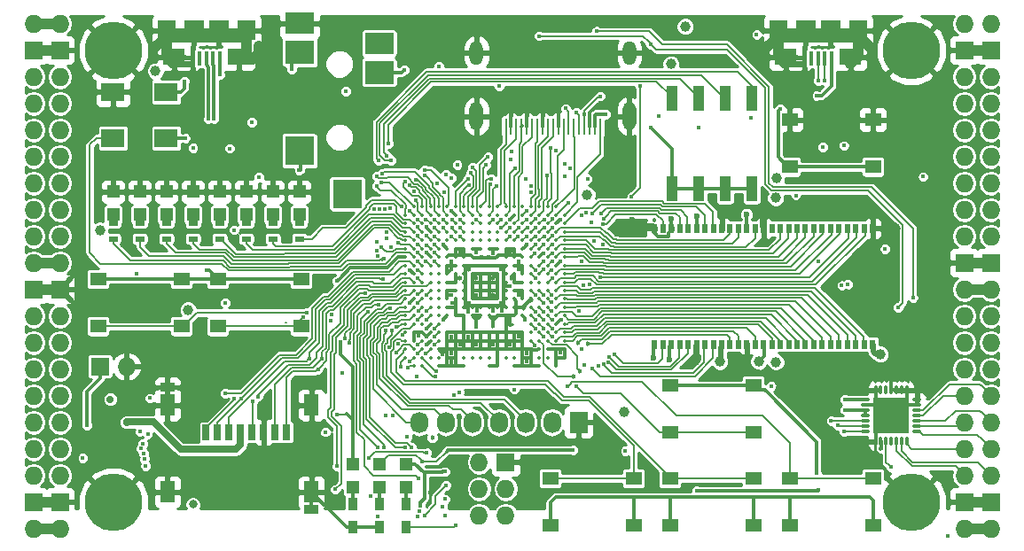
<source format=gtl>
G04 #@! TF.FileFunction,Copper,L1,Top,Signal*
%FSLAX46Y46*%
G04 Gerber Fmt 4.6, Leading zero omitted, Abs format (unit mm)*
G04 Created by KiCad (PCBNEW 4.0.7+dfsg1-1) date Mon Jan 22 21:13:58 2018*
%MOMM*%
%LPD*%
G01*
G04 APERTURE LIST*
%ADD10C,0.100000*%
%ADD11O,1.727200X1.727200*%
%ADD12R,1.727200X1.727200*%
%ADD13C,5.500000*%
%ADD14R,0.900000X1.200000*%
%ADD15R,2.100000X1.600000*%
%ADD16R,1.900000X1.900000*%
%ADD17R,0.400000X1.350000*%
%ADD18R,1.800000X1.900000*%
%ADD19O,0.850000X0.300000*%
%ADD20O,0.300000X0.850000*%
%ADD21R,1.675000X1.675000*%
%ADD22R,1.727200X2.032000*%
%ADD23O,1.727200X2.032000*%
%ADD24R,1.550000X1.300000*%
%ADD25R,1.120000X2.440000*%
%ADD26C,0.350000*%
%ADD27R,1.200000X1.200000*%
%ADD28R,2.800000X2.000000*%
%ADD29R,2.800000X2.200000*%
%ADD30R,2.800000X2.800000*%
%ADD31O,1.300000X2.700000*%
%ADD32O,1.300000X2.300000*%
%ADD33R,0.250000X1.600000*%
%ADD34R,0.700000X1.500000*%
%ADD35R,1.450000X0.900000*%
%ADD36R,1.450000X2.000000*%
%ADD37R,2.200000X1.800000*%
%ADD38R,0.560000X0.900000*%
%ADD39R,0.900000X0.500000*%
%ADD40C,0.400000*%
%ADD41C,1.000000*%
%ADD42C,0.600000*%
%ADD43C,0.454000*%
%ADD44C,0.800000*%
%ADD45C,0.700000*%
%ADD46C,0.300000*%
%ADD47C,0.190000*%
%ADD48C,0.500000*%
%ADD49C,1.000000*%
%ADD50C,0.600000*%
%ADD51C,0.200000*%
%ADD52C,0.700000*%
%ADD53C,0.127000*%
%ADD54C,0.254000*%
G04 APERTURE END LIST*
D10*
D11*
X97910000Y-62690000D03*
X95370000Y-62690000D03*
D12*
X97910000Y-65230000D03*
X95370000Y-65230000D03*
D11*
X97910000Y-67770000D03*
X95370000Y-67770000D03*
X97910000Y-70310000D03*
X95370000Y-70310000D03*
X97910000Y-72850000D03*
X95370000Y-72850000D03*
X97910000Y-75390000D03*
X95370000Y-75390000D03*
X97910000Y-77930000D03*
X95370000Y-77930000D03*
X97910000Y-80470000D03*
X95370000Y-80470000D03*
X97910000Y-83010000D03*
X95370000Y-83010000D03*
X97910000Y-85550000D03*
X95370000Y-85550000D03*
D12*
X97910000Y-88090000D03*
X95370000Y-88090000D03*
D11*
X97910000Y-90630000D03*
X95370000Y-90630000D03*
X97910000Y-93170000D03*
X95370000Y-93170000D03*
X97910000Y-95710000D03*
X95370000Y-95710000D03*
X97910000Y-98250000D03*
X95370000Y-98250000D03*
X97910000Y-100790000D03*
X95370000Y-100790000D03*
X97910000Y-103330000D03*
X95370000Y-103330000D03*
X97910000Y-105870000D03*
X95370000Y-105870000D03*
D12*
X97910000Y-108410000D03*
X95370000Y-108410000D03*
D11*
X97910000Y-110950000D03*
X95370000Y-110950000D03*
X184270000Y-110950000D03*
X186810000Y-110950000D03*
D12*
X184270000Y-108410000D03*
X186810000Y-108410000D03*
D11*
X184270000Y-105870000D03*
X186810000Y-105870000D03*
X184270000Y-103330000D03*
X186810000Y-103330000D03*
X184270000Y-100790000D03*
X186810000Y-100790000D03*
X184270000Y-98250000D03*
X186810000Y-98250000D03*
X184270000Y-95710000D03*
X186810000Y-95710000D03*
X184270000Y-93170000D03*
X186810000Y-93170000D03*
X184270000Y-90630000D03*
X186810000Y-90630000D03*
X184270000Y-88090000D03*
X186810000Y-88090000D03*
D12*
X184270000Y-85550000D03*
X186810000Y-85550000D03*
D11*
X184270000Y-83010000D03*
X186810000Y-83010000D03*
X184270000Y-80470000D03*
X186810000Y-80470000D03*
X184270000Y-77930000D03*
X186810000Y-77930000D03*
X184270000Y-75390000D03*
X186810000Y-75390000D03*
X184270000Y-72850000D03*
X186810000Y-72850000D03*
X184270000Y-70310000D03*
X186810000Y-70310000D03*
X184270000Y-67770000D03*
X186810000Y-67770000D03*
D12*
X184270000Y-65230000D03*
X186810000Y-65230000D03*
D11*
X184270000Y-62690000D03*
X186810000Y-62690000D03*
D13*
X102990000Y-108410000D03*
X179190000Y-108410000D03*
X179190000Y-65230000D03*
X102990000Y-65230000D03*
D12*
X101720000Y-95456000D03*
D11*
X104260000Y-95456000D03*
D14*
X128390000Y-108580000D03*
X128390000Y-110780000D03*
X130930000Y-110780000D03*
X130930000Y-108580000D03*
D15*
X114980000Y-65875000D03*
X108780000Y-65875000D03*
D16*
X113080000Y-63325000D03*
X110680000Y-63325000D03*
D17*
X113180000Y-66000000D03*
X112530000Y-66000000D03*
X111880000Y-66000000D03*
X111230000Y-66000000D03*
X110580000Y-66000000D03*
D18*
X115680000Y-63325000D03*
X108080000Y-63325000D03*
D15*
X173400000Y-65875000D03*
X167200000Y-65875000D03*
D16*
X171500000Y-63325000D03*
X169100000Y-63325000D03*
D17*
X171600000Y-66000000D03*
X170950000Y-66000000D03*
X170300000Y-66000000D03*
X169650000Y-66000000D03*
X169000000Y-66000000D03*
D18*
X174100000Y-63325000D03*
X166500000Y-63325000D03*
D12*
X140455000Y-104600000D03*
D11*
X137915000Y-104600000D03*
X140455000Y-107140000D03*
X137915000Y-107140000D03*
X140455000Y-109680000D03*
X137915000Y-109680000D03*
D19*
X179735000Y-101655000D03*
X179735000Y-101155000D03*
X179735000Y-100655000D03*
X179735000Y-100155000D03*
X179735000Y-99655000D03*
X179735000Y-99155000D03*
X179735000Y-98655000D03*
D20*
X178785000Y-97705000D03*
X178285000Y-97705000D03*
X177785000Y-97705000D03*
X177285000Y-97705000D03*
X176785000Y-97705000D03*
X176285000Y-97705000D03*
X175785000Y-97705000D03*
D19*
X174835000Y-98655000D03*
X174835000Y-99155000D03*
X174835000Y-99655000D03*
X174835000Y-100155000D03*
X174835000Y-100655000D03*
X174835000Y-101155000D03*
X174835000Y-101655000D03*
D20*
X175785000Y-102605000D03*
X176285000Y-102605000D03*
X176785000Y-102605000D03*
X177285000Y-102605000D03*
X177785000Y-102605000D03*
X178285000Y-102605000D03*
X178785000Y-102605000D03*
D21*
X176447500Y-99317500D03*
X176447500Y-100992500D03*
X178122500Y-99317500D03*
X178122500Y-100992500D03*
D22*
X147440000Y-100790000D03*
D23*
X144900000Y-100790000D03*
X142360000Y-100790000D03*
X139820000Y-100790000D03*
X137280000Y-100790000D03*
X134740000Y-100790000D03*
X132200000Y-100790000D03*
D24*
X175550000Y-71870000D03*
X175550000Y-76370000D03*
X167590000Y-76370000D03*
X167590000Y-71870000D03*
X101550000Y-91610000D03*
X101550000Y-87110000D03*
X109510000Y-87110000D03*
X109510000Y-91610000D03*
X112980000Y-91610000D03*
X112980000Y-87110000D03*
X120940000Y-87110000D03*
X120940000Y-91610000D03*
X156160000Y-101770000D03*
X156160000Y-97270000D03*
X164120000Y-97270000D03*
X164120000Y-101770000D03*
X164120000Y-106160000D03*
X164120000Y-110660000D03*
X156160000Y-110660000D03*
X156160000Y-106160000D03*
X152690000Y-106160000D03*
X152690000Y-110660000D03*
X144730000Y-110660000D03*
X144730000Y-106160000D03*
X175550000Y-106160000D03*
X175550000Y-110660000D03*
X167590000Y-110660000D03*
X167590000Y-106160000D03*
D25*
X156330000Y-78425000D03*
X163950000Y-69815000D03*
X158870000Y-78425000D03*
X161410000Y-69815000D03*
X161410000Y-78425000D03*
X158870000Y-69815000D03*
X163950000Y-78425000D03*
X156330000Y-69815000D03*
D26*
X131680000Y-80200000D03*
X132480000Y-80200000D03*
X133280000Y-80200000D03*
X134080000Y-80200000D03*
X134880000Y-80200000D03*
X135680000Y-80200000D03*
X136480000Y-80200000D03*
X137280000Y-80200000D03*
X138080000Y-80200000D03*
X138880000Y-80200000D03*
X139680000Y-80200000D03*
X140480000Y-80200000D03*
X141280000Y-80200000D03*
X142080000Y-80200000D03*
X142880000Y-80200000D03*
X143680000Y-80200000D03*
X144480000Y-80200000D03*
X145280000Y-80200000D03*
X130880000Y-81000000D03*
X131680000Y-81000000D03*
X132480000Y-81000000D03*
X133280000Y-81000000D03*
X134080000Y-81000000D03*
X134880000Y-81000000D03*
X135680000Y-81000000D03*
X136480000Y-81000000D03*
X137280000Y-81000000D03*
X138080000Y-81000000D03*
X138880000Y-81000000D03*
X139680000Y-81000000D03*
X140480000Y-81000000D03*
X141280000Y-81000000D03*
X142080000Y-81000000D03*
X142880000Y-81000000D03*
X143680000Y-81000000D03*
X144480000Y-81000000D03*
X145280000Y-81000000D03*
X146080000Y-81000000D03*
X130880000Y-81800000D03*
X131680000Y-81800000D03*
X132480000Y-81800000D03*
X133280000Y-81800000D03*
X134080000Y-81800000D03*
X134880000Y-81800000D03*
X135680000Y-81800000D03*
X136480000Y-81800000D03*
X137280000Y-81800000D03*
X138080000Y-81800000D03*
X138880000Y-81800000D03*
X139680000Y-81800000D03*
X140480000Y-81800000D03*
X141280000Y-81800000D03*
X142080000Y-81800000D03*
X142880000Y-81800000D03*
X143680000Y-81800000D03*
X144480000Y-81800000D03*
X145280000Y-81800000D03*
X146080000Y-81800000D03*
X130880000Y-82600000D03*
X131680000Y-82600000D03*
X132480000Y-82600000D03*
X133280000Y-82600000D03*
X134080000Y-82600000D03*
X134880000Y-82600000D03*
X135680000Y-82600000D03*
X136480000Y-82600000D03*
X137280000Y-82600000D03*
X138080000Y-82600000D03*
X138880000Y-82600000D03*
X139680000Y-82600000D03*
X140480000Y-82600000D03*
X141280000Y-82600000D03*
X142080000Y-82600000D03*
X142880000Y-82600000D03*
X143680000Y-82600000D03*
X144480000Y-82600000D03*
X145280000Y-82600000D03*
X146080000Y-82600000D03*
X130880000Y-83400000D03*
X131680000Y-83400000D03*
X132480000Y-83400000D03*
X133280000Y-83400000D03*
X134080000Y-83400000D03*
X134880000Y-83400000D03*
X135680000Y-83400000D03*
X136480000Y-83400000D03*
X137280000Y-83400000D03*
X138080000Y-83400000D03*
X138880000Y-83400000D03*
X139680000Y-83400000D03*
X140480000Y-83400000D03*
X141280000Y-83400000D03*
X142080000Y-83400000D03*
X142880000Y-83400000D03*
X143680000Y-83400000D03*
X144480000Y-83400000D03*
X145280000Y-83400000D03*
X146080000Y-83400000D03*
X130880000Y-84200000D03*
X131680000Y-84200000D03*
X132480000Y-84200000D03*
X133280000Y-84200000D03*
X134080000Y-84200000D03*
X134880000Y-84200000D03*
X135680000Y-84200000D03*
X136480000Y-84200000D03*
X137280000Y-84200000D03*
X138080000Y-84200000D03*
X138880000Y-84200000D03*
X139680000Y-84200000D03*
X140480000Y-84200000D03*
X141280000Y-84200000D03*
X142080000Y-84200000D03*
X142880000Y-84200000D03*
X143680000Y-84200000D03*
X144480000Y-84200000D03*
X145280000Y-84200000D03*
X146080000Y-84200000D03*
X130880000Y-85000000D03*
X131680000Y-85000000D03*
X132480000Y-85000000D03*
X133280000Y-85000000D03*
X134080000Y-85000000D03*
X134880000Y-85000000D03*
X135680000Y-85000000D03*
X136480000Y-85000000D03*
X137280000Y-85000000D03*
X138080000Y-85000000D03*
X138880000Y-85000000D03*
X139680000Y-85000000D03*
X140480000Y-85000000D03*
X141280000Y-85000000D03*
X142080000Y-85000000D03*
X142880000Y-85000000D03*
X143680000Y-85000000D03*
X144480000Y-85000000D03*
X145280000Y-85000000D03*
X146080000Y-85000000D03*
X130880000Y-85800000D03*
X131680000Y-85800000D03*
X132480000Y-85800000D03*
X133280000Y-85800000D03*
X134080000Y-85800000D03*
X134880000Y-85800000D03*
X135680000Y-85800000D03*
X136480000Y-85800000D03*
X137280000Y-85800000D03*
X138080000Y-85800000D03*
X138880000Y-85800000D03*
X139680000Y-85800000D03*
X140480000Y-85800000D03*
X141280000Y-85800000D03*
X142080000Y-85800000D03*
X142880000Y-85800000D03*
X143680000Y-85800000D03*
X144480000Y-85800000D03*
X145280000Y-85800000D03*
X146080000Y-85800000D03*
X130880000Y-86600000D03*
X131680000Y-86600000D03*
X132480000Y-86600000D03*
X133280000Y-86600000D03*
X134080000Y-86600000D03*
X134880000Y-86600000D03*
X135680000Y-86600000D03*
X136480000Y-86600000D03*
X137280000Y-86600000D03*
X138080000Y-86600000D03*
X138880000Y-86600000D03*
X139680000Y-86600000D03*
X140480000Y-86600000D03*
X141280000Y-86600000D03*
X142080000Y-86600000D03*
X142880000Y-86600000D03*
X143680000Y-86600000D03*
X144480000Y-86600000D03*
X145280000Y-86600000D03*
X146080000Y-86600000D03*
X130880000Y-87400000D03*
X131680000Y-87400000D03*
X132480000Y-87400000D03*
X133280000Y-87400000D03*
X134080000Y-87400000D03*
X134880000Y-87400000D03*
X135680000Y-87400000D03*
X136480000Y-87400000D03*
X137280000Y-87400000D03*
X138080000Y-87400000D03*
X138880000Y-87400000D03*
X139680000Y-87400000D03*
X140480000Y-87400000D03*
X141280000Y-87400000D03*
X142080000Y-87400000D03*
X142880000Y-87400000D03*
X143680000Y-87400000D03*
X144480000Y-87400000D03*
X145280000Y-87400000D03*
X146080000Y-87400000D03*
X130880000Y-88200000D03*
X131680000Y-88200000D03*
X132480000Y-88200000D03*
X133280000Y-88200000D03*
X134080000Y-88200000D03*
X134880000Y-88200000D03*
X135680000Y-88200000D03*
X136480000Y-88200000D03*
X137280000Y-88200000D03*
X138080000Y-88200000D03*
X138880000Y-88200000D03*
X139680000Y-88200000D03*
X140480000Y-88200000D03*
X141280000Y-88200000D03*
X142080000Y-88200000D03*
X142880000Y-88200000D03*
X143680000Y-88200000D03*
X144480000Y-88200000D03*
X145280000Y-88200000D03*
X146080000Y-88200000D03*
X130880000Y-89000000D03*
X131680000Y-89000000D03*
X132480000Y-89000000D03*
X133280000Y-89000000D03*
X134080000Y-89000000D03*
X134880000Y-89000000D03*
X135680000Y-89000000D03*
X136480000Y-89000000D03*
X137280000Y-89000000D03*
X138080000Y-89000000D03*
X138880000Y-89000000D03*
X139680000Y-89000000D03*
X140480000Y-89000000D03*
X141280000Y-89000000D03*
X142080000Y-89000000D03*
X142880000Y-89000000D03*
X143680000Y-89000000D03*
X144480000Y-89000000D03*
X145280000Y-89000000D03*
X146080000Y-89000000D03*
X130880000Y-89800000D03*
X131680000Y-89800000D03*
X132480000Y-89800000D03*
X133280000Y-89800000D03*
X134080000Y-89800000D03*
X134880000Y-89800000D03*
X135680000Y-89800000D03*
X136480000Y-89800000D03*
X137280000Y-89800000D03*
X138080000Y-89800000D03*
X138880000Y-89800000D03*
X139680000Y-89800000D03*
X140480000Y-89800000D03*
X141280000Y-89800000D03*
X142080000Y-89800000D03*
X142880000Y-89800000D03*
X143680000Y-89800000D03*
X144480000Y-89800000D03*
X145280000Y-89800000D03*
X146080000Y-89800000D03*
X130880000Y-90600000D03*
X131680000Y-90600000D03*
X132480000Y-90600000D03*
X133280000Y-90600000D03*
X134080000Y-90600000D03*
X134880000Y-90600000D03*
X135680000Y-90600000D03*
X136480000Y-90600000D03*
X137280000Y-90600000D03*
X138080000Y-90600000D03*
X138880000Y-90600000D03*
X139680000Y-90600000D03*
X140480000Y-90600000D03*
X141280000Y-90600000D03*
X142080000Y-90600000D03*
X142880000Y-90600000D03*
X143680000Y-90600000D03*
X144480000Y-90600000D03*
X145280000Y-90600000D03*
X146080000Y-90600000D03*
X130880000Y-91400000D03*
X131680000Y-91400000D03*
X132480000Y-91400000D03*
X133280000Y-91400000D03*
X134080000Y-91400000D03*
X142880000Y-91400000D03*
X143680000Y-91400000D03*
X144480000Y-91400000D03*
X145280000Y-91400000D03*
X146080000Y-91400000D03*
X130880000Y-92200000D03*
X131680000Y-92200000D03*
X132480000Y-92200000D03*
X133280000Y-92200000D03*
X134080000Y-92200000D03*
X134880000Y-92200000D03*
X135680000Y-92200000D03*
X136480000Y-92200000D03*
X137280000Y-92200000D03*
X138080000Y-92200000D03*
X138880000Y-92200000D03*
X139680000Y-92200000D03*
X140480000Y-92200000D03*
X141280000Y-92200000D03*
X142080000Y-92200000D03*
X142880000Y-92200000D03*
X143680000Y-92200000D03*
X144480000Y-92200000D03*
X145280000Y-92200000D03*
X146080000Y-92200000D03*
X130880000Y-93000000D03*
X131680000Y-93000000D03*
X132480000Y-93000000D03*
X133280000Y-93000000D03*
X134080000Y-93000000D03*
X134880000Y-93000000D03*
X135680000Y-93000000D03*
X136480000Y-93000000D03*
X137280000Y-93000000D03*
X138080000Y-93000000D03*
X138880000Y-93000000D03*
X139680000Y-93000000D03*
X140480000Y-93000000D03*
X141280000Y-93000000D03*
X142080000Y-93000000D03*
X142880000Y-93000000D03*
X143680000Y-93000000D03*
X144480000Y-93000000D03*
X145280000Y-93000000D03*
X146080000Y-93000000D03*
X130880000Y-93800000D03*
X131680000Y-93800000D03*
X132480000Y-93800000D03*
X133280000Y-93800000D03*
X134080000Y-93800000D03*
X134880000Y-93800000D03*
X135680000Y-93800000D03*
X136480000Y-93800000D03*
X137280000Y-93800000D03*
X138080000Y-93800000D03*
X138880000Y-93800000D03*
X139680000Y-93800000D03*
X140480000Y-93800000D03*
X141280000Y-93800000D03*
X142080000Y-93800000D03*
X142880000Y-93800000D03*
X143680000Y-93800000D03*
X144480000Y-93800000D03*
X145280000Y-93800000D03*
X146080000Y-93800000D03*
X130880000Y-94600000D03*
X131680000Y-94600000D03*
X132480000Y-94600000D03*
X133280000Y-94600000D03*
X134080000Y-94600000D03*
X134880000Y-94600000D03*
X135680000Y-94600000D03*
X136480000Y-94600000D03*
X137280000Y-94600000D03*
X138080000Y-94600000D03*
X138880000Y-94600000D03*
X139680000Y-94600000D03*
X140480000Y-94600000D03*
X141280000Y-94600000D03*
X142080000Y-94600000D03*
X142880000Y-94600000D03*
X143680000Y-94600000D03*
X144480000Y-94600000D03*
X145280000Y-94600000D03*
X146080000Y-94600000D03*
X131680000Y-95400000D03*
X132480000Y-95400000D03*
X134080000Y-95400000D03*
X134880000Y-95400000D03*
X135680000Y-95400000D03*
X136480000Y-95400000D03*
X138880000Y-95400000D03*
X139680000Y-95400000D03*
X141280000Y-95400000D03*
X142080000Y-95400000D03*
X142880000Y-95400000D03*
X143680000Y-95400000D03*
X145280000Y-95400000D03*
D27*
X125850000Y-104770000D03*
X125850000Y-106970000D03*
D14*
X125850000Y-108580000D03*
X125850000Y-110780000D03*
D27*
X128390000Y-104770000D03*
X128390000Y-106970000D03*
X120770000Y-80935000D03*
X120770000Y-78735000D03*
X118230000Y-80935000D03*
X118230000Y-78735000D03*
X115690000Y-80935000D03*
X115690000Y-78735000D03*
X113150000Y-80935000D03*
X113150000Y-78735000D03*
X110610000Y-80935000D03*
X110610000Y-78735000D03*
X108070000Y-80935000D03*
X108070000Y-78735000D03*
X105530000Y-80935000D03*
X105530000Y-78735000D03*
X102990000Y-80935000D03*
X102990000Y-78735000D03*
X130930000Y-104770000D03*
X130930000Y-106970000D03*
D28*
X120780000Y-62648000D03*
D29*
X120780000Y-65448000D03*
D30*
X120780000Y-74848000D03*
X125330000Y-78948000D03*
D29*
X128380000Y-67348000D03*
D28*
X128380000Y-64548000D03*
D31*
X152280000Y-71550000D03*
X137680000Y-71550000D03*
D32*
X137680000Y-65500000D03*
D33*
X140480000Y-72500000D03*
X140980000Y-72500000D03*
X141480000Y-72500000D03*
X141980000Y-72500000D03*
X142480000Y-72500000D03*
X142980000Y-72500000D03*
X143480000Y-72500000D03*
X143980000Y-72500000D03*
X144480000Y-72500000D03*
X144980000Y-72500000D03*
X145480000Y-72500000D03*
X145980000Y-72500000D03*
X146480000Y-72500000D03*
X146980000Y-72500000D03*
X147480000Y-72500000D03*
X147980000Y-72500000D03*
X148480000Y-72500000D03*
X148980000Y-72500000D03*
X149480000Y-72500000D03*
D32*
X152280000Y-65500000D03*
D34*
X111850000Y-101750000D03*
X112950000Y-101750000D03*
X114050000Y-101750000D03*
X115150000Y-101750000D03*
X116250000Y-101750000D03*
X117350000Y-101750000D03*
X118450000Y-101750000D03*
X119550000Y-101750000D03*
D35*
X108175000Y-97450000D03*
X121925000Y-109150000D03*
D36*
X121925000Y-99150000D03*
X108175000Y-99150000D03*
X108175000Y-107450000D03*
X121925000Y-107450000D03*
D37*
X108040000Y-69220000D03*
X102960000Y-69220000D03*
X102960000Y-73620000D03*
X108040000Y-73620000D03*
D38*
X175493000Y-82270000D03*
X154693000Y-93330000D03*
X155493000Y-93330000D03*
X156293000Y-93330000D03*
X157093000Y-93330000D03*
X157893000Y-93330000D03*
X158693000Y-93330000D03*
X159493000Y-93330000D03*
X160293000Y-93330000D03*
X161093000Y-93330000D03*
X161893000Y-93330000D03*
X162693000Y-93330000D03*
X163493000Y-93330000D03*
X164293000Y-93330000D03*
X165093000Y-93330000D03*
X165893000Y-93330000D03*
X166693000Y-93330000D03*
X167493000Y-93330000D03*
X168293000Y-93330000D03*
X169093000Y-93330000D03*
X169893000Y-93330000D03*
X170693000Y-93330000D03*
X171493000Y-93330000D03*
X172293000Y-93330000D03*
X173093000Y-93330000D03*
X173893000Y-93330000D03*
X174693000Y-93330000D03*
X175493000Y-93330000D03*
X174693000Y-82270000D03*
X173893000Y-82270000D03*
X173093000Y-82270000D03*
X172293000Y-82270000D03*
X171493000Y-82270000D03*
X170693000Y-82270000D03*
X169893000Y-82270000D03*
X169093000Y-82270000D03*
X168293000Y-82270000D03*
X167493000Y-82270000D03*
X166693000Y-82270000D03*
X165893000Y-82270000D03*
X165093000Y-82270000D03*
X164293000Y-82270000D03*
X163493000Y-82270000D03*
X162693000Y-82270000D03*
X161893000Y-82270000D03*
X161093000Y-82270000D03*
X160293000Y-82270000D03*
X159493000Y-82270000D03*
X158693000Y-82270000D03*
X157893000Y-82270000D03*
X157093000Y-82270000D03*
X156293000Y-82270000D03*
X155493000Y-82270000D03*
X154693000Y-82270000D03*
D39*
X120770000Y-83252000D03*
X120770000Y-81752000D03*
X118230000Y-83252000D03*
X118230000Y-81752000D03*
X115690000Y-83252000D03*
X115690000Y-81752000D03*
X113150000Y-83252000D03*
X113150000Y-81752000D03*
X110610000Y-83252000D03*
X110610000Y-81752000D03*
X108070000Y-83252000D03*
X108070000Y-81752000D03*
X105530000Y-83252000D03*
X105530000Y-81752000D03*
X102990000Y-83252000D03*
X102990000Y-81752000D03*
D40*
X135342764Y-89381630D03*
X144103496Y-84660400D03*
D41*
X177658444Y-82281349D03*
D40*
X145680000Y-81405125D03*
X145691238Y-94166752D03*
X145759873Y-91010176D03*
D42*
X152525938Y-81463870D03*
D41*
X162956098Y-95078488D03*
X158539988Y-94868772D03*
D42*
X161075765Y-80992022D03*
X164882869Y-80938986D03*
X156262773Y-81349374D03*
X123437000Y-108972000D03*
D40*
X132871770Y-84533979D03*
X132862998Y-82124544D03*
X131278306Y-86213101D03*
X135281276Y-80583119D03*
X131279502Y-89407325D03*
X170309539Y-85441529D03*
X145672808Y-85396062D03*
X133216000Y-107465000D03*
X137680000Y-88600000D03*
X142480000Y-95000000D03*
X141680000Y-92600000D03*
X140836000Y-84534000D03*
X135284627Y-94985297D03*
X135288625Y-94225619D03*
X134455822Y-94267172D03*
X136095958Y-93369652D03*
D43*
X139264636Y-91615205D03*
D41*
X116880503Y-64802940D03*
X106974809Y-64953974D03*
X175210328Y-64948943D03*
X165417246Y-64954666D03*
D40*
X175495631Y-71457432D03*
X177285000Y-95710000D03*
X140880000Y-81400000D03*
X140874194Y-91433353D03*
X142480000Y-94200000D03*
X140880000Y-93400000D03*
X139280000Y-93400000D03*
X137680000Y-93400000D03*
X136880000Y-92600000D03*
X135280000Y-92600000D03*
X132880000Y-91800000D03*
X132880000Y-93400000D03*
D43*
X141042859Y-86994997D03*
X139280000Y-87000000D03*
X136110990Y-86995403D03*
X137680000Y-87000000D03*
X136080000Y-84600000D03*
X139280000Y-88600000D03*
D41*
X101707889Y-82423180D03*
X107021491Y-67228122D03*
X166284693Y-95025145D03*
X166248957Y-79348409D03*
X166343357Y-77477990D03*
D40*
X172564535Y-87722010D03*
X150030853Y-71331848D03*
D41*
X156235582Y-66548363D03*
X157600000Y-62944000D03*
D40*
X137659051Y-91638034D03*
X135273306Y-88618602D03*
X135280000Y-86200000D03*
X135280000Y-85440000D03*
X158870000Y-72596000D03*
X114513935Y-82409431D03*
X116912932Y-77355158D03*
X109760378Y-68177900D03*
X109840000Y-73620000D03*
X132110753Y-92527478D03*
X113658000Y-89360000D03*
X165803369Y-97344883D03*
D41*
X148237462Y-79019093D03*
D40*
X148271935Y-77558071D03*
D41*
X160905403Y-95006436D03*
D42*
X158731133Y-81048929D03*
X154593901Y-94607945D03*
X156088245Y-94762980D03*
D41*
X164625730Y-94982471D03*
D42*
X163462982Y-80942429D03*
D41*
X176254940Y-94288458D03*
D44*
X110593913Y-108636458D03*
D40*
X180340784Y-77316932D03*
X173137949Y-87594275D03*
D45*
X102710050Y-98594954D03*
D40*
X129005202Y-100174798D03*
X139820000Y-68665673D03*
X172834633Y-99599920D03*
X172879922Y-98618650D03*
X176305593Y-103279812D03*
X164433885Y-63737451D03*
X134079160Y-66786153D03*
X100080000Y-104200000D03*
X139272517Y-84611349D03*
X137680556Y-84534085D03*
X141680000Y-86200000D03*
X132880000Y-92600000D03*
X141680000Y-88600000D03*
X141680000Y-85400000D03*
X129983242Y-91668979D03*
X121431221Y-90311593D03*
X121088335Y-90753785D03*
X130583026Y-92475628D03*
X146394787Y-97333919D03*
X143300000Y-86220000D03*
X147175985Y-97333919D03*
X147700000Y-93820000D03*
X144900000Y-91820000D03*
X142277990Y-91000000D03*
D41*
X110128890Y-90028152D03*
D40*
X142480000Y-83800000D03*
X134480000Y-83800000D03*
X134480000Y-91000000D03*
X155115280Y-71563465D03*
X105245010Y-86595559D03*
X125193541Y-69156848D03*
X170182962Y-69571012D03*
X170362901Y-107286196D03*
X158716651Y-107325176D03*
X136028224Y-97922729D03*
X128216338Y-109760338D03*
X132708000Y-109680000D03*
X134750646Y-106810513D03*
X133680000Y-91800000D03*
X135517016Y-98167170D03*
X134675868Y-108131585D03*
D43*
X133449289Y-102232615D03*
D40*
X133680000Y-92600000D03*
X132936956Y-103711000D03*
X127385678Y-104203668D03*
X133685482Y-93402296D03*
X134463998Y-108841973D03*
X131986331Y-96404793D03*
X131039072Y-102187000D03*
X134636872Y-109719950D03*
X132846234Y-94197073D03*
X176700000Y-84220000D03*
X143260000Y-84620000D03*
X120739932Y-76694083D03*
X130761990Y-67119621D03*
X147186000Y-71200000D03*
X147983153Y-71347080D03*
X149475951Y-69619684D03*
X153297112Y-68665673D03*
X177926984Y-89812061D03*
X154329326Y-64643767D03*
X152497066Y-79193467D03*
X146481406Y-79819384D03*
X143650666Y-63862520D03*
X179351513Y-88868327D03*
X149134122Y-63424051D03*
X140035989Y-81400000D03*
X121687479Y-94718249D03*
X128776655Y-87127857D03*
X132083026Y-86260405D03*
X113700000Y-98020000D03*
X116325960Y-98790853D03*
X122932649Y-94724357D03*
X124849021Y-96102869D03*
X122527919Y-95725900D03*
X116198000Y-72088000D03*
X127586603Y-107875044D03*
X113157250Y-67567056D03*
X146180000Y-70800000D03*
X131453853Y-103208291D03*
X149771692Y-81825658D03*
X144080000Y-86200000D03*
X149533922Y-86909940D03*
X144894316Y-86977564D03*
X144896700Y-83835368D03*
X149549750Y-80868432D03*
D43*
X147343891Y-93217126D03*
D40*
X144113248Y-92588762D03*
X144875155Y-86292748D03*
X149846468Y-81303978D03*
X148696112Y-80861847D03*
X144916886Y-82991356D03*
D43*
X148349010Y-93322307D03*
D40*
X144882352Y-92577990D03*
X144902941Y-90956495D03*
X148747982Y-95669626D03*
X144867244Y-90112484D03*
X149795895Y-95251084D03*
X144855814Y-89268481D03*
X150278898Y-95040253D03*
X150345974Y-94517527D03*
X144877648Y-88622010D03*
X150889207Y-94332565D03*
X143280000Y-87000000D03*
X130211351Y-93284273D03*
X131084713Y-95564177D03*
X130422000Y-95456000D03*
X131316164Y-94959140D03*
X130053332Y-94113207D03*
X132031990Y-93400000D03*
X129371747Y-93601166D03*
X141280657Y-97642010D03*
X133852393Y-95875797D03*
X133762848Y-96395146D03*
X132080000Y-94200000D03*
X128622659Y-84064643D03*
X105895603Y-103765816D03*
X130839477Y-103208987D03*
X129449238Y-89873934D03*
X132075624Y-89410644D03*
X128806823Y-103185900D03*
X128312094Y-89556924D03*
X132162861Y-106185868D03*
X132880000Y-88600000D03*
X127040053Y-88426410D03*
X124322162Y-105002357D03*
X132080000Y-87000000D03*
X125525099Y-93236764D03*
X124202418Y-107207639D03*
X110599084Y-74589383D03*
X132024412Y-109766775D03*
X114104080Y-74612196D03*
X132219727Y-109277292D03*
X115190634Y-98572389D03*
X131847310Y-79589886D03*
X132080000Y-81400000D03*
X132080007Y-82103333D03*
X132872609Y-82968555D03*
X133627359Y-81414685D03*
X133648389Y-82190597D03*
X131923295Y-77584853D03*
X130856828Y-77786820D03*
X129555604Y-91985990D03*
X132880000Y-91000000D03*
X129028593Y-91985999D03*
X132077338Y-91002010D03*
X131275302Y-80595752D03*
X130489904Y-80167235D03*
X128823114Y-85153560D03*
X132072985Y-85377990D03*
X134476508Y-82180155D03*
X133942383Y-77980766D03*
X163908850Y-71651861D03*
X135656559Y-110610712D03*
X132468001Y-104503413D03*
X146844288Y-103452739D03*
D45*
X104260000Y-100790000D03*
D40*
X114560994Y-98539563D03*
X116800000Y-98320000D03*
X111895217Y-86253790D03*
X165170594Y-97666317D03*
X170157734Y-105666345D03*
X169506589Y-107953726D03*
X142564751Y-82209316D03*
X143287402Y-83042010D03*
X170735900Y-74464979D03*
X168166438Y-79108038D03*
X151896383Y-103510715D03*
X112614274Y-71803529D03*
X112074854Y-71810535D03*
X143269694Y-93414905D03*
X177274002Y-105079115D03*
X172761273Y-101651681D03*
X143280000Y-91800000D03*
X172193360Y-101105663D03*
X144064831Y-91877646D03*
X144080000Y-90956495D03*
X171540304Y-100645743D03*
X135320520Y-82196441D03*
X129493343Y-75737814D03*
X136080000Y-82200000D03*
X129125079Y-75315804D03*
X136080000Y-83000000D03*
X129252218Y-74142461D03*
X142460000Y-83020000D03*
X142377451Y-77497451D03*
X172746637Y-74347988D03*
X143280000Y-83800000D03*
X170300000Y-68151000D03*
X170950000Y-68125562D03*
X125110333Y-92787995D03*
X124361185Y-87274371D03*
X124361184Y-87274370D03*
X182675150Y-111637626D03*
X166678914Y-70803555D03*
X123273881Y-101715917D03*
X129660000Y-100155000D03*
X127308270Y-90221456D03*
X132084049Y-88558274D03*
X128280000Y-103200000D03*
X120008000Y-67008000D03*
X133680000Y-83000000D03*
X129457990Y-80285112D03*
X133680000Y-83800000D03*
X128943593Y-80399729D03*
X130204628Y-83599483D03*
X128416582Y-80399850D03*
X127889625Y-80407426D03*
X133680000Y-85400000D03*
X144780000Y-74590382D03*
X140896226Y-87816226D03*
X140038941Y-89350966D03*
X136944530Y-89373464D03*
D43*
X136938110Y-86196311D03*
D40*
X140014602Y-86192969D03*
X139285803Y-90177691D03*
X137689001Y-90122990D03*
D41*
X151758000Y-99774000D03*
D40*
X136885174Y-90194826D03*
X140094890Y-90122990D03*
X128333179Y-75769807D03*
X134613000Y-78819000D03*
X135280000Y-83022010D03*
X154298000Y-72596000D03*
X100450000Y-101044000D03*
X132285867Y-108754446D03*
X134707351Y-105508447D03*
X139280000Y-81400000D03*
X139578623Y-78205862D03*
X139034115Y-78040948D03*
X139046749Y-77514088D03*
X138580000Y-76200000D03*
X138779198Y-75400762D03*
X137680000Y-81400000D03*
X137308732Y-76415018D03*
X137106948Y-76979922D03*
X136859538Y-77550820D03*
X136922059Y-78097889D03*
X136096392Y-81395070D03*
X135830698Y-76200613D03*
X135315381Y-81391918D03*
X135280062Y-77463305D03*
X134471370Y-81406751D03*
X134758050Y-77130140D03*
D43*
X146942280Y-96452058D03*
X147534467Y-95913260D03*
D40*
X147928857Y-95339016D03*
X143322010Y-91000657D03*
X149284391Y-95377990D03*
X144077013Y-90266968D03*
X147430953Y-90112484D03*
X144076240Y-89395301D03*
X143322010Y-90201951D03*
X147910791Y-87683418D03*
X144082832Y-88584510D03*
X143322010Y-88595030D03*
X148483539Y-87608166D03*
X144102010Y-85397219D03*
X144889349Y-85448737D03*
X147687390Y-85374093D03*
X149732494Y-83807694D03*
X144912409Y-84635817D03*
X148921512Y-83442010D03*
X144103186Y-83777990D03*
X144131413Y-83000000D03*
X148610661Y-81705858D03*
X144888125Y-82147345D03*
X144176662Y-82199998D03*
X148175253Y-80781550D03*
X147688311Y-80983115D03*
X144880008Y-81303333D03*
X142888107Y-78790351D03*
X142460000Y-81420000D03*
X142460000Y-80620000D03*
X142864275Y-78217369D03*
X144175043Y-81398770D03*
X146089079Y-77300571D03*
X144394875Y-77219934D03*
X143332651Y-82197990D03*
X146577729Y-76500816D03*
X143331031Y-81377293D03*
X146130802Y-76060132D03*
X141660000Y-83020000D03*
X145255695Y-74817220D03*
X141696549Y-82199967D03*
X140030954Y-82200000D03*
X141342967Y-76554996D03*
X141046643Y-74873804D03*
X140864029Y-83041403D03*
X140874966Y-82177164D03*
X140980062Y-75681941D03*
X132761172Y-77202673D03*
X132737245Y-76676207D03*
X128644933Y-77050030D03*
X128152012Y-77257840D03*
X128125571Y-78233647D03*
X128590544Y-77894041D03*
X131253134Y-78134216D03*
X106477197Y-98487772D03*
X131709326Y-78745875D03*
X132783339Y-81400004D03*
X132079024Y-82984045D03*
X129109095Y-82655074D03*
X105572759Y-101661319D03*
X106276126Y-101893466D03*
X132880889Y-83897835D03*
X129054383Y-83179239D03*
X129487667Y-84079929D03*
X132083682Y-83828056D03*
X105813763Y-102819336D03*
X128165458Y-83509725D03*
X132062099Y-84533979D03*
X105627254Y-103312241D03*
X128182016Y-84353737D03*
X105992720Y-104283802D03*
X133671942Y-84595200D03*
X128207686Y-84880123D03*
X106088753Y-104974041D03*
X132834641Y-85377990D03*
X123714874Y-91057383D03*
X124326000Y-100028000D03*
X124681087Y-93093755D03*
X132900000Y-90180000D03*
X123846546Y-90451525D03*
X132100000Y-90157990D03*
D46*
X154680000Y-81486121D02*
X154657528Y-81463649D01*
D47*
X119425148Y-91210000D02*
X119484873Y-91269725D01*
D46*
X135661630Y-89381630D02*
X135625606Y-89381630D01*
X135625606Y-89381630D02*
X135342764Y-89381630D01*
X135680000Y-89400000D02*
X135661630Y-89381630D01*
X139505001Y-90774999D02*
X139680000Y-90600000D01*
X139054999Y-90774999D02*
X139505001Y-90774999D01*
X138880000Y-90600000D02*
X139054999Y-90774999D01*
X105530000Y-78735000D02*
X102990000Y-78735000D01*
X108070000Y-78735000D02*
X105530000Y-78735000D01*
X110610000Y-78735000D02*
X108070000Y-78735000D01*
X113150000Y-78735000D02*
X110610000Y-78735000D01*
X115690000Y-78735000D02*
X113150000Y-78735000D01*
X118230000Y-78735000D02*
X115690000Y-78735000D01*
X120770000Y-78735000D02*
X118230000Y-78735000D01*
X152525938Y-81463870D02*
X152982068Y-81920000D01*
X152982068Y-81920000D02*
X154589000Y-81920000D01*
X154589000Y-81920000D02*
X154589000Y-82564717D01*
X154589000Y-82564717D02*
X154935999Y-82911716D01*
X154935999Y-82911716D02*
X154935999Y-82941601D01*
X154935999Y-82941601D02*
X154991399Y-82997001D01*
X156050001Y-82941601D02*
X156050001Y-82696040D01*
X154991399Y-82997001D02*
X155994601Y-82997001D01*
X155994601Y-82997001D02*
X156050001Y-82941601D01*
X156050001Y-82696040D02*
X156205000Y-82541041D01*
X156205000Y-82541041D02*
X156205000Y-81920000D01*
X144019600Y-84660400D02*
X144103496Y-84660400D01*
X143680000Y-85000000D02*
X144019600Y-84660400D01*
X177252609Y-82281349D02*
X177658444Y-82281349D01*
X177241260Y-82270000D02*
X177252609Y-82281349D01*
X145280000Y-81800000D02*
X145674875Y-81405125D01*
X145674875Y-81405125D02*
X145680000Y-81405125D01*
X145691238Y-93811238D02*
X145691238Y-93883910D01*
X145680000Y-93800000D02*
X145691238Y-93811238D01*
X145691238Y-93883910D02*
X145691238Y-94166752D01*
X145280000Y-91400000D02*
X145669824Y-91010176D01*
X145669824Y-91010176D02*
X145759873Y-91010176D01*
X121925000Y-107450000D02*
X121925000Y-109150000D01*
X163456097Y-94578489D02*
X162956098Y-95078488D01*
X163480000Y-94554586D02*
X163456097Y-94578489D01*
X163480000Y-93330000D02*
X163480000Y-94554586D01*
X158539988Y-93470012D02*
X158539988Y-94161666D01*
X158680000Y-93330000D02*
X158539988Y-93470012D01*
X158539988Y-94161666D02*
X158539988Y-94868772D01*
X161075765Y-81416286D02*
X161075765Y-80992022D01*
X161075765Y-82265765D02*
X161075765Y-81416286D01*
X161080000Y-82270000D02*
X161075765Y-82265765D01*
X164882869Y-82072869D02*
X164882869Y-81363250D01*
X165080000Y-82270000D02*
X164882869Y-82072869D01*
X164882869Y-81363250D02*
X164882869Y-80938986D01*
X156280000Y-82270000D02*
X156280000Y-81366601D01*
X156280000Y-81366601D02*
X156262773Y-81349374D01*
D48*
X175480000Y-82270000D02*
X177241260Y-82270000D01*
D46*
X148480000Y-71200000D02*
X149230000Y-70450000D01*
X148480000Y-72500000D02*
X148480000Y-71200000D01*
X145480000Y-72500000D02*
X145480000Y-71200000D01*
X143980000Y-72500000D02*
X143980000Y-71200000D01*
X142480000Y-72500000D02*
X142480000Y-71450000D01*
X142480000Y-71200000D02*
X142480000Y-71450000D01*
X140980000Y-72500000D02*
X140980000Y-71200000D01*
X134455822Y-94267172D02*
X134455822Y-94224178D01*
X134455822Y-94224178D02*
X134880000Y-93800000D01*
X123437000Y-108972000D02*
X125245000Y-110780000D01*
X125245000Y-110780000D02*
X125850000Y-110780000D01*
X125850000Y-110780000D02*
X125889531Y-110819531D01*
X125889531Y-110819531D02*
X126234488Y-110819531D01*
X126234488Y-110819531D02*
X126274019Y-110780000D01*
X126274019Y-110780000D02*
X127640000Y-110780000D01*
X127640000Y-110780000D02*
X128390000Y-110780000D01*
X121930000Y-107465000D02*
X123437000Y-108972000D01*
D49*
X184270000Y-65230000D02*
X186810000Y-65230000D01*
X184270000Y-85550000D02*
X186810000Y-85550000D01*
X184270000Y-108410000D02*
X186810000Y-108410000D01*
X95370000Y-108410000D02*
X97910000Y-108410000D01*
D48*
X97910000Y-88090000D02*
X98956608Y-87043392D01*
D46*
X98956608Y-87043392D02*
X98974574Y-87043392D01*
D48*
X97910000Y-88090000D02*
X99013590Y-89193590D01*
D46*
X99013590Y-89193590D02*
X99060056Y-89193590D01*
D49*
X95370000Y-88090000D02*
X97910000Y-88090000D01*
X95370000Y-65230000D02*
X97910000Y-65230000D01*
D46*
X139264636Y-90984636D02*
X139295364Y-90984636D01*
X139295364Y-90984636D02*
X139680000Y-90600000D01*
X132871770Y-84591770D02*
X132871770Y-84533979D01*
X133280000Y-85000000D02*
X132871770Y-84591770D01*
X133280000Y-82600000D02*
X132862998Y-82182998D01*
X132862998Y-82182998D02*
X132862998Y-82124544D01*
X131293101Y-86213101D02*
X131278306Y-86213101D01*
X131680000Y-86600000D02*
X131293101Y-86213101D01*
X140480000Y-90600000D02*
X140480000Y-92200000D01*
X135281276Y-80601276D02*
X135281276Y-80583119D01*
X135680000Y-81000000D02*
X135281276Y-80601276D01*
X131279502Y-89400498D02*
X131279502Y-89407325D01*
X131680000Y-89000000D02*
X131279502Y-89400498D01*
X145672808Y-85407192D02*
X145672808Y-85396062D01*
X145280000Y-85800000D02*
X145672808Y-85407192D01*
X137280000Y-89000000D02*
X137680000Y-88600000D01*
X142480000Y-94600000D02*
X142880000Y-94600000D01*
X142080000Y-94600000D02*
X142480000Y-94600000D01*
X142480000Y-94600000D02*
X142480000Y-95000000D01*
X141680000Y-92200000D02*
X142080000Y-92200000D01*
X141280000Y-92200000D02*
X141680000Y-92200000D01*
X141680000Y-92200000D02*
X141680000Y-92600000D01*
X141280000Y-84200000D02*
X141170000Y-84200000D01*
X141170000Y-84200000D02*
X140836000Y-84534000D01*
X135284627Y-95395373D02*
X135284627Y-95268139D01*
X135280000Y-95400000D02*
X135284627Y-95395373D01*
X135284627Y-95268139D02*
X135284627Y-94985297D01*
X135288625Y-93942777D02*
X135288625Y-94225619D01*
X135288625Y-93808625D02*
X135288625Y-93942777D01*
X135280000Y-93800000D02*
X135288625Y-93808625D01*
X134455822Y-94175822D02*
X134455822Y-94267172D01*
X134080000Y-93800000D02*
X134455822Y-94175822D01*
X145280000Y-94600000D02*
X145280000Y-95400000D01*
X143498655Y-93891906D02*
X143590561Y-93800000D01*
X143040733Y-93891906D02*
X143498655Y-93891906D01*
X142880000Y-93800000D02*
X142948827Y-93800000D01*
X142948827Y-93800000D02*
X143040733Y-93891906D01*
X143590561Y-93800000D02*
X143680000Y-93800000D01*
X145280000Y-93800000D02*
X144480000Y-93800000D01*
X146080000Y-94600000D02*
X146080000Y-93800000D01*
X145280000Y-94600000D02*
X146080000Y-94600000D01*
X142080000Y-95400000D02*
X142080000Y-94600000D01*
X142880000Y-95400000D02*
X142880000Y-94600000D01*
X142880000Y-95400000D02*
X143680000Y-95400000D01*
X142080000Y-95400000D02*
X142880000Y-95400000D01*
X141280000Y-95400000D02*
X142080000Y-95400000D01*
X142080000Y-93000000D02*
X142080000Y-93800000D01*
X138880000Y-92200000D02*
X138880000Y-93000000D01*
X139680000Y-92200000D02*
X139680000Y-93000000D01*
X140480000Y-93000000D02*
X140480000Y-92200000D01*
X141280000Y-93000000D02*
X141280000Y-92200000D01*
X142080000Y-93000000D02*
X141280000Y-93000000D01*
X142080000Y-92200000D02*
X142080000Y-93000000D01*
X140480000Y-92200000D02*
X141280000Y-92200000D01*
X139680000Y-92200000D02*
X140480000Y-92200000D01*
X138880000Y-92200000D02*
X139680000Y-92200000D01*
X138080000Y-92200000D02*
X138880000Y-92200000D01*
X136095958Y-93086810D02*
X136095958Y-93369652D01*
X136080000Y-93000000D02*
X136095958Y-93015958D01*
X136095958Y-93015958D02*
X136095958Y-93086810D01*
X139264636Y-91294179D02*
X139264636Y-91615205D01*
X139264636Y-90984636D02*
X139264636Y-91294179D01*
X138880000Y-90600000D02*
X139264636Y-90984636D01*
D49*
X116880503Y-65510046D02*
X116880503Y-64802940D01*
X116265561Y-66124988D02*
X116880503Y-65510046D01*
X115680000Y-65910000D02*
X115894988Y-66124988D01*
X115680000Y-63960000D02*
X115680000Y-65910000D01*
X115894988Y-66124988D02*
X116265561Y-66124988D01*
X107474808Y-64453975D02*
X106974809Y-64953974D01*
X107968783Y-63960000D02*
X107474808Y-64453975D01*
X108080000Y-63960000D02*
X107968783Y-63960000D01*
X174710329Y-64448944D02*
X175210328Y-64948943D01*
X174100000Y-63960000D02*
X174221385Y-63960000D01*
X174221385Y-63960000D02*
X174710329Y-64448944D01*
X165917245Y-64454667D02*
X165417246Y-64954666D01*
X166411912Y-63960000D02*
X165917245Y-64454667D01*
X166500000Y-63960000D02*
X166411912Y-63960000D01*
D46*
X175495631Y-71740274D02*
X175495631Y-71457432D01*
X175495631Y-72230631D02*
X175495631Y-71740274D01*
X175535000Y-72270000D02*
X175495631Y-72230631D01*
D50*
X108780000Y-66510000D02*
X110455000Y-66510000D01*
D46*
X110455000Y-66510000D02*
X110580000Y-66635000D01*
D49*
X108080000Y-63960000D02*
X108080000Y-65810000D01*
X108080000Y-65810000D02*
X108780000Y-66510000D01*
X115680000Y-63960000D02*
X115680000Y-65810000D01*
D46*
X115680000Y-65810000D02*
X114980000Y-66510000D01*
D49*
X113080000Y-63960000D02*
X115680000Y-63960000D01*
X110680000Y-63960000D02*
X113080000Y-63960000D01*
X108080000Y-63960000D02*
X110680000Y-63960000D01*
D50*
X167200000Y-66510000D02*
X168875000Y-66510000D01*
D46*
X168875000Y-66510000D02*
X169000000Y-66635000D01*
D49*
X174100000Y-63960000D02*
X174100000Y-65810000D01*
X174100000Y-65810000D02*
X173400000Y-66510000D01*
X166500000Y-63960000D02*
X166500000Y-65810000D01*
X166500000Y-65810000D02*
X167200000Y-66510000D01*
X171500000Y-63960000D02*
X174100000Y-63960000D01*
X169100000Y-63960000D02*
X171500000Y-63960000D01*
X166500000Y-63960000D02*
X169100000Y-63960000D01*
D46*
X178785000Y-97705000D02*
X178785000Y-98655000D01*
X178785000Y-98655000D02*
X178122500Y-99317500D01*
X176285000Y-97705000D02*
X175785000Y-97705000D01*
X175785000Y-102605000D02*
X175785000Y-101655000D01*
X175785000Y-101655000D02*
X176447500Y-100992500D01*
X178122500Y-99317500D02*
X178122500Y-100992500D01*
X176447500Y-99317500D02*
X178122500Y-99317500D01*
X176447500Y-100992500D02*
X178122500Y-100992500D01*
X177285000Y-97705000D02*
X177285000Y-95710000D01*
X178122500Y-99317500D02*
X178285000Y-99155000D01*
X178285000Y-99155000D02*
X179735000Y-99155000D01*
X179735000Y-98655000D02*
X179735000Y-99155000D01*
X177785000Y-97705000D02*
X177920000Y-97705000D01*
X177920000Y-97705000D02*
X178285000Y-97705000D01*
X178285000Y-97705000D02*
X178785000Y-97705000D01*
X177285000Y-97705000D02*
X177785000Y-97705000D01*
X175785000Y-97705000D02*
X175785000Y-98655000D01*
X175785000Y-98655000D02*
X176447500Y-99317500D01*
X174835000Y-99155000D02*
X176285000Y-99155000D01*
X176285000Y-99155000D02*
X176447500Y-99317500D01*
X141280000Y-81000000D02*
X140880000Y-81400000D01*
X135054999Y-84825001D02*
X137080000Y-84825001D01*
X137280000Y-85000000D02*
X137105001Y-84825001D01*
X137105001Y-84825001D02*
X137080000Y-84825001D01*
X138280000Y-85088351D02*
X137368351Y-85088351D01*
X137368351Y-85088351D02*
X137280000Y-85000000D01*
X139680000Y-86600000D02*
X139280000Y-87000000D01*
X139680000Y-88200000D02*
X139680000Y-89000000D01*
X139680000Y-87400000D02*
X139680000Y-88200000D01*
X139680000Y-86600000D02*
X139680000Y-87400000D01*
X137280000Y-88200000D02*
X137280000Y-89000000D01*
X137280000Y-87400000D02*
X137280000Y-88200000D01*
X137280000Y-86600000D02*
X137280000Y-87400000D01*
X138880000Y-87400000D02*
X138880000Y-88200000D01*
X138880000Y-86600000D02*
X138880000Y-87400000D01*
X138080000Y-87400000D02*
X138080000Y-86600000D01*
X138080000Y-88200000D02*
X138080000Y-87400000D01*
X138080000Y-89000000D02*
X138080000Y-88200000D01*
X138080000Y-88200000D02*
X138880000Y-88200000D01*
X138080000Y-87400000D02*
X138880000Y-87400000D01*
X137280000Y-87400000D02*
X138080000Y-87400000D01*
X141480000Y-89800000D02*
X141480000Y-89200000D01*
X141480000Y-89200000D02*
X141280000Y-89000000D01*
X141280000Y-89800000D02*
X141480000Y-89800000D01*
X141480000Y-89800000D02*
X142080000Y-89800000D01*
X141454999Y-90425001D02*
X141454999Y-89825001D01*
X141454999Y-89825001D02*
X141480000Y-89800000D01*
X140874194Y-90605806D02*
X140874194Y-91150511D01*
X140880000Y-90600000D02*
X140874194Y-90605806D01*
X140874194Y-91150511D02*
X140874194Y-91433353D01*
X140480000Y-90600000D02*
X140880000Y-90600000D01*
X140880000Y-90600000D02*
X141280000Y-90600000D01*
X139680000Y-90600000D02*
X140480000Y-90600000D01*
X141280000Y-85000000D02*
X141280000Y-84800000D01*
X141280000Y-84200000D02*
X141280000Y-85000000D01*
X140480000Y-84200000D02*
X141280000Y-84200000D01*
X141280000Y-84800000D02*
X141280000Y-84200000D01*
X141905001Y-84825001D02*
X141305001Y-84825001D01*
X141305001Y-84825001D02*
X141280000Y-84800000D01*
X140480000Y-85000000D02*
X140480000Y-84200000D01*
X139680000Y-85000000D02*
X139680000Y-84898347D01*
X139680000Y-84898347D02*
X139753346Y-84825001D01*
X138280000Y-85088351D02*
X138680000Y-85088351D01*
X138280000Y-85088351D02*
X139489996Y-85088351D01*
X138080000Y-85000000D02*
X138191649Y-85000000D01*
X138191649Y-85000000D02*
X138280000Y-85088351D01*
X138880000Y-85000000D02*
X138768351Y-85000000D01*
X138768351Y-85000000D02*
X138680000Y-85088351D01*
X135680000Y-84200000D02*
X135680000Y-84800000D01*
X135680000Y-84800000D02*
X135680000Y-85000000D01*
X135054999Y-84825001D02*
X135654999Y-84825001D01*
X135654999Y-84825001D02*
X135680000Y-84800000D01*
X136480000Y-85000000D02*
X136480000Y-84200000D01*
X134880000Y-85000000D02*
X135054999Y-84825001D01*
X138880000Y-87400000D02*
X139680000Y-87400000D01*
X138880000Y-88200000D02*
X138880000Y-89000000D01*
X138880000Y-88200000D02*
X139680000Y-88200000D01*
X137280000Y-88200000D02*
X138080000Y-88200000D01*
X141280000Y-90600000D02*
X141454999Y-90425001D01*
X142080000Y-89800000D02*
X142880000Y-89000000D01*
X145680000Y-93800000D02*
X145280000Y-93800000D01*
X146080000Y-93800000D02*
X145680000Y-93800000D01*
X135680000Y-89400000D02*
X135680000Y-89800000D01*
X135680000Y-89000000D02*
X135680000Y-89400000D01*
X135280000Y-95400000D02*
X135680000Y-95400000D01*
X134880000Y-95400000D02*
X135280000Y-95400000D01*
X135280000Y-93800000D02*
X135680000Y-93800000D01*
X134880000Y-93800000D02*
X135280000Y-93800000D01*
X142480000Y-93800000D02*
X142080000Y-93800000D01*
X142880000Y-93800000D02*
X142480000Y-93800000D01*
X142480000Y-93800000D02*
X142480000Y-94200000D01*
X140880000Y-93000000D02*
X141280000Y-93000000D01*
X140480000Y-93000000D02*
X140880000Y-93000000D01*
X140880000Y-93000000D02*
X140880000Y-93400000D01*
X139280000Y-93000000D02*
X138880000Y-93000000D01*
X139680000Y-93000000D02*
X139280000Y-93000000D01*
X139280000Y-93000000D02*
X139280000Y-93400000D01*
X137680000Y-93000000D02*
X137280000Y-93000000D01*
X137680000Y-93000000D02*
X137680000Y-93400000D01*
X138080000Y-93000000D02*
X137680000Y-93000000D01*
X136080000Y-93000000D02*
X135680000Y-93000000D01*
X136480000Y-93000000D02*
X136080000Y-93000000D01*
X136880000Y-93000000D02*
X136480000Y-93000000D01*
X137280000Y-93000000D02*
X136880000Y-93000000D01*
X136880000Y-93000000D02*
X136880000Y-92600000D01*
X135280000Y-93000000D02*
X135680000Y-93000000D01*
X134880000Y-93000000D02*
X135280000Y-93000000D01*
X135280000Y-93000000D02*
X135280000Y-92600000D01*
X133280000Y-91400000D02*
X132880000Y-91800000D01*
X133280000Y-93000000D02*
X132880000Y-93400000D01*
X139753346Y-84825001D02*
X141905001Y-84825001D01*
X139489996Y-85088351D02*
X139753346Y-84825001D01*
X141905001Y-84825001D02*
X142080000Y-85000000D01*
X141042859Y-86837141D02*
X141042859Y-86994997D01*
X141280000Y-86600000D02*
X141042859Y-86837141D01*
X135684597Y-86995403D02*
X135789964Y-86995403D01*
X135680000Y-87000000D02*
X135684597Y-86995403D01*
X135789964Y-86995403D02*
X136110990Y-86995403D01*
X135680000Y-87000000D02*
X135680000Y-86600000D01*
X135680000Y-87400000D02*
X135680000Y-87000000D01*
X136480000Y-90600000D02*
X136480000Y-92200000D01*
X139680000Y-89000000D02*
X139280000Y-88600000D01*
X137280000Y-86600000D02*
X137680000Y-87000000D01*
X136480000Y-84200000D02*
X136080000Y-84600000D01*
X141280000Y-86600000D02*
X141280000Y-87400000D01*
X142080000Y-87400000D02*
X141280000Y-87400000D01*
X135680000Y-84200000D02*
X136480000Y-84200000D01*
X134880000Y-87400000D02*
X135680000Y-87400000D01*
X138880000Y-86600000D02*
X139680000Y-86600000D01*
X138080000Y-86600000D02*
X138880000Y-86600000D01*
X137280000Y-86600000D02*
X138080000Y-86600000D01*
X138880000Y-89000000D02*
X139680000Y-89000000D01*
X138080000Y-89000000D02*
X138880000Y-89000000D01*
X137280000Y-89000000D02*
X138080000Y-89000000D01*
X135680000Y-89800000D02*
X134880000Y-89800000D01*
X135680000Y-90600000D02*
X135680000Y-89800000D01*
X135680000Y-90600000D02*
X136480000Y-90600000D01*
X140480000Y-93000000D02*
X139680000Y-93000000D01*
X139680000Y-93800000D02*
X140480000Y-93800000D01*
X139680000Y-93800000D02*
X139680000Y-94600000D01*
X139680000Y-95400000D02*
X139680000Y-94600000D01*
X138880000Y-95400000D02*
X139680000Y-95400000D01*
X135680000Y-95400000D02*
X136480000Y-95400000D01*
X135680000Y-95400000D02*
X135680000Y-94600000D01*
X134880000Y-95400000D02*
X134080000Y-95400000D01*
X134880000Y-94600000D02*
X134880000Y-95400000D01*
X134080000Y-93800000D02*
X134880000Y-93800000D01*
X134880000Y-94600000D02*
X134880000Y-93800000D01*
X135680000Y-94600000D02*
X134880000Y-94600000D01*
X135680000Y-93800000D02*
X135680000Y-94600000D01*
X134880000Y-93000000D02*
X134880000Y-93800000D01*
X134880000Y-92200000D02*
X134880000Y-93000000D01*
X135680000Y-92200000D02*
X134880000Y-92200000D01*
X135680000Y-93800000D02*
X136480000Y-93800000D01*
X135680000Y-93000000D02*
X135680000Y-93800000D01*
X135680000Y-92200000D02*
X135680000Y-93000000D01*
X135680000Y-92200000D02*
X136480000Y-92200000D01*
X136480000Y-92200000D02*
X137280000Y-92200000D01*
X137280000Y-93800000D02*
X137280000Y-93000000D01*
X136480000Y-93800000D02*
X137280000Y-93800000D01*
X136480000Y-93000000D02*
X136480000Y-93800000D01*
X136480000Y-92200000D02*
X136480000Y-93000000D01*
X137280000Y-92200000D02*
X138080000Y-92200000D01*
X137280000Y-93800000D02*
X138080000Y-93800000D01*
X137280000Y-92200000D02*
X137280000Y-93000000D01*
X138080000Y-92200000D02*
X138080000Y-93000000D01*
X138080000Y-93000000D02*
X138880000Y-93000000D01*
X138080000Y-93800000D02*
X138080000Y-93000000D01*
X138880000Y-93800000D02*
X138080000Y-93800000D01*
X138880000Y-93000000D02*
X138880000Y-93800000D01*
X139680000Y-93800000D02*
X139680000Y-93000000D01*
X138880000Y-93800000D02*
X139680000Y-93800000D01*
X140480000Y-93000000D02*
X140480000Y-93800000D01*
X141280000Y-93000000D02*
X141280000Y-93800000D01*
X141280000Y-93800000D02*
X142080000Y-93800000D01*
X140480000Y-93800000D02*
X141280000Y-93800000D01*
X142080000Y-93800000D02*
X142080000Y-94600000D01*
X142880000Y-94600000D02*
X142880000Y-93800000D01*
X145280000Y-93800000D02*
X145280000Y-94600000D01*
X149048152Y-71331848D02*
X149748011Y-71331848D01*
X148980000Y-72500000D02*
X148980000Y-71400000D01*
X148980000Y-71400000D02*
X149048152Y-71331848D01*
X149748011Y-71331848D02*
X150030853Y-71331848D01*
X186810000Y-62877865D02*
X186810000Y-62690000D01*
X135280000Y-85800000D02*
X135280000Y-85440000D01*
X109760378Y-68460742D02*
X109760378Y-68177900D01*
X109760378Y-68899622D02*
X109760378Y-68460742D01*
X109440000Y-69220000D02*
X109760378Y-68899622D01*
X108040000Y-69220000D02*
X109440000Y-69220000D01*
X108040000Y-73620000D02*
X109840000Y-73620000D01*
X132110753Y-92244636D02*
X132110753Y-92527478D01*
X132110753Y-92230753D02*
X132110753Y-92244636D01*
X132080000Y-92200000D02*
X132110753Y-92230753D01*
D48*
X161044112Y-93600355D02*
X161044112Y-94816963D01*
X161044112Y-94816963D02*
X160905403Y-94955672D01*
X160905403Y-94955672D02*
X160905403Y-95006436D01*
D46*
X158731133Y-82218867D02*
X158731133Y-81473193D01*
X158731133Y-81473193D02*
X158731133Y-81048929D01*
X158680000Y-82270000D02*
X158731133Y-82218867D01*
X154593901Y-93416099D02*
X154593901Y-94183681D01*
X154593901Y-94183681D02*
X154593901Y-94607945D01*
X154680000Y-93330000D02*
X154593901Y-93416099D01*
X156088245Y-93521755D02*
X156088245Y-94338716D01*
X156280000Y-93330000D02*
X156088245Y-93521755D01*
X156088245Y-94338716D02*
X156088245Y-94762980D01*
X165125729Y-94482472D02*
X164625730Y-94982471D01*
X165125729Y-93375729D02*
X165125729Y-94482472D01*
X165080000Y-93330000D02*
X165125729Y-93375729D01*
X163462982Y-81366693D02*
X163462982Y-80942429D01*
X163462982Y-82252982D02*
X163462982Y-81366693D01*
X163480000Y-82270000D02*
X163462982Y-82252982D01*
D48*
X175548724Y-93398724D02*
X175548724Y-94034638D01*
X175802544Y-94288458D02*
X176254940Y-94288458D01*
X175548724Y-94034638D02*
X175802544Y-94288458D01*
D49*
X184270000Y-88090000D02*
X186810000Y-88090000D01*
X184270000Y-110950000D02*
X186810000Y-110950000D01*
X95370000Y-110950000D02*
X97910000Y-110950000D01*
X95370000Y-85550000D02*
X97910000Y-85550000D01*
X95370000Y-62690000D02*
X97910000Y-62690000D01*
D46*
X137280000Y-90600000D02*
X138080000Y-90600000D01*
X137659051Y-91355192D02*
X137659051Y-91638034D01*
X137659051Y-90820949D02*
X137659051Y-91355192D01*
X137680000Y-90800000D02*
X137659051Y-90820949D01*
X172889713Y-99655000D02*
X172834633Y-99599920D01*
X174835000Y-99655000D02*
X172889713Y-99655000D01*
X172916272Y-98655000D02*
X172879922Y-98618650D01*
X174835000Y-98655000D02*
X172916272Y-98655000D01*
X176305593Y-102996970D02*
X176305593Y-103279812D01*
X176285000Y-102605000D02*
X176305593Y-102625593D01*
X176285000Y-103300405D02*
X176305593Y-103279812D01*
X176285000Y-103330000D02*
X176285000Y-103300405D01*
X176305593Y-102625593D02*
X176305593Y-102996970D01*
X176280000Y-103335000D02*
X176285000Y-103330000D01*
X174835000Y-99655000D02*
X174835000Y-100155000D01*
X134880000Y-86600000D02*
X135280000Y-86200000D01*
X135280000Y-85800000D02*
X135280000Y-86200000D01*
X134880000Y-85800000D02*
X134880000Y-86600000D01*
X137680000Y-90800000D02*
X137880000Y-90800000D01*
X137480000Y-90800000D02*
X137680000Y-90800000D01*
X137880000Y-90800000D02*
X138080000Y-90600000D01*
X137280000Y-90600000D02*
X137480000Y-90800000D01*
X132880000Y-92600000D02*
X133280000Y-92200000D01*
X132480000Y-92200000D02*
X132880000Y-92600000D01*
X134990464Y-88618602D02*
X135273306Y-88618602D01*
X134898602Y-88618602D02*
X134990464Y-88618602D01*
X134880000Y-88600000D02*
X134898602Y-88618602D01*
X139272517Y-84328507D02*
X139272517Y-84611349D01*
X139272517Y-84207483D02*
X139272517Y-84328507D01*
X139280000Y-84200000D02*
X139272517Y-84207483D01*
X137680556Y-84200556D02*
X137680556Y-84251243D01*
X137680000Y-84200000D02*
X137680556Y-84200556D01*
X137680556Y-84251243D02*
X137680556Y-84534085D01*
X142080000Y-88600000D02*
X142080000Y-89000000D01*
X142080000Y-88200000D02*
X142080000Y-88600000D01*
X141680000Y-85800000D02*
X141680000Y-86200000D01*
X135280000Y-85800000D02*
X135680000Y-85800000D01*
X134880000Y-85800000D02*
X135280000Y-85800000D01*
X132080000Y-92200000D02*
X132480000Y-92200000D01*
X131680000Y-92200000D02*
X132080000Y-92200000D01*
X131680000Y-93000000D02*
X131680000Y-92200000D01*
X134880000Y-88600000D02*
X134880000Y-89000000D01*
X134880000Y-88200000D02*
X134880000Y-88600000D01*
X141680000Y-88200000D02*
X142080000Y-88200000D01*
X141280000Y-88200000D02*
X141680000Y-88200000D01*
X141680000Y-88200000D02*
X141680000Y-88600000D01*
X141680000Y-85800000D02*
X142080000Y-85800000D01*
X141280000Y-85800000D02*
X141680000Y-85800000D01*
X141680000Y-85800000D02*
X141680000Y-85400000D01*
X139280000Y-84200000D02*
X139680000Y-84200000D01*
X138880000Y-84200000D02*
X139280000Y-84200000D01*
X137680000Y-84200000D02*
X138080000Y-84200000D01*
X137280000Y-84200000D02*
X137680000Y-84200000D01*
X142080000Y-85800000D02*
X142080000Y-86600000D01*
X134880000Y-88200000D02*
X135680000Y-88200000D01*
D47*
X129999999Y-95994884D02*
X129999999Y-94791102D01*
X156690000Y-106560000D02*
X148488969Y-98358968D01*
X148488969Y-98358968D02*
X145980952Y-98358968D01*
X135341455Y-96850720D02*
X135332201Y-96859974D01*
X144481958Y-96859974D02*
X136018451Y-96859974D01*
X130865089Y-96859974D02*
X129999999Y-95994884D01*
X136009197Y-96850720D02*
X135341455Y-96850720D01*
X130705001Y-94086100D02*
X130705001Y-93974999D01*
X135332201Y-96859974D02*
X130865089Y-96859974D01*
X136018451Y-96859974D02*
X136009197Y-96850720D01*
X129999999Y-94791102D02*
X130705001Y-94086100D01*
X130705001Y-93974999D02*
X130880000Y-93800000D01*
X145980952Y-98358968D02*
X144481958Y-96859974D01*
X156160000Y-106160000D02*
X164120000Y-106160000D01*
X109510000Y-91610000D02*
X101550000Y-91610000D01*
X130489025Y-91400000D02*
X130220046Y-91668979D01*
X130880000Y-91400000D02*
X130489025Y-91400000D01*
X130220046Y-91668979D02*
X129983242Y-91668979D01*
X110978071Y-90311593D02*
X121148379Y-90311593D01*
X121148379Y-90311593D02*
X121431221Y-90311593D01*
X110079664Y-91210000D02*
X110978071Y-90311593D01*
X120888336Y-90953784D02*
X121088335Y-90753785D01*
X120234765Y-91607355D02*
X120888336Y-90953784D01*
X112980537Y-91607355D02*
X120234765Y-91607355D01*
X130880000Y-92200000D02*
X130604372Y-92475628D01*
X130604372Y-92475628D02*
X130583026Y-92475628D01*
X129513368Y-95956574D02*
X130733779Y-97176985D01*
X148357659Y-98675979D02*
X152690000Y-103008320D01*
X135877887Y-97167731D02*
X135887141Y-97176985D01*
X129789350Y-93081712D02*
X129789350Y-93503064D01*
X145100000Y-98036023D02*
X145209686Y-98036023D01*
X135887141Y-97176985D02*
X144240962Y-97176985D01*
X135472765Y-97167731D02*
X135877887Y-97167731D01*
X145209686Y-98036023D02*
X145849642Y-98675979D01*
X130551640Y-93000000D02*
X130413912Y-92862272D01*
X152690000Y-103008320D02*
X152690000Y-105320000D01*
X129795615Y-93774111D02*
X129513368Y-94056358D01*
X129795615Y-93509329D02*
X129795615Y-93774111D01*
X129789350Y-93503064D02*
X129795615Y-93509329D01*
X135463511Y-97176985D02*
X135472765Y-97167731D01*
X130008790Y-92862272D02*
X129789350Y-93081712D01*
X130733779Y-97176985D02*
X135463511Y-97176985D01*
X130880000Y-93000000D02*
X130551640Y-93000000D01*
X129513368Y-94056358D02*
X129513368Y-95956574D01*
X152690000Y-105320000D02*
X152690000Y-106160000D01*
X145849642Y-98675979D02*
X148357659Y-98675979D01*
X144240962Y-97176985D02*
X145100000Y-98036023D01*
X130413912Y-92862272D02*
X130008790Y-92862272D01*
X144730000Y-106160000D02*
X152690000Y-106160000D01*
X167590000Y-106160000D02*
X167590000Y-102747145D01*
X167590000Y-102747145D02*
X165018693Y-100175838D01*
X165018693Y-100175838D02*
X156768379Y-100175838D01*
X156768379Y-100175838D02*
X153499034Y-96906493D01*
X153499034Y-96906493D02*
X146822213Y-96906493D01*
X146822213Y-96906493D02*
X146594786Y-97133920D01*
X146594786Y-97133920D02*
X146394787Y-97333919D01*
X142880000Y-85800000D02*
X143300000Y-86220000D01*
X167590000Y-106160000D02*
X175550000Y-106160000D01*
X147375984Y-97533918D02*
X147175985Y-97333919D01*
X151466957Y-98041957D02*
X147884023Y-98041957D01*
X155195000Y-101770000D02*
X151466957Y-98041957D01*
X147884023Y-98041957D02*
X147375984Y-97533918D01*
X156160000Y-101770000D02*
X155195000Y-101770000D01*
X144480000Y-91400000D02*
X144900000Y-91820000D01*
X164120000Y-101770000D02*
X156160000Y-101770000D01*
D46*
X142277990Y-90797990D02*
X142277990Y-91000000D01*
X142080000Y-90600000D02*
X142277990Y-90797990D01*
X142254999Y-84025001D02*
X142480000Y-83800000D01*
X142080000Y-84200000D02*
X142254999Y-84025001D01*
X134880000Y-84200000D02*
X134480000Y-83800000D01*
X134880000Y-90600000D02*
X134480000Y-91000000D01*
X171600000Y-66635000D02*
X171600000Y-68605136D01*
X170634556Y-69570580D02*
X170183394Y-69570580D01*
X171600000Y-68605136D02*
X170634556Y-69570580D01*
X170183394Y-69570580D02*
X170182962Y-69571012D01*
X170323921Y-107325176D02*
X170362901Y-107286196D01*
X158716651Y-107325176D02*
X170323921Y-107325176D01*
D47*
X132708000Y-109680000D02*
X133755686Y-108632314D01*
X133755686Y-108632314D02*
X133755686Y-107805473D01*
X133755686Y-107805473D02*
X134550647Y-107010512D01*
X134550647Y-107010512D02*
X134750646Y-106810513D01*
X134080000Y-91400000D02*
X133680000Y-91800000D01*
X134080000Y-92200000D02*
X133680000Y-92600000D01*
X127958357Y-103630989D02*
X127585677Y-104003669D01*
X132654114Y-103711000D02*
X132574103Y-103630989D01*
X132936956Y-103711000D02*
X132654114Y-103711000D01*
X132574103Y-103630989D02*
X127958357Y-103630989D01*
X127585677Y-104003669D02*
X127385678Y-104203668D01*
X134080000Y-93000000D02*
X133685482Y-93394518D01*
X133685482Y-93394518D02*
X133685482Y-93402296D01*
X133280000Y-93800000D02*
X132882927Y-94197073D01*
X132882927Y-94197073D02*
X132846234Y-94197073D01*
X142880000Y-85000000D02*
X143260000Y-84620000D01*
D46*
X120833651Y-76694083D02*
X120739932Y-76694083D01*
X120880000Y-76647734D02*
X120833651Y-76694083D01*
X120880000Y-76647734D02*
X120885889Y-76653623D01*
X120880000Y-74840000D02*
X120880000Y-76647734D01*
X128280000Y-67340000D02*
X130541611Y-67340000D01*
X130541611Y-67340000D02*
X130761990Y-67119621D01*
D47*
X147480000Y-71450000D02*
X147230000Y-71200000D01*
X147230000Y-71200000D02*
X147186000Y-71200000D01*
X147480000Y-72500000D02*
X147480000Y-71450000D01*
X149475951Y-69619684D02*
X149346123Y-69619684D01*
X149346123Y-69619684D02*
X147983153Y-70982654D01*
X147983153Y-70982654D02*
X147983153Y-71347080D01*
X147980000Y-72500000D02*
X147980000Y-71350233D01*
X147980000Y-71350233D02*
X147983153Y-71347080D01*
X153297112Y-78393421D02*
X153297112Y-68948515D01*
X153297112Y-68948515D02*
X153297112Y-68665673D01*
X152497066Y-79193467D02*
X153297112Y-78393421D01*
X178380446Y-81934787D02*
X178380446Y-89358599D01*
X178380446Y-89358599D02*
X178126983Y-89612062D01*
X175072067Y-78626408D02*
X178380446Y-81934787D01*
X154855774Y-65170215D02*
X161633939Y-65170215D01*
X161633939Y-65170215D02*
X165282602Y-68818878D01*
X165282602Y-68818878D02*
X165282602Y-78050153D01*
X165282602Y-78050153D02*
X165858857Y-78626408D01*
X165858857Y-78626408D02*
X175072067Y-78626408D01*
X154329326Y-64643767D02*
X154855774Y-65170215D01*
X178126983Y-89612062D02*
X177926984Y-89812061D01*
X153548079Y-63862520D02*
X154129327Y-64443768D01*
X143650666Y-63862520D02*
X153548079Y-63862520D01*
X154129327Y-64443768D02*
X154329326Y-64643767D01*
X146460616Y-79819384D02*
X146481406Y-79819384D01*
X145280000Y-81000000D02*
X146460616Y-79819384D01*
X179351513Y-88585485D02*
X179351513Y-88868327D01*
X179351513Y-82259100D02*
X179351513Y-88585485D01*
X154171754Y-63424051D02*
X155402809Y-64655106D01*
X175401810Y-78309397D02*
X179351513Y-82259100D01*
X165599613Y-68687568D02*
X165599613Y-77918843D01*
X165599613Y-77918843D02*
X165990167Y-78309397D01*
X155402809Y-64655106D02*
X161567151Y-64655106D01*
X165990167Y-78309397D02*
X175401810Y-78309397D01*
X149134122Y-63424051D02*
X154171754Y-63424051D01*
X161567151Y-64655106D02*
X165599613Y-68687568D01*
X139680000Y-81800000D02*
X140035989Y-81444011D01*
X140035989Y-81444011D02*
X140035989Y-81400000D01*
X121687479Y-94435407D02*
X121687479Y-94718249D01*
X126103388Y-87053375D02*
X123761259Y-89395502D01*
X122648655Y-90128211D02*
X122648655Y-93204395D01*
X122648655Y-93204395D02*
X121687479Y-94165571D01*
X128493813Y-87127857D02*
X128419331Y-87053375D01*
X128776655Y-87127857D02*
X128493813Y-87127857D01*
X121687479Y-94165571D02*
X121687479Y-94435407D01*
X123761259Y-89395502D02*
X123381365Y-89395502D01*
X128419331Y-87053375D02*
X126103388Y-87053375D01*
X123381365Y-89395502D02*
X122648655Y-90128211D01*
X119386776Y-94974866D02*
X121430862Y-94974866D01*
X114055000Y-100306642D02*
X119386776Y-94974866D01*
X114055000Y-101765000D02*
X114055000Y-100306642D01*
X121430862Y-94974866D02*
X121487480Y-94918248D01*
X121487480Y-94918248D02*
X121687479Y-94718249D01*
X132140405Y-86260405D02*
X132083026Y-86260405D01*
X132480000Y-86600000D02*
X132140405Y-86260405D01*
X113700000Y-98020000D02*
X115192425Y-98020000D01*
X115192425Y-98020000D02*
X118871581Y-94340844D01*
X118871581Y-94340844D02*
X120460064Y-94340844D01*
X122014633Y-92786275D02*
X122014633Y-89854861D01*
X122014633Y-89854861D02*
X123112381Y-88757113D01*
X120460064Y-94340844D02*
X122014633Y-92786275D01*
X123112381Y-88757113D02*
X123503007Y-88757113D01*
X125871279Y-86388843D02*
X129317274Y-86388844D01*
X123503007Y-88757113D02*
X125871279Y-86388843D01*
X129317274Y-86388844D02*
X130306118Y-85400000D01*
X130306118Y-85400000D02*
X131280000Y-85400000D01*
X131280000Y-85400000D02*
X131680000Y-85800000D01*
X116325960Y-99073695D02*
X116325960Y-98790853D01*
X116325960Y-101694040D02*
X116325960Y-99073695D01*
X116255000Y-101765000D02*
X116325960Y-101694040D01*
X127553406Y-87866878D02*
X127373925Y-87687397D01*
X123648351Y-90029524D02*
X123292873Y-90385002D01*
X123292873Y-91259944D02*
X123308044Y-91275115D01*
X123292873Y-90385002D02*
X123292873Y-91259944D01*
X129652464Y-87866878D02*
X127553406Y-87866878D01*
X124023879Y-90029524D02*
X123648351Y-90029524D01*
X131680000Y-87400000D02*
X131280000Y-87000000D01*
X130519342Y-87000000D02*
X129652464Y-87866878D01*
X131280000Y-87000000D02*
X130519342Y-87000000D01*
X127373925Y-87687397D02*
X126366006Y-87687397D01*
X126366006Y-87687397D02*
X124023879Y-90029524D01*
X123308044Y-93680800D02*
X122932649Y-94056195D01*
X123308044Y-91275115D02*
X123308044Y-93680800D01*
X122932649Y-94056195D02*
X122932649Y-94441515D01*
X122932649Y-94441515D02*
X122932649Y-94724357D01*
X122048118Y-95608888D02*
X122732650Y-94924356D01*
X120012768Y-95608888D02*
X122048118Y-95608888D01*
X118455000Y-97166656D02*
X120012768Y-95608888D01*
X118455000Y-101765000D02*
X118455000Y-97166656D01*
X122732650Y-94924356D02*
X122932649Y-94724357D01*
X123625055Y-93829801D02*
X123359609Y-94095247D01*
X127422096Y-88183889D02*
X127242615Y-88004408D01*
X123359609Y-94894210D02*
X122727918Y-95525901D01*
X123625055Y-92385709D02*
X123625055Y-93829801D01*
X130567663Y-87400000D02*
X129783774Y-88183889D01*
X123359609Y-94095247D02*
X123359609Y-94894210D01*
X130880000Y-87400000D02*
X130567663Y-87400000D01*
X124717174Y-89784549D02*
X124717174Y-91293590D01*
X124717174Y-91293590D02*
X123625055Y-92385709D01*
X127242615Y-88004408D02*
X126497315Y-88004408D01*
X129783774Y-88183889D02*
X127422096Y-88183889D01*
X126497315Y-88004408D02*
X124717174Y-89784549D01*
X122727918Y-95525901D02*
X122527919Y-95725900D01*
X120144078Y-95925899D02*
X122327920Y-95925899D01*
X119550000Y-101750000D02*
X119550000Y-96519977D01*
X119550000Y-96519977D02*
X120144078Y-95925899D01*
X122327920Y-95925899D02*
X122527919Y-95725900D01*
D46*
X113157250Y-67284214D02*
X113157250Y-67567056D01*
X113157250Y-66657750D02*
X113157250Y-67284214D01*
X113180000Y-66635000D02*
X113157250Y-66657750D01*
D47*
X146480000Y-72500000D02*
X146480000Y-71100000D01*
X146480000Y-71100000D02*
X146180000Y-70800000D01*
X131253854Y-103008292D02*
X131453853Y-103208291D01*
X129940790Y-102786977D02*
X131032539Y-102786977D01*
X127490055Y-94679420D02*
X127490055Y-100336242D01*
X127570273Y-92536472D02*
X127215145Y-92891600D01*
X129790839Y-90295944D02*
X129162215Y-90295944D01*
X131032539Y-102786977D02*
X131253854Y-103008292D01*
X128845204Y-90612956D02*
X128410226Y-90612956D01*
X127570273Y-91452909D02*
X127570273Y-92536472D01*
X129162215Y-90295944D02*
X128845204Y-90612956D01*
X127215145Y-92891600D02*
X127215145Y-94404510D01*
X127215145Y-94404510D02*
X127490055Y-94679420D01*
X130880000Y-89800000D02*
X130286783Y-89800000D01*
X130286783Y-89800000D02*
X129790839Y-90295944D01*
X128410226Y-90612956D02*
X127570273Y-91452909D01*
X127490055Y-100336242D02*
X129940790Y-102786977D01*
X150472526Y-84982375D02*
X166517936Y-84982375D01*
X150393034Y-84902883D02*
X150472526Y-84982375D01*
X146080000Y-84200000D02*
X148052881Y-84200000D01*
X168280000Y-83220311D02*
X168280000Y-82270000D01*
X150068116Y-84863717D02*
X150107282Y-84902883D01*
X148052881Y-84200000D02*
X148716597Y-84863717D01*
X150107282Y-84902883D02*
X150393034Y-84902883D01*
X148716597Y-84863717D02*
X150068116Y-84863717D01*
X166517936Y-84982375D02*
X168280000Y-83220311D01*
X146327487Y-86600000D02*
X146080000Y-86600000D01*
X147103555Y-86448772D02*
X146952327Y-86600000D01*
X149736484Y-86487938D02*
X149450732Y-86487938D01*
X149450732Y-86487938D02*
X149411566Y-86448772D01*
X149815976Y-86567430D02*
X149736484Y-86487938D01*
X168559076Y-86567430D02*
X149815976Y-86567430D01*
X172363670Y-82762836D02*
X168559076Y-86567430D01*
X172363670Y-81986643D02*
X172363670Y-82762836D01*
X149411566Y-86448772D02*
X147103555Y-86448772D01*
X146952327Y-86600000D02*
X146327487Y-86600000D01*
X154866009Y-80933893D02*
X150946299Y-80933893D01*
X150054534Y-81825658D02*
X149771692Y-81825658D01*
X155480000Y-82270000D02*
X155480000Y-81547884D01*
X150946299Y-80933893D02*
X150054534Y-81825658D01*
X155480000Y-81547884D02*
X154866009Y-80933893D01*
X143680000Y-86600000D02*
X144080000Y-86200000D01*
X167541035Y-89551035D02*
X170680000Y-92690000D01*
X147118875Y-89800000D02*
X147228392Y-89690483D01*
X147228392Y-89690483D02*
X149263573Y-89690483D01*
X149403021Y-89551035D02*
X167541035Y-89551035D01*
X146080000Y-89800000D02*
X147118875Y-89800000D01*
X149263573Y-89690483D02*
X149403021Y-89551035D01*
X170680000Y-92690000D02*
X170680000Y-93330000D01*
X146080000Y-93000000D02*
X146881538Y-93000000D01*
X150322189Y-91770110D02*
X163467736Y-91770110D01*
X164280000Y-92582374D02*
X164280000Y-93330000D01*
X146881538Y-93000000D02*
X147325250Y-92556288D01*
X147325250Y-92556288D02*
X149536011Y-92556288D01*
X149536011Y-92556288D02*
X150322189Y-91770110D01*
X163467736Y-91770110D02*
X164280000Y-92582374D01*
X149816764Y-86909940D02*
X149533922Y-86909940D01*
X169437941Y-86909940D02*
X149816764Y-86909940D01*
X173182410Y-83165471D02*
X169437941Y-86909940D01*
X173182410Y-81935472D02*
X173182410Y-83165471D01*
X144894316Y-86985684D02*
X144894316Y-86977564D01*
X144480000Y-87400000D02*
X144894316Y-86985684D01*
X166042849Y-84665364D02*
X167480000Y-83228213D01*
X150199426Y-84546706D02*
X150238592Y-84585872D01*
X148103369Y-83802167D02*
X148847907Y-84546706D01*
X150238592Y-84585872D02*
X150524344Y-84585872D01*
X148847907Y-84546706D02*
X150199426Y-84546706D01*
X150524344Y-84585872D02*
X150603836Y-84665364D01*
X167480000Y-83228213D02*
X167480000Y-82270000D01*
X150603836Y-84665364D02*
X166042849Y-84665364D01*
X145280000Y-84200000D02*
X145677833Y-83802167D01*
X145677833Y-83802167D02*
X148103369Y-83802167D01*
D51*
X144480000Y-84200000D02*
X144844632Y-83835368D01*
X144844632Y-83835368D02*
X144896700Y-83835368D01*
D47*
X157821798Y-81957260D02*
X157821798Y-81134824D01*
X157821798Y-81134824D02*
X157187996Y-80501022D01*
X157187996Y-80501022D02*
X155329777Y-80501022D01*
X155329777Y-80501022D02*
X155128628Y-80299871D01*
X155128628Y-80299871D02*
X150118311Y-80299871D01*
X150118311Y-80299871D02*
X149749749Y-80668433D01*
X149749749Y-80668433D02*
X149549750Y-80868432D01*
X147228392Y-90654224D02*
X148748149Y-90654224D01*
X166760648Y-89868046D02*
X169880000Y-92987398D01*
X146775564Y-90201396D02*
X147228392Y-90654224D01*
X145678604Y-90201396D02*
X146775564Y-90201396D01*
X169880000Y-92987398D02*
X169880000Y-93330000D01*
X149534331Y-89868046D02*
X166760648Y-89868046D01*
X148748149Y-90654224D02*
X149534331Y-89868046D01*
X145280000Y-90600000D02*
X145678604Y-90201396D01*
X162680000Y-93330000D02*
X162680000Y-92531580D01*
X162680000Y-92531580D02*
X162235541Y-92087121D01*
X162235541Y-92087121D02*
X150453499Y-92087121D01*
X150453499Y-92087121D02*
X149667323Y-92873297D01*
X149667323Y-92873297D02*
X147687720Y-92873297D01*
X147687720Y-92873297D02*
X147570890Y-92990127D01*
X147570890Y-92990127D02*
X147343891Y-93217126D01*
X144068762Y-92588762D02*
X144113248Y-92588762D01*
X143680000Y-92200000D02*
X144068762Y-92588762D01*
X173981000Y-82660000D02*
X173981000Y-81920000D01*
X173981000Y-83111488D02*
X173981000Y-82660000D01*
X149345824Y-87331958D02*
X169760530Y-87331958D01*
X169760530Y-87331958D02*
X173981000Y-83111488D01*
X148779649Y-86765783D02*
X149345824Y-87331958D01*
X147234865Y-86765783D02*
X148779649Y-86765783D01*
X147000648Y-87000000D02*
X147234865Y-86765783D01*
X145680000Y-87000000D02*
X147000648Y-87000000D01*
X145280000Y-87400000D02*
X145680000Y-87000000D01*
X144787252Y-86292748D02*
X144875155Y-86292748D01*
X144480000Y-86600000D02*
X144787252Y-86292748D01*
X157080000Y-82270000D02*
X157080000Y-81181531D01*
X157080000Y-81181531D02*
X156716500Y-80818031D01*
X156716500Y-80818031D02*
X155198465Y-80818031D01*
X150046467Y-81103979D02*
X149846468Y-81303978D01*
X155198465Y-80818031D02*
X154997318Y-80616882D01*
X150533564Y-80616882D02*
X150046467Y-81103979D01*
X154997318Y-80616882D02*
X150533564Y-80616882D01*
X167279886Y-85616397D02*
X169880000Y-83016283D01*
X148453977Y-85497739D02*
X149805496Y-85497739D01*
X149805496Y-85497739D02*
X149844662Y-85536905D01*
X169880000Y-83016283D02*
X169880000Y-82270000D01*
X150209906Y-85616397D02*
X167279886Y-85616397D01*
X149844662Y-85536905D02*
X150130414Y-85536905D01*
X147423756Y-84910045D02*
X147866283Y-84910045D01*
X147333801Y-85000000D02*
X147423756Y-84910045D01*
X146080000Y-85000000D02*
X147333801Y-85000000D01*
X150130414Y-85536905D02*
X150209906Y-85616397D01*
X147866283Y-84910045D02*
X148453977Y-85497739D01*
X159445423Y-80965423D02*
X158664012Y-80184012D01*
X158664012Y-80184012D02*
X155461089Y-80184012D01*
X149575099Y-79982860D02*
X148896111Y-80661848D01*
X155259938Y-79982860D02*
X149575099Y-79982860D01*
X155461089Y-80184012D02*
X155259938Y-79982860D01*
X159445423Y-81946101D02*
X159445423Y-80965423D01*
X148896111Y-80661848D02*
X148696112Y-80861847D01*
D51*
X144480000Y-83400000D02*
X144888644Y-82991356D01*
X144888644Y-82991356D02*
X144916886Y-82991356D01*
D47*
X161623029Y-92404132D02*
X150584809Y-92404132D01*
X161880000Y-92661103D02*
X161623029Y-92404132D01*
X148670036Y-93322307D02*
X148349010Y-93322307D01*
X150584809Y-92404132D02*
X149666634Y-93322307D01*
X149666634Y-93322307D02*
X148670036Y-93322307D01*
X161880000Y-93330000D02*
X161880000Y-92661103D01*
X144857990Y-92577990D02*
X144882352Y-92577990D01*
X144480000Y-92200000D02*
X144857990Y-92577990D01*
X146080000Y-87400000D02*
X147048969Y-87400000D01*
X174789000Y-82660000D02*
X174789000Y-81920000D01*
X174789000Y-82955019D02*
X174789000Y-82660000D01*
X170095050Y-87648969D02*
X174789000Y-82955019D01*
X148601365Y-87082794D02*
X149167540Y-87648969D01*
X149167540Y-87648969D02*
X170095050Y-87648969D01*
X147048969Y-87400000D02*
X147366175Y-87082794D01*
X147366175Y-87082794D02*
X148601365Y-87082794D01*
X145680000Y-89400000D02*
X147070554Y-89400000D01*
X149132263Y-89373472D02*
X149271711Y-89234024D01*
X149271711Y-89234024D02*
X168144708Y-89234024D01*
X171480000Y-92690000D02*
X171480000Y-93330000D01*
X147070554Y-89400000D02*
X147097082Y-89373472D01*
X147097082Y-89373472D02*
X149132263Y-89373472D01*
X145280000Y-89800000D02*
X145680000Y-89400000D01*
X168144708Y-89234024D02*
X171480000Y-92569316D01*
X171480000Y-92569316D02*
X171480000Y-92690000D01*
X146080000Y-81800000D02*
X147562191Y-80317809D01*
X147562191Y-80317809D02*
X148766442Y-80317809D01*
X148766442Y-80317809D02*
X149418402Y-79665849D01*
X160280000Y-81630000D02*
X160280000Y-82270000D01*
X149418402Y-79665849D02*
X155391248Y-79665849D01*
X155391248Y-79665849D02*
X155592399Y-79867001D01*
X155592399Y-79867001D02*
X159447001Y-79867001D01*
X159447001Y-79867001D02*
X160280000Y-80700000D01*
X160280000Y-80700000D02*
X160280000Y-81630000D01*
X174680000Y-92622471D02*
X170023509Y-87965980D01*
X170023509Y-87965980D02*
X148735645Y-87965980D01*
X145454999Y-88025001D02*
X145280000Y-88200000D01*
X147283070Y-87800000D02*
X145680000Y-87800000D01*
X147588498Y-88105428D02*
X147283070Y-87800000D01*
X148596197Y-88105428D02*
X147588498Y-88105428D01*
X174680000Y-93330000D02*
X174680000Y-92622471D01*
X145680000Y-87800000D02*
X145454999Y-88025001D01*
X148735645Y-87965980D02*
X148596197Y-88105428D01*
X144836495Y-90956495D02*
X144902941Y-90956495D01*
X144480000Y-90600000D02*
X144836495Y-90956495D01*
X160280000Y-94645645D02*
X158527646Y-96397999D01*
X160280000Y-93330000D02*
X160280000Y-94645645D01*
X158527646Y-96397999D02*
X149476355Y-96397999D01*
X149476355Y-96397999D02*
X148947981Y-95869625D01*
X148947981Y-95869625D02*
X148747982Y-95669626D01*
X145682999Y-82197001D02*
X149532206Y-82197001D01*
X161298944Y-83397320D02*
X161880000Y-82816264D01*
X151129076Y-83397320D02*
X161298944Y-83397320D01*
X149532206Y-82197001D02*
X150058700Y-82723495D01*
X150058700Y-82723495D02*
X150169499Y-82723495D01*
X145280000Y-82600000D02*
X145682999Y-82197001D01*
X150169499Y-82723495D02*
X150763832Y-83317828D01*
X150763832Y-83317828D02*
X151049584Y-83317828D01*
X151049584Y-83317828D02*
X151129076Y-83397320D01*
X161880000Y-82816264D02*
X161880000Y-82270000D01*
X146080000Y-82600000D02*
X149486884Y-82600000D01*
X162680000Y-83139269D02*
X162680000Y-82270000D01*
X150997766Y-83714331D02*
X162104938Y-83714331D01*
X150918274Y-83634839D02*
X150997766Y-83714331D01*
X150632522Y-83634839D02*
X150918274Y-83634839D01*
X150038189Y-83040506D02*
X150632522Y-83634839D01*
X149927390Y-83040506D02*
X150038189Y-83040506D01*
X162104938Y-83714331D02*
X162680000Y-83139269D01*
X149486884Y-82600000D02*
X149927390Y-83040506D01*
X146342237Y-85814750D02*
X149674186Y-85814750D01*
X150078596Y-85933408D02*
X167656592Y-85933408D01*
X146327487Y-85800000D02*
X146342237Y-85814750D01*
X149674186Y-85814750D02*
X149713352Y-85853916D01*
X167656592Y-85933408D02*
X170770053Y-82819947D01*
X170770053Y-82819947D02*
X170770053Y-82059745D01*
X149713352Y-85853916D02*
X149999104Y-85853916D01*
X146080000Y-85800000D02*
X146327487Y-85800000D01*
X149999104Y-85853916D02*
X150078596Y-85933408D01*
X144792484Y-90112484D02*
X144867244Y-90112484D01*
X144480000Y-89800000D02*
X144792484Y-90112484D01*
X159435241Y-95026373D02*
X158380626Y-96080988D01*
X159435241Y-93374759D02*
X159435241Y-95026373D01*
X158380626Y-96080988D02*
X150625799Y-96080988D01*
X150625799Y-96080988D02*
X149995894Y-95451083D01*
X149995894Y-95451083D02*
X149795895Y-95251084D01*
X150501212Y-83951850D02*
X150786964Y-83951850D01*
X149824256Y-83385693D02*
X149935055Y-83385693D01*
X149441562Y-83002999D02*
X149824256Y-83385693D01*
X149935055Y-83385693D02*
X150501212Y-83951850D01*
X164280000Y-83169703D02*
X164280000Y-82270000D01*
X150786964Y-83951850D02*
X150866456Y-84031342D01*
X145677001Y-83002999D02*
X149441562Y-83002999D01*
X163418361Y-84031342D02*
X164280000Y-83169703D01*
X145280000Y-83400000D02*
X145677001Y-83002999D01*
X150866456Y-84031342D02*
X163418361Y-84031342D01*
X149867794Y-86170927D02*
X149947286Y-86250419D01*
X149542876Y-86131761D02*
X149582042Y-86170927D01*
X149582042Y-86170927D02*
X149867794Y-86170927D01*
X145682999Y-86197001D02*
X146907005Y-86197001D01*
X171552241Y-82837759D02*
X171552241Y-81942782D01*
X168139581Y-86250419D02*
X171552241Y-82837759D01*
X146907005Y-86197001D02*
X146972245Y-86131761D01*
X146972245Y-86131761D02*
X149542876Y-86131761D01*
X145280000Y-86600000D02*
X145682999Y-86197001D01*
X149947286Y-86250419D02*
X168139581Y-86250419D01*
X148877777Y-88282991D02*
X148738329Y-88422439D01*
X148738329Y-88422439D02*
X147457188Y-88422439D01*
X173880000Y-93330000D02*
X173880000Y-92533049D01*
X146327487Y-88200000D02*
X146080000Y-88200000D01*
X147234749Y-88200000D02*
X146327487Y-88200000D01*
X147457188Y-88422439D02*
X147234749Y-88200000D01*
X169629942Y-88282991D02*
X148877777Y-88282991D01*
X173880000Y-92533049D02*
X169629942Y-88282991D01*
X148869643Y-88739450D02*
X149009091Y-88600002D01*
X145280000Y-89000000D02*
X145680000Y-88600000D01*
X169280002Y-88600002D02*
X173080000Y-92400000D01*
X149009091Y-88600002D02*
X169280002Y-88600002D01*
X173080000Y-92400000D02*
X173080000Y-93330000D01*
X147325878Y-88739450D02*
X148869643Y-88739450D01*
X145680000Y-88600000D02*
X147186428Y-88600000D01*
X147186428Y-88600000D02*
X147325878Y-88739450D01*
X146080000Y-89000000D02*
X146327487Y-89000000D01*
X146327487Y-89000000D02*
X146383948Y-89056461D01*
X149000953Y-89056461D02*
X149140401Y-88917013D01*
X146383948Y-89056461D02*
X149000953Y-89056461D01*
X149140401Y-88917013D02*
X168731673Y-88917013D01*
X168731673Y-88917013D02*
X172280000Y-92465340D01*
X172280000Y-92465340D02*
X172280000Y-93330000D01*
X144480000Y-89000000D02*
X144748481Y-89268481D01*
X144748481Y-89268481D02*
X144855814Y-89268481D01*
X151002622Y-95763977D02*
X150478897Y-95240252D01*
X156301979Y-95763977D02*
X151002622Y-95763977D01*
X157880000Y-94185956D02*
X156301979Y-95763977D01*
X157880000Y-93330000D02*
X157880000Y-94185956D01*
X150478897Y-95240252D02*
X150278898Y-95040253D01*
X157016553Y-93393447D02*
X157016553Y-94601082D01*
X157016553Y-94601082D02*
X156170669Y-95446966D01*
X156170669Y-95446966D02*
X151298899Y-95446966D01*
X151298899Y-95446966D02*
X150369460Y-94517527D01*
X150369460Y-94517527D02*
X150345974Y-94517527D01*
X144877648Y-88597648D02*
X144877648Y-88622010D01*
X144480000Y-88200000D02*
X144877648Y-88597648D01*
X155394473Y-93415527D02*
X155394473Y-94738726D01*
X155394473Y-94738726D02*
X155003244Y-95129955D01*
X155003244Y-95129955D02*
X151686597Y-95129955D01*
X151686597Y-95129955D02*
X150889207Y-94332565D01*
X142880000Y-86600000D02*
X143280000Y-87000000D01*
X145280000Y-93000000D02*
X145680000Y-92600000D01*
X145680000Y-92600000D02*
X146833217Y-92600000D01*
X146833217Y-92600000D02*
X147193940Y-92239277D01*
X147193940Y-92239277D02*
X149404701Y-92239277D01*
X149404701Y-92239277D02*
X150190879Y-91453099D01*
X164596115Y-91453099D02*
X165880000Y-92736984D01*
X150190879Y-91453099D02*
X164596115Y-91453099D01*
X165880000Y-92736984D02*
X165880000Y-93330000D01*
X149665641Y-90185057D02*
X166277659Y-90185057D01*
X148879459Y-90971235D02*
X149665641Y-90185057D01*
X146451235Y-90971235D02*
X148879459Y-90971235D01*
X166277659Y-90185057D02*
X169080000Y-92987398D01*
X146080000Y-90600000D02*
X146451235Y-90971235D01*
X169080000Y-92987398D02*
X169080000Y-93330000D01*
X168280000Y-92987398D02*
X168280000Y-93330000D01*
X165794670Y-90502068D02*
X168280000Y-92987398D01*
X149796951Y-90502068D02*
X165794670Y-90502068D01*
X149010769Y-91288246D02*
X149796951Y-90502068D01*
X146327487Y-91400000D02*
X146439241Y-91288246D01*
X146439241Y-91288246D02*
X149010769Y-91288246D01*
X146080000Y-91400000D02*
X146327487Y-91400000D01*
X150735146Y-84348353D02*
X165599133Y-84348353D01*
X150369902Y-84268861D02*
X150655654Y-84268861D01*
X150655654Y-84268861D02*
X150735146Y-84348353D01*
X150330736Y-84229695D02*
X150369902Y-84268861D01*
X148979217Y-84229695D02*
X150330736Y-84229695D01*
X148149522Y-83400000D02*
X148979217Y-84229695D01*
X146080000Y-83400000D02*
X148149522Y-83400000D01*
X166680000Y-83267486D02*
X166680000Y-82270000D01*
X165599133Y-84348353D02*
X166680000Y-83267486D01*
X146931320Y-91605257D02*
X149142079Y-91605257D01*
X167480000Y-92987398D02*
X167480000Y-93330000D01*
X149928261Y-90819079D02*
X165311681Y-90819079D01*
X149142079Y-91605257D02*
X149928261Y-90819079D01*
X146736576Y-91800000D02*
X146931320Y-91605257D01*
X145680000Y-91800000D02*
X146736576Y-91800000D01*
X165311681Y-90819079D02*
X167480000Y-92987398D01*
X145280000Y-92200000D02*
X145680000Y-91800000D01*
X146080000Y-92200000D02*
X146784897Y-92200000D01*
X149273389Y-91922268D02*
X150059570Y-91136089D01*
X166680000Y-92987398D02*
X166680000Y-93330000D01*
X164828691Y-91136089D02*
X166680000Y-92987398D01*
X147062630Y-91922268D02*
X149273389Y-91922268D01*
X146784897Y-92200000D02*
X147062630Y-91922268D01*
X150059570Y-91136089D02*
X164828691Y-91136089D01*
X131248890Y-95400000D02*
X131084713Y-95564177D01*
X131680000Y-95400000D02*
X131248890Y-95400000D01*
X130422000Y-95456000D02*
X130422000Y-95058000D01*
X130422000Y-95058000D02*
X130880000Y-94600000D01*
X131680000Y-94600000D02*
X131320860Y-94959140D01*
X131320860Y-94959140D02*
X131316164Y-94959140D01*
X130253331Y-93913208D02*
X130053332Y-94113207D01*
X131280000Y-93400000D02*
X130713361Y-93400000D01*
X131680000Y-93800000D02*
X131280000Y-93400000D01*
X130253331Y-93860030D02*
X130253331Y-93913208D01*
X130713361Y-93400000D02*
X130253331Y-93860030D01*
X132080000Y-93400000D02*
X132031990Y-93400000D01*
X132480000Y-93000000D02*
X132080000Y-93400000D01*
X129472339Y-93500574D02*
X129371747Y-93601166D01*
X131680000Y-91400000D02*
X131280000Y-91800000D01*
X129472339Y-92950402D02*
X129472339Y-93500574D01*
X130622742Y-91800000D02*
X129472339Y-92950402D01*
X131280000Y-91800000D02*
X130622742Y-91800000D01*
X132480000Y-94600000D02*
X133755797Y-95875797D01*
X133755797Y-95875797D02*
X133852393Y-95875797D01*
X133762848Y-96395146D02*
X133475146Y-96395146D01*
X133475146Y-96395146D02*
X132480000Y-95400000D01*
X132480000Y-93800000D02*
X132080000Y-94200000D01*
X137280000Y-100637600D02*
X136226400Y-99584000D01*
X131121391Y-99234979D02*
X128441088Y-96554676D01*
X128521306Y-91846839D02*
X128804156Y-91563989D01*
X129287420Y-91563989D02*
X129604431Y-91246977D01*
X128441088Y-94285490D02*
X128166178Y-94010580D01*
X129604431Y-91246977D02*
X130184769Y-91246977D01*
X130434659Y-90997087D02*
X131282913Y-90997087D01*
X131505001Y-90774999D02*
X131680000Y-90600000D01*
X128804156Y-91563989D02*
X129287420Y-91563989D01*
X128521306Y-92930402D02*
X128521306Y-91846839D01*
X128166178Y-94010580D02*
X128166178Y-93285530D01*
X130184769Y-91246977D02*
X130434659Y-90997087D01*
X137280000Y-100790000D02*
X137280000Y-100637600D01*
X136226400Y-99584000D02*
X135400617Y-99584000D01*
X128441088Y-96554676D02*
X128441088Y-94285490D01*
X135400617Y-99584000D02*
X135051596Y-99234979D01*
X135051596Y-99234979D02*
X131121391Y-99234979D01*
X131282913Y-90997087D02*
X131505001Y-90774999D01*
X128166178Y-93285530D02*
X128521306Y-92930402D01*
X128124077Y-94416800D02*
X127849167Y-94141890D01*
X133654390Y-99551990D02*
X130525354Y-99551990D01*
X130632513Y-90600000D02*
X130880000Y-90600000D01*
X130525354Y-99551990D02*
X128124077Y-97150713D01*
X128204295Y-91715529D02*
X128672846Y-91246978D01*
X130383425Y-90600000D02*
X130632513Y-90600000D01*
X128204295Y-92799092D02*
X128204295Y-91715529D01*
X129156110Y-91246978D02*
X129473121Y-90929966D01*
X130053459Y-90929966D02*
X130383425Y-90600000D01*
X127849167Y-93154220D02*
X128204295Y-92799092D01*
X128672846Y-91246978D02*
X129156110Y-91246978D01*
X129473121Y-90929966D02*
X130053459Y-90929966D01*
X128124077Y-97150713D02*
X128124077Y-94416800D01*
X134740000Y-100790000D02*
X134740000Y-100637600D01*
X134740000Y-100637600D02*
X133654390Y-99551990D01*
X127849167Y-94141890D02*
X127849167Y-93154220D01*
X128976514Y-90929967D02*
X128541536Y-90929967D01*
X131146400Y-100790000D02*
X132200000Y-100790000D01*
X131277001Y-90202999D02*
X130332105Y-90202999D01*
X127807066Y-97637481D02*
X130959585Y-100790000D01*
X130332105Y-90202999D02*
X129922149Y-90612955D01*
X127807066Y-94548110D02*
X127807066Y-97637481D01*
X127887284Y-91584219D02*
X127887284Y-92667782D01*
X127887284Y-92667782D02*
X127532156Y-93022910D01*
X127532156Y-94273200D02*
X127807066Y-94548110D01*
X129293525Y-90612955D02*
X128976514Y-90929967D01*
X129922149Y-90612955D02*
X129293525Y-90612955D01*
X127532156Y-93022910D02*
X127532156Y-94273200D01*
X130959585Y-100790000D02*
X131146400Y-100790000D01*
X128541536Y-90929967D02*
X127887284Y-91584219D01*
X131680000Y-89800000D02*
X131277001Y-90202999D01*
X128822658Y-84264642D02*
X128622659Y-84064643D01*
X129687703Y-84504416D02*
X129062432Y-84504416D01*
X129062432Y-84504416D02*
X128822658Y-84264642D01*
X130880000Y-84200000D02*
X129992119Y-84200000D01*
X129992119Y-84200000D02*
X129687703Y-84504416D01*
X127173044Y-100467552D02*
X129914479Y-103208987D01*
X127253262Y-92405162D02*
X126898134Y-92760290D01*
X127173044Y-94810730D02*
X127173044Y-100467552D01*
X129914479Y-103208987D02*
X130556635Y-103208987D01*
X129449238Y-89873934D02*
X129135905Y-89873934D01*
X130556635Y-103208987D02*
X130839477Y-103208987D01*
X126898134Y-94535820D02*
X127173044Y-94810730D01*
X129135905Y-89873934D02*
X128713894Y-90295945D01*
X126898134Y-92760290D02*
X126898134Y-94535820D01*
X127253262Y-91321599D02*
X127253262Y-92405162D01*
X128278916Y-90295945D02*
X127253262Y-91321599D01*
X128713894Y-90295945D02*
X128278916Y-90295945D01*
X132075624Y-89404376D02*
X132075624Y-89410644D01*
X132480000Y-89000000D02*
X132075624Y-89404376D01*
X128582584Y-89978934D02*
X128147606Y-89978934D01*
X126936251Y-92273852D02*
X126581123Y-92628980D01*
X129109586Y-89451932D02*
X128582584Y-89978934D01*
X130428068Y-89451932D02*
X129109586Y-89451932D01*
X126856033Y-100952268D02*
X128806823Y-102903058D01*
X128147606Y-89978934D02*
X127229586Y-90896954D01*
X127229586Y-90896954D02*
X127050810Y-91043226D01*
X126856033Y-94942040D02*
X126856033Y-100952268D01*
X128806823Y-102903058D02*
X128806823Y-103185900D01*
X126936251Y-91157785D02*
X126936251Y-92273852D01*
X126581123Y-92628980D02*
X126581123Y-94667130D01*
X130880000Y-89000000D02*
X130428068Y-89451932D01*
X127050810Y-91043226D02*
X126936251Y-91157785D01*
X126581123Y-94667130D02*
X126856033Y-94942040D01*
X127830135Y-105870000D02*
X126941521Y-104981386D01*
X125947101Y-94929750D02*
X125947101Y-92366361D01*
X126302229Y-90602935D02*
X127105709Y-89799455D01*
X126302229Y-92011233D02*
X126302229Y-90602935D01*
X128029252Y-89556924D02*
X128312094Y-89556924D01*
X126222011Y-95204661D02*
X125947101Y-94929750D01*
X127105709Y-89799455D02*
X127691188Y-89799455D01*
X126222011Y-101738022D02*
X126222011Y-95204661D01*
X126941521Y-104981386D02*
X126941521Y-102457532D01*
X132162861Y-106185868D02*
X131846993Y-105870000D01*
X127933719Y-89556924D02*
X128029252Y-89556924D01*
X126941521Y-102457532D02*
X126222011Y-101738022D01*
X125947101Y-92366361D02*
X126302229Y-92011233D01*
X131846993Y-105870000D02*
X127830135Y-105870000D01*
X127691188Y-89799455D02*
X127933719Y-89556924D01*
X133280000Y-88200000D02*
X132880000Y-88600000D01*
X126757211Y-88426410D02*
X127040053Y-88426410D01*
X125034185Y-89915858D02*
X126523633Y-88426410D01*
X123742350Y-99413661D02*
X123742350Y-94160827D01*
X123942066Y-93961111D02*
X123942066Y-92564870D01*
X123484218Y-99671793D02*
X123742350Y-99413661D01*
X123942066Y-92564870D02*
X125034185Y-91472751D01*
X125034185Y-91472751D02*
X125034185Y-89915858D01*
X123484218Y-100339537D02*
X123484218Y-99671793D01*
X124322162Y-105002357D02*
X124322162Y-101177481D01*
X123742350Y-94160827D02*
X123942066Y-93961111D01*
X126523633Y-88426410D02*
X126757211Y-88426410D01*
X124322162Y-101177481D02*
X123484218Y-100339537D01*
X132480000Y-87400000D02*
X132080000Y-87000000D01*
X130712830Y-88599796D02*
X130177704Y-89134922D01*
X125985218Y-91879923D02*
X125590065Y-92275076D01*
X125590065Y-92275076D02*
X125590065Y-92888956D01*
X125590065Y-92888956D02*
X125525099Y-92953922D01*
X126873915Y-89482444D02*
X125985218Y-90371141D01*
X125985218Y-90371141D02*
X125985218Y-91879923D01*
X131280204Y-88599796D02*
X130712830Y-88599796D01*
X130177704Y-89134922D02*
X127907400Y-89134922D01*
X127907400Y-89134922D02*
X127559878Y-89482444D01*
X131680000Y-88200000D02*
X131280204Y-88599796D01*
X127559878Y-89482444D02*
X126873915Y-89482444D01*
X125525099Y-92953922D02*
X125525099Y-93236764D01*
X124259077Y-94092421D02*
X124259077Y-92709415D01*
X125351196Y-91617296D02*
X125351196Y-90047169D01*
X132880000Y-87800000D02*
X133105001Y-87574999D01*
X130615984Y-87800000D02*
X132880000Y-87800000D01*
X123801229Y-99812004D02*
X124059361Y-99553872D01*
X127297258Y-88848422D02*
X127644780Y-88500900D01*
X125351196Y-90047169D02*
X126549943Y-88848422D01*
X133105001Y-87574999D02*
X133280000Y-87400000D01*
X123801229Y-100208227D02*
X123801229Y-99812004D01*
X129915084Y-88500900D02*
X130615984Y-87800000D01*
X124259077Y-92709415D02*
X125351196Y-91617296D01*
X124202418Y-107207639D02*
X124782161Y-106627896D01*
X124059361Y-99553872D02*
X124059361Y-94292137D01*
X127644780Y-88500900D02*
X129915084Y-88500900D01*
X126549943Y-88848422D02*
X127297258Y-88848422D01*
X124782161Y-101189159D02*
X123801229Y-100208227D01*
X124059361Y-94292137D02*
X124259077Y-94092421D01*
X124782161Y-106627896D02*
X124782161Y-101189159D01*
X146080000Y-81000000D02*
X147325702Y-79754298D01*
X147325702Y-79754298D02*
X147325702Y-77354298D01*
X147325702Y-77354298D02*
X149480000Y-75200000D01*
X149480000Y-75200000D02*
X149480000Y-72500000D01*
X145280000Y-80200000D02*
X146083046Y-79396954D01*
X146083046Y-79396954D02*
X146092573Y-79396954D01*
X146092573Y-79396954D02*
X146999739Y-78489788D01*
X146999739Y-78489788D02*
X146999739Y-73509739D01*
X146999739Y-73509739D02*
X146980000Y-73490000D01*
X146980000Y-73490000D02*
X146980000Y-72500000D01*
X140000633Y-79879367D02*
X140000633Y-74697267D01*
X140000633Y-74697267D02*
X140480000Y-74217900D01*
X140480000Y-74217900D02*
X140480000Y-72500000D01*
X139680000Y-80200000D02*
X140000633Y-79879367D01*
X140317644Y-77760384D02*
X140324129Y-77753899D01*
X140324129Y-77753899D02*
X140324129Y-74855871D01*
X141480000Y-73700000D02*
X141480000Y-73490000D01*
X141480000Y-73490000D02*
X141480000Y-72500000D01*
X140317644Y-79790157D02*
X140317644Y-77760384D01*
X140324129Y-74855871D02*
X141480000Y-73700000D01*
X140480000Y-79952513D02*
X140317644Y-79790157D01*
X140480000Y-80200000D02*
X140480000Y-79952513D01*
X141280000Y-80200000D02*
X141280000Y-77278796D01*
X141280000Y-77278796D02*
X141764977Y-76793819D01*
X141764977Y-76793819D02*
X141764977Y-74213750D01*
X141764977Y-74213750D02*
X141980000Y-73998727D01*
X141980000Y-73998727D02*
X141980000Y-73490000D01*
X141980000Y-73490000D02*
X141980000Y-72500000D01*
D46*
X142000564Y-72479436D02*
X141980000Y-72500000D01*
D47*
X141280000Y-81800000D02*
X141678144Y-81401856D01*
X141678144Y-81401856D02*
X141678144Y-77328973D01*
X141678144Y-77328973D02*
X142081988Y-76925129D01*
X142081988Y-76925129D02*
X142081988Y-74431026D01*
X142081988Y-74431026D02*
X142980000Y-73533014D01*
X142980000Y-73533014D02*
X142980000Y-73490000D01*
X142980000Y-73490000D02*
X142980000Y-72500000D01*
X143310108Y-78587790D02*
X143310108Y-78982581D01*
X143286285Y-78563967D02*
X143310108Y-78587790D01*
X143480000Y-72500000D02*
X143480000Y-73971739D01*
X143286285Y-74165454D02*
X143286285Y-78563967D01*
X143310108Y-78982581D02*
X142880000Y-79412689D01*
X143480000Y-73971739D02*
X143286285Y-74165454D01*
X142880000Y-79412689D02*
X142880000Y-79400000D01*
X142880000Y-80200000D02*
X142880000Y-79412689D01*
X142880000Y-81000000D02*
X143280000Y-80600000D01*
X144480000Y-73490000D02*
X144480000Y-72500000D01*
X143603296Y-74366704D02*
X144480000Y-73490000D01*
X143280000Y-80600000D02*
X143280000Y-79471341D01*
X143603296Y-78432657D02*
X143603296Y-74366704D01*
X143280000Y-79471341D02*
X143627119Y-79124222D01*
X143627119Y-78456480D02*
X143603296Y-78432657D01*
X143627119Y-79124222D02*
X143627119Y-78456480D01*
X143920307Y-78301347D02*
X143920307Y-74549693D01*
X143944130Y-78325170D02*
X143920307Y-78301347D01*
X143944130Y-79357099D02*
X143944130Y-78325170D01*
X143680000Y-80200000D02*
X143680000Y-79621229D01*
X143680000Y-79621229D02*
X143944130Y-79357099D01*
X143920307Y-74549693D02*
X144980000Y-73490000D01*
X144980000Y-73490000D02*
X144980000Y-72500000D01*
X146025720Y-72782904D02*
X145980000Y-72737184D01*
X145980000Y-73490000D02*
X145980000Y-72500000D01*
X145402144Y-75295333D02*
X145980000Y-74717477D01*
X145980000Y-74717477D02*
X145980000Y-73490000D01*
X145402144Y-79490294D02*
X145402144Y-75295333D01*
X144882999Y-80009439D02*
X145402144Y-79490294D01*
X144882999Y-80597001D02*
X144882999Y-80009439D01*
X144480000Y-81000000D02*
X144882999Y-80597001D01*
X130632513Y-85800000D02*
X129726658Y-86705855D01*
X115390633Y-98372390D02*
X115190634Y-98572389D01*
X119105168Y-94657855D02*
X115390633Y-98372390D01*
X120598692Y-94657855D02*
X119105168Y-94657855D01*
X122331644Y-89996901D02*
X122331644Y-92924903D01*
X122331644Y-92924903D02*
X120598692Y-94657855D01*
X123634317Y-89074124D02*
X123254421Y-89074124D01*
X123254421Y-89074124D02*
X122331644Y-89996901D01*
X129726658Y-86705855D02*
X126002587Y-86705856D01*
X130880000Y-85800000D02*
X130632513Y-85800000D01*
X126002587Y-86705856D02*
X123634317Y-89074124D01*
X112955000Y-100808023D02*
X114990635Y-98772388D01*
X114990635Y-98772388D02*
X115190634Y-98572389D01*
X112955000Y-101765000D02*
X112955000Y-100808023D01*
X132047309Y-79789885D02*
X131847310Y-79589886D01*
X132082999Y-79825575D02*
X132047309Y-79789885D01*
X132082999Y-80602999D02*
X132082999Y-79825575D01*
X132480000Y-81000000D02*
X132082999Y-80602999D01*
X132480000Y-81800000D02*
X132080000Y-81400000D01*
X132080007Y-82200007D02*
X132080007Y-82103333D01*
X132480000Y-82600000D02*
X132080007Y-82200007D01*
X133280000Y-83400000D02*
X132872609Y-82992609D01*
X132872609Y-82992609D02*
X132872609Y-82968555D01*
X133694685Y-81414685D02*
X133627359Y-81414685D01*
X134080000Y-81800000D02*
X133694685Y-81414685D01*
X133670597Y-82190597D02*
X133648389Y-82190597D01*
X134080000Y-82600000D02*
X133670597Y-82190597D01*
X132071787Y-77584853D02*
X131923295Y-77584853D01*
X132847411Y-78360477D02*
X132071787Y-77584853D01*
X132847411Y-78533747D02*
X132847411Y-78360477D01*
X133556977Y-79243313D02*
X132847411Y-78533747D01*
X133677001Y-80597001D02*
X133677001Y-79404206D01*
X134080000Y-81000000D02*
X133677001Y-80597001D01*
X133556977Y-79284181D02*
X133556977Y-79243313D01*
X133677001Y-79404206D02*
X133556977Y-79284181D01*
X130656829Y-78313674D02*
X130656829Y-77986819D01*
X132136579Y-79167876D02*
X131511031Y-79167876D01*
X132480000Y-79511298D02*
X132136579Y-79167876D01*
X131511031Y-79167876D02*
X130656829Y-78313674D01*
X130656829Y-77986819D02*
X130856828Y-77786820D01*
X132480000Y-80200000D02*
X132480000Y-79511298D01*
X129155328Y-92819092D02*
X129555604Y-92418816D01*
X128949745Y-93897505D02*
X128949745Y-93398604D01*
X129155328Y-93193021D02*
X129155328Y-92819092D01*
X135719573Y-98601192D02*
X135314451Y-98601192D01*
X131384011Y-98600957D02*
X129075110Y-96292056D01*
X142360000Y-100790000D02*
X142360000Y-100637600D01*
X135719808Y-98600957D02*
X135719573Y-98601192D01*
X128949745Y-93398604D02*
X129155328Y-93193021D01*
X135314216Y-98600957D02*
X131384011Y-98600957D01*
X140323357Y-98600957D02*
X135719808Y-98600957D01*
X129555604Y-92418816D02*
X129555604Y-92268832D01*
X129555604Y-92268832D02*
X129555604Y-91985990D01*
X135314451Y-98601192D02*
X135314216Y-98600957D01*
X142360000Y-100637600D02*
X140323357Y-98600957D01*
X129075110Y-94022870D02*
X128949745Y-93897505D01*
X129075110Y-96292056D02*
X129075110Y-94022870D01*
X133280000Y-90600000D02*
X132880000Y-91000000D01*
X128758099Y-94154180D02*
X128632734Y-94028815D01*
X128838317Y-92459117D02*
X129028593Y-92268841D01*
X129028593Y-92268841D02*
X129028593Y-91985999D01*
X131252701Y-98917968D02*
X128758099Y-96423366D01*
X135183141Y-98918203D02*
X135182906Y-98917968D01*
X138100368Y-98917968D02*
X135851118Y-98917968D01*
X135850883Y-98918203D02*
X135183141Y-98918203D01*
X135851118Y-98917968D02*
X135850883Y-98918203D01*
X135182906Y-98917968D02*
X131252701Y-98917968D01*
X128758099Y-96423366D02*
X128758099Y-94154180D01*
X128632734Y-93267294D02*
X128838317Y-93061711D01*
X139820000Y-100790000D02*
X139820000Y-100637600D01*
X128838317Y-93061711D02*
X128838317Y-92459117D01*
X139820000Y-100637600D02*
X138100368Y-98917968D01*
X128632734Y-94028815D02*
X128632734Y-93267294D01*
X132480000Y-90600000D02*
X132077990Y-91002010D01*
X132077990Y-91002010D02*
X132077338Y-91002010D01*
X139820000Y-100790000D02*
X139820000Y-100942400D01*
X120770000Y-83252000D02*
X121960259Y-83252000D01*
X121960259Y-83252000D02*
X123007259Y-82205000D01*
X123007259Y-82205000D02*
X125201503Y-82205000D01*
X127150613Y-80073555D02*
X127678068Y-79546100D01*
X125201503Y-82205000D02*
X127150613Y-80255890D01*
X127150613Y-80255890D02*
X127150613Y-80073555D01*
X127678068Y-79546100D02*
X129869924Y-79546100D01*
X129869924Y-79546100D02*
X130289905Y-79966081D01*
X130289905Y-79966081D02*
X130289905Y-79967236D01*
X130289905Y-79967236D02*
X130489904Y-80167235D01*
X131275752Y-80595752D02*
X131275302Y-80595752D01*
X131680000Y-81000000D02*
X131275752Y-80595752D01*
X118230000Y-83252000D02*
X118230000Y-83692000D01*
X118230000Y-83692000D02*
X118529655Y-83991655D01*
X127809378Y-79863111D02*
X129738614Y-79863111D01*
X118529655Y-83991655D02*
X123928920Y-83991655D01*
X123928920Y-83991655D02*
X127467624Y-80452951D01*
X130003020Y-80127517D02*
X130003020Y-80710582D01*
X127467624Y-80452951D02*
X127467624Y-80204865D01*
X127467624Y-80204865D02*
X127809378Y-79863111D01*
X131277001Y-81397001D02*
X131680000Y-81800000D01*
X129738614Y-79863111D02*
X130003020Y-80127517D01*
X130003020Y-80710582D02*
X130689439Y-81397001D01*
X130689439Y-81397001D02*
X131277001Y-81397001D01*
X115690000Y-83252000D02*
X115690000Y-83692000D01*
X115690000Y-83692000D02*
X116306666Y-84308666D01*
X116306666Y-84308666D02*
X124060230Y-84308666D01*
X127411226Y-80957670D02*
X129801789Y-80957670D01*
X124060230Y-84308666D02*
X127411226Y-80957670D01*
X129801789Y-80957670D02*
X130644117Y-81800000D01*
X130644117Y-81800000D02*
X130880000Y-81800000D01*
X113150000Y-83252000D02*
X113254785Y-83252000D01*
X113254785Y-83252000D02*
X114699040Y-84696255D01*
X114699040Y-84696255D02*
X119287538Y-84696255D01*
X119287538Y-84696255D02*
X119330849Y-84652944D01*
X119330849Y-84652944D02*
X124164273Y-84652944D01*
X124164273Y-84652944D02*
X127542536Y-81274681D01*
X127542536Y-81274681D02*
X129670479Y-81274681D01*
X129670479Y-81274681D02*
X130597843Y-82202047D01*
X130597843Y-82202047D02*
X131282047Y-82202047D01*
X131282047Y-82202047D02*
X131680000Y-82600000D01*
X114538263Y-85013266D02*
X119418848Y-85013266D01*
X110610000Y-83692000D02*
X111185580Y-84267580D01*
X129539169Y-81591692D02*
X130477294Y-82529818D01*
X113792577Y-84267580D02*
X114538263Y-85013266D01*
X110610000Y-83252000D02*
X110610000Y-83692000D01*
X111185580Y-84267580D02*
X113792577Y-84267580D01*
X127673846Y-81591692D02*
X129539169Y-81591692D01*
X119418848Y-85013266D02*
X119462159Y-84969955D01*
X119462159Y-84969955D02*
X124295583Y-84969955D01*
X124295583Y-84969955D02*
X127673846Y-81591692D01*
X130477294Y-82529818D02*
X130809818Y-82529818D01*
X130809818Y-82529818D02*
X130880000Y-82600000D01*
X108070000Y-83252000D02*
X108070000Y-83692000D01*
X130345984Y-82846829D02*
X130547594Y-82846829D01*
X108070000Y-83692000D02*
X108962588Y-84584588D01*
X124426893Y-85286966D02*
X127805156Y-81908703D01*
X127805156Y-81908703D02*
X129407859Y-81908703D01*
X108962588Y-84584588D02*
X113661267Y-84584588D01*
X113661267Y-84584588D02*
X114406956Y-85330277D01*
X114406956Y-85330277D02*
X119550158Y-85330277D01*
X119550158Y-85330277D02*
X119593469Y-85286966D01*
X119593469Y-85286966D02*
X124426893Y-85286966D01*
X129407859Y-81908703D02*
X130345984Y-82846829D01*
X130547594Y-82846829D02*
X130697766Y-82997001D01*
X130697766Y-82997001D02*
X131277001Y-82997001D01*
X131277001Y-82997001D02*
X131680000Y-83400000D01*
X105530000Y-83252000D02*
X105530000Y-84026000D01*
X105530000Y-84026000D02*
X106405599Y-84901599D01*
X106405599Y-84901599D02*
X113529957Y-84901599D01*
X113529957Y-84901599D02*
X114275646Y-85647288D01*
X114275646Y-85647288D02*
X119681468Y-85647288D01*
X119681468Y-85647288D02*
X119724779Y-85603977D01*
X119724779Y-85603977D02*
X124558203Y-85603977D01*
X124558203Y-85603977D02*
X127936466Y-82225714D01*
X130632513Y-83400000D02*
X130880000Y-83400000D01*
X127936466Y-82225714D02*
X129276549Y-82225714D01*
X129276549Y-82225714D02*
X130214674Y-83163840D01*
X130396353Y-83163840D02*
X130632513Y-83400000D01*
X130214674Y-83163840D02*
X130396353Y-83163840D01*
X102990000Y-83252000D02*
X102990000Y-83692000D01*
X114144337Y-85964299D02*
X119812778Y-85964299D01*
X102990000Y-83692000D02*
X104600124Y-85302124D01*
X113482162Y-85302124D02*
X114144337Y-85964299D01*
X104600124Y-85302124D02*
X113482162Y-85302124D01*
X119812778Y-85964299D02*
X119856089Y-85920988D01*
X119856089Y-85920988D02*
X124689513Y-85920988D01*
X125308377Y-85302124D02*
X128391708Y-85302124D01*
X124689513Y-85920988D02*
X125308377Y-85302124D01*
X128391708Y-85302124D02*
X128540272Y-85153560D01*
X128540272Y-85153560D02*
X128823114Y-85153560D01*
X128648863Y-85327811D02*
X128823114Y-85153560D01*
X132072985Y-85392985D02*
X132072985Y-85377990D01*
X132480000Y-85800000D02*
X132072985Y-85392985D01*
X134476508Y-82196508D02*
X134476508Y-82180155D01*
X134880000Y-82600000D02*
X134476508Y-82196508D01*
X130930000Y-110780000D02*
X135487271Y-110780000D01*
X135487271Y-110780000D02*
X135656559Y-110610712D01*
X129262981Y-103947999D02*
X131912587Y-103947999D01*
X131912587Y-103947999D02*
X132268002Y-104303414D01*
X134805677Y-103568204D02*
X133870468Y-104503413D01*
X132750843Y-104503413D02*
X132468001Y-104503413D01*
X132268002Y-104303414D02*
X132468001Y-104503413D01*
X128390000Y-104820980D02*
X129262981Y-103947999D01*
X133870468Y-104503413D02*
X132750843Y-104503413D01*
D46*
X134921142Y-103452739D02*
X134805677Y-103568204D01*
X146844288Y-103452739D02*
X134921142Y-103452739D01*
X128390000Y-106919020D02*
X128390000Y-108580000D01*
X130930000Y-108580000D02*
X130930000Y-107173020D01*
D52*
X104260000Y-100790000D02*
X104283149Y-100766851D01*
X104283149Y-100766851D02*
X106803383Y-100766851D01*
X106803383Y-100766851D02*
X109417708Y-103381176D01*
X109417708Y-103381176D02*
X114736618Y-103381176D01*
X114736618Y-103381176D02*
X115155000Y-102962794D01*
X115155000Y-102962794D02*
X115155000Y-101765000D01*
D47*
X130880000Y-86600000D02*
X130401310Y-86600000D01*
X122421890Y-94614440D02*
X121744453Y-95291877D01*
X130401310Y-86600000D02*
X129451443Y-87549867D01*
X129451443Y-87549867D02*
X127944218Y-87549867D01*
X122991033Y-91406425D02*
X122991033Y-93549490D01*
X127944218Y-87549867D02*
X127764737Y-87370386D01*
X119666578Y-95291877D02*
X119666578Y-95325916D01*
X127764737Y-87370386D02*
X126234696Y-87370386D01*
X122975862Y-91391254D02*
X122991033Y-91406425D01*
X126234696Y-87370386D02*
X123892569Y-89712513D01*
X123892569Y-89712513D02*
X123512675Y-89712513D01*
X123512675Y-89712513D02*
X122975862Y-90249325D01*
X122991033Y-93549490D02*
X122421890Y-94118633D01*
X122975862Y-90249325D02*
X122975862Y-91391254D01*
X122421890Y-94118633D02*
X122421890Y-94614440D01*
X121744453Y-95291877D02*
X119666578Y-95291877D01*
X119666578Y-95325916D02*
X116800000Y-98192494D01*
X116800000Y-98192494D02*
X116800000Y-98320000D01*
X111850000Y-101750000D02*
X111850000Y-101350000D01*
X114560994Y-98639006D02*
X114560994Y-98539563D01*
X111850000Y-101350000D02*
X114560994Y-98639006D01*
X113376540Y-85644822D02*
X101779185Y-85644822D01*
X101670000Y-73620000D02*
X102960000Y-73620000D01*
X100718726Y-74272367D02*
X101371093Y-73620000D01*
X100718726Y-84584363D02*
X100718726Y-74272367D01*
X101779185Y-85644822D02*
X100718726Y-84584363D01*
X130053911Y-84600000D02*
X129009089Y-85644822D01*
X114013028Y-86281310D02*
X113376540Y-85644822D01*
X119944088Y-86281310D02*
X114013028Y-86281310D01*
X119987399Y-86237999D02*
X119944088Y-86281310D01*
X124820823Y-86237999D02*
X119987399Y-86237999D01*
X131680000Y-85000000D02*
X131280000Y-84600000D01*
X131280000Y-84600000D02*
X130053911Y-84600000D01*
X125414000Y-85644822D02*
X124820823Y-86237999D01*
X101371093Y-73620000D02*
X101670000Y-73620000D01*
X129009089Y-85644822D02*
X125414000Y-85644822D01*
D46*
X111895217Y-86253790D02*
X112123790Y-86253790D01*
X112123790Y-86253790D02*
X112980000Y-87110000D01*
X109510000Y-87110000D02*
X101550000Y-87110000D01*
X112980000Y-87110000D02*
X111905000Y-87110000D01*
X111905000Y-87110000D02*
X109510000Y-87110000D01*
X120940000Y-87110000D02*
X112980000Y-87110000D01*
X101520779Y-87110000D02*
X101485717Y-87145062D01*
X170157734Y-105666345D02*
X170157734Y-102653457D01*
X164120000Y-97270000D02*
X164516317Y-97666317D01*
X164887752Y-97666317D02*
X165170594Y-97666317D01*
X165370593Y-97866316D02*
X165170594Y-97666317D01*
X170157734Y-102653457D02*
X165370593Y-97866316D01*
X164516317Y-97666317D02*
X164887752Y-97666317D01*
X167590000Y-110660000D02*
X167590000Y-108063726D01*
X167590000Y-108063726D02*
X167480000Y-107953726D01*
X164120000Y-110660000D02*
X164120000Y-108093726D01*
X164120000Y-108093726D02*
X163980000Y-107953726D01*
X156160000Y-110660000D02*
X156160000Y-108023726D01*
X156160000Y-108023726D02*
X156230000Y-107953726D01*
X152690000Y-110660000D02*
X152690000Y-107993726D01*
X152690000Y-107993726D02*
X152730000Y-107953726D01*
X169506589Y-107953726D02*
X167480000Y-107953726D01*
X167480000Y-107953726D02*
X163980000Y-107953726D01*
X163980000Y-107953726D02*
X156230000Y-107953726D01*
X156230000Y-107953726D02*
X152730000Y-107953726D01*
X152730000Y-107953726D02*
X148447328Y-107953726D01*
X145230000Y-107950000D02*
X144730000Y-108450000D01*
X144730000Y-108450000D02*
X144730000Y-110660000D01*
X148443602Y-107950000D02*
X145230000Y-107950000D01*
X148447328Y-107953726D02*
X148443602Y-107950000D01*
X175233726Y-107953726D02*
X175550000Y-108270000D01*
X175550000Y-108270000D02*
X175550000Y-110660000D01*
X169506589Y-107953726D02*
X175233726Y-107953726D01*
X164120000Y-97270000D02*
X156160000Y-97270000D01*
D47*
X142470684Y-82209316D02*
X142564751Y-82209316D01*
X142080000Y-82600000D02*
X142470684Y-82209316D01*
X142880000Y-83400000D02*
X143237990Y-83042010D01*
X143237990Y-83042010D02*
X143287402Y-83042010D01*
D46*
X120770000Y-80935000D02*
X120770000Y-81752000D01*
X118230000Y-80935000D02*
X118230000Y-81752000D01*
X115690000Y-80935000D02*
X115690000Y-81752000D01*
X113150000Y-80935000D02*
X113150000Y-81752000D01*
X110610000Y-80935000D02*
X110610000Y-81752000D01*
X108070000Y-80935000D02*
X108070000Y-81752000D01*
X105530000Y-80935000D02*
X105530000Y-81752000D01*
X102990000Y-80935000D02*
X102990000Y-81752000D01*
X112614274Y-71520687D02*
X112614274Y-71803529D01*
X112614274Y-66719274D02*
X112614274Y-71520687D01*
X112530000Y-66635000D02*
X112614274Y-66719274D01*
X111880000Y-66635000D02*
X112074854Y-66829854D01*
X112074854Y-66829854D02*
X112074854Y-71527693D01*
X112074854Y-71527693D02*
X112074854Y-71810535D01*
D47*
X142880000Y-93000000D02*
X143269694Y-93389694D01*
X143269694Y-93389694D02*
X143269694Y-93414905D01*
X176785000Y-104590113D02*
X177074003Y-104879116D01*
X177074003Y-104879116D02*
X177274002Y-105079115D01*
X176785000Y-102605000D02*
X176785000Y-104590113D01*
X172764592Y-101655000D02*
X172761273Y-101651681D01*
X174835000Y-101655000D02*
X172764592Y-101655000D01*
X142880000Y-91400000D02*
X143280000Y-91800000D01*
X172242697Y-101155000D02*
X172193360Y-101105663D01*
X174835000Y-101155000D02*
X172242697Y-101155000D01*
X144064831Y-91784831D02*
X144064831Y-91877646D01*
X143680000Y-91400000D02*
X144064831Y-91784831D01*
X144036495Y-90956495D02*
X144080000Y-90956495D01*
X143680000Y-90600000D02*
X144036495Y-90956495D01*
X171549561Y-100655000D02*
X171540304Y-100645743D01*
X174835000Y-100655000D02*
X171549561Y-100655000D01*
X133046541Y-67609641D02*
X128443747Y-72212435D01*
X129210501Y-75737814D02*
X129493343Y-75737814D01*
X128443747Y-75283561D02*
X128898000Y-75737814D01*
X128898000Y-75737814D02*
X129210501Y-75737814D01*
X128443747Y-72212435D02*
X128443747Y-75283561D01*
X159183676Y-67609641D02*
X133046541Y-67609641D01*
X161382213Y-69808178D02*
X159183676Y-67609641D01*
X135680000Y-82600000D02*
X135320520Y-82240520D01*
X135320520Y-82240520D02*
X135320520Y-82196441D01*
X157094397Y-67926652D02*
X133177851Y-67926652D01*
X128925080Y-75115805D02*
X129125079Y-75315804D01*
X133177851Y-67926652D02*
X128810253Y-72294250D01*
X128810253Y-75000978D02*
X128925080Y-75115805D01*
X158880218Y-69712473D02*
X157094397Y-67926652D01*
X128810253Y-72294250D02*
X128810253Y-75000978D01*
X136480000Y-82600000D02*
X136080000Y-82200000D01*
X129252218Y-72351835D02*
X129252218Y-73859619D01*
X129252218Y-73859619D02*
X129252218Y-74142461D01*
X133360390Y-68243663D02*
X129252218Y-72351835D01*
X156309863Y-69685129D02*
X154868397Y-68243663D01*
X154868397Y-68243663D02*
X133360390Y-68243663D01*
X136480000Y-83400000D02*
X136080000Y-83000000D01*
X142080000Y-83400000D02*
X142460000Y-83020000D01*
X142880000Y-84200000D02*
X143280000Y-83800000D01*
X170300000Y-66635000D02*
X170300000Y-68151000D01*
X170950000Y-66635000D02*
X170950000Y-68125562D01*
X130880000Y-88200000D02*
X130664305Y-88200000D01*
X130046394Y-88817911D02*
X127776090Y-88817911D01*
X125668207Y-91748610D02*
X125110333Y-92306484D01*
X125110333Y-92505153D02*
X125110333Y-92787995D01*
X125668207Y-90178479D02*
X125668207Y-91748610D01*
X126681253Y-89165433D02*
X125668207Y-90178479D01*
X127428568Y-89165433D02*
X126681253Y-89165433D01*
X127776090Y-88817911D02*
X127428568Y-89165433D01*
X125110333Y-92306484D02*
X125110333Y-92505153D01*
X130664305Y-88200000D02*
X130046394Y-88817911D01*
D46*
X124561184Y-87074372D02*
X124361185Y-87274371D01*
X130880000Y-85000000D02*
X130180015Y-85000000D01*
X125618723Y-86016833D02*
X124561184Y-87074372D01*
X129163182Y-86016833D02*
X125618723Y-86016833D01*
X130180015Y-85000000D02*
X129163182Y-86016833D01*
X167590000Y-76370000D02*
X167394757Y-76370000D01*
X167394757Y-76370000D02*
X166478915Y-75454158D01*
X166478915Y-75454158D02*
X166478915Y-71003554D01*
X166478915Y-71003554D02*
X166678914Y-70803555D01*
X175550000Y-76370000D02*
X167590000Y-76370000D01*
X167590000Y-76370000D02*
X167524219Y-76370000D01*
X167590000Y-76370000D02*
X167715000Y-76370000D01*
D47*
X126619240Y-92142542D02*
X126619240Y-90910486D01*
X126264112Y-94798440D02*
X126264112Y-92497670D01*
X126619240Y-90910486D02*
X127108271Y-90421455D01*
X126539022Y-101459022D02*
X126539022Y-95073350D01*
X127108271Y-90421455D02*
X127308270Y-90221456D01*
X126264112Y-92497670D02*
X126619240Y-92142542D01*
X128280000Y-103200000D02*
X126539022Y-101459022D01*
X126539022Y-95073350D02*
X126264112Y-94798440D01*
X132480000Y-88200000D02*
X132121726Y-88558274D01*
X132121726Y-88558274D02*
X132084049Y-88558274D01*
X166922439Y-85299386D02*
X169080000Y-83141825D01*
X149975972Y-85219894D02*
X150261724Y-85219894D01*
X149936806Y-85180728D02*
X149975972Y-85219894D01*
X148585287Y-85180728D02*
X149936806Y-85180728D01*
X147014311Y-84600000D02*
X147021277Y-84593034D01*
X145280000Y-85000000D02*
X145680000Y-84600000D01*
X147021277Y-84593034D02*
X147997593Y-84593034D01*
X150261724Y-85219894D02*
X150341216Y-85299386D01*
X145680000Y-84600000D02*
X147014311Y-84600000D01*
X150341216Y-85299386D02*
X166922439Y-85299386D01*
X169080000Y-83141825D02*
X169080000Y-82270000D01*
X147997593Y-84593034D02*
X148585287Y-85180728D01*
D46*
X120008000Y-67008000D02*
X120008000Y-66312000D01*
X120008000Y-66312000D02*
X120880000Y-65440000D01*
D47*
X134080000Y-83400000D02*
X133680000Y-83000000D01*
X134080000Y-84200000D02*
X133680000Y-83800000D01*
X131680000Y-84200000D02*
X131280000Y-83800000D01*
X131280000Y-83800000D02*
X130405145Y-83800000D01*
X130404627Y-83799482D02*
X130204628Y-83599483D01*
D53*
X130405145Y-83800000D02*
X130404627Y-83799482D01*
D47*
X134080000Y-85800000D02*
X133680000Y-85400000D01*
X144816876Y-77012488D02*
X144780000Y-76975612D01*
X144480000Y-80200000D02*
X144480000Y-79717870D01*
X144480000Y-79717870D02*
X144816876Y-79380994D01*
X144816876Y-79380994D02*
X144816876Y-77012488D01*
X144780000Y-76975612D02*
X144780000Y-74873224D01*
X144780000Y-74873224D02*
X144780000Y-74590382D01*
D46*
X125850000Y-106970000D02*
X125850000Y-108580000D01*
X140613384Y-87816226D02*
X140896226Y-87816226D01*
X140321227Y-87816226D02*
X140613384Y-87816226D01*
X140305001Y-87800000D02*
X140321227Y-87816226D01*
X140087975Y-89400000D02*
X140038941Y-89350966D01*
X140305001Y-89400000D02*
X140087975Y-89400000D01*
X136906536Y-89373464D02*
X136944530Y-89373464D01*
X136480000Y-89800000D02*
X136906536Y-89373464D01*
X136660686Y-85969312D02*
X136711111Y-85969312D01*
X136654999Y-85974999D02*
X136660686Y-85969312D01*
X136711111Y-85969312D02*
X136938110Y-86196311D01*
X136480000Y-85800000D02*
X136654999Y-85974999D01*
X140214601Y-85992970D02*
X140014602Y-86192969D01*
X140232572Y-85974999D02*
X140214601Y-85992970D01*
X140305001Y-85974999D02*
X140232572Y-85974999D01*
X140480000Y-85800000D02*
X140305001Y-85974999D01*
X139285803Y-89894849D02*
X139285803Y-90177691D01*
X139285803Y-89630804D02*
X139285803Y-89894849D01*
X139280000Y-89625001D02*
X139285803Y-89630804D01*
X137689001Y-89840148D02*
X137689001Y-90122990D01*
X137689001Y-89634002D02*
X137689001Y-89840148D01*
X137680000Y-89625001D02*
X137689001Y-89634002D01*
X136654999Y-86800000D02*
X136654999Y-87200000D01*
X136654999Y-86600000D02*
X136654999Y-86800000D01*
X136654999Y-86800000D02*
X136654999Y-86774999D01*
X136654999Y-86774999D02*
X136480000Y-86600000D01*
X136654999Y-87200000D02*
X136654999Y-88200000D01*
X136480000Y-87400000D02*
X136654999Y-87225001D01*
X136654999Y-87225001D02*
X136654999Y-87200000D01*
X136885174Y-89911984D02*
X136885174Y-90194826D01*
X136880000Y-89800000D02*
X136885174Y-89805174D01*
X136885174Y-89805174D02*
X136885174Y-89911984D01*
X138080000Y-89625001D02*
X138880000Y-89625001D01*
X138880000Y-89625001D02*
X139280000Y-89625001D01*
X138880000Y-89800000D02*
X138880000Y-89625001D01*
X138080000Y-89800000D02*
X138080000Y-89625001D01*
X137054999Y-89625001D02*
X137280000Y-89625001D01*
X137280000Y-89625001D02*
X137680000Y-89625001D01*
X137280000Y-89800000D02*
X137280000Y-89625001D01*
X137680000Y-89625001D02*
X138080000Y-89625001D01*
X136480000Y-89000000D02*
X136654999Y-89000000D01*
X136654999Y-88200000D02*
X136654999Y-89000000D01*
X136480000Y-88200000D02*
X136654999Y-88200000D01*
X140094890Y-89840148D02*
X140094890Y-90122990D01*
X140094890Y-89639891D02*
X140094890Y-89840148D01*
X140080000Y-89625001D02*
X140094890Y-89639891D01*
X139280000Y-89625001D02*
X139680000Y-89625001D01*
X139680000Y-89625001D02*
X140080000Y-89625001D01*
X140080000Y-89625001D02*
X140305001Y-89625001D01*
X139680000Y-89800000D02*
X139680000Y-89625001D01*
X140305001Y-89400000D02*
X140305001Y-89000000D01*
X140305001Y-89000000D02*
X140305001Y-88200000D01*
X140480000Y-89000000D02*
X140305001Y-89000000D01*
X140305001Y-88200000D02*
X140305001Y-87800000D01*
X140480000Y-88200000D02*
X140305001Y-88200000D01*
X140305001Y-87800000D02*
X140305001Y-87400000D01*
X140305001Y-87400000D02*
X140305001Y-86600000D01*
X140480000Y-87400000D02*
X140305001Y-87400000D01*
X140305001Y-86600000D02*
X140305001Y-85974999D01*
X140480000Y-86600000D02*
X140305001Y-86600000D01*
X140480000Y-85800000D02*
X139480000Y-85800000D01*
X139480000Y-85800000D02*
X138680000Y-85800000D01*
X139680000Y-85800000D02*
X139480000Y-85800000D01*
X138680000Y-85800000D02*
X137880000Y-85800000D01*
X138880000Y-85800000D02*
X138680000Y-85800000D01*
X137880000Y-85800000D02*
X137080000Y-85800000D01*
X138080000Y-85800000D02*
X137880000Y-85800000D01*
X137080000Y-85800000D02*
X136480000Y-85800000D01*
X137280000Y-85800000D02*
X137080000Y-85800000D01*
X136654999Y-85974999D02*
X136654999Y-86600000D01*
X136654999Y-89000000D02*
X136654999Y-89625001D01*
X136880000Y-89800000D02*
X137054999Y-89625001D01*
X140305001Y-89625001D02*
X140480000Y-89800000D01*
X140305001Y-89625001D02*
X140305001Y-89400000D01*
X136480000Y-89800000D02*
X136880000Y-89800000D01*
X136654999Y-89625001D02*
X136480000Y-89800000D01*
D47*
X164014181Y-68685623D02*
X162621188Y-67292630D01*
X132915231Y-67292630D02*
X128126736Y-72081125D01*
X128126736Y-75563364D02*
X128133180Y-75569808D01*
X162621188Y-67292630D02*
X132915231Y-67292630D01*
X128126736Y-72081125D02*
X128126736Y-75563364D01*
X128133180Y-75569808D02*
X128333179Y-75769807D01*
X163950000Y-69815000D02*
X163950000Y-68621442D01*
X135302010Y-83022010D02*
X135280000Y-83022010D01*
X135680000Y-83400000D02*
X135302010Y-83022010D01*
D46*
X156330000Y-78425000D02*
X156330000Y-74628000D01*
X156330000Y-74628000D02*
X154298000Y-72596000D01*
X161410000Y-78425000D02*
X163950000Y-78425000D01*
X158870000Y-78425000D02*
X161410000Y-78425000D01*
X156330000Y-78425000D02*
X158870000Y-78425000D01*
X100450000Y-97889600D02*
X100450000Y-101044000D01*
X101720000Y-95456000D02*
X101720000Y-96619600D01*
X101720000Y-96619600D02*
X100450000Y-97889600D01*
X130930000Y-104770000D02*
X131830000Y-104770000D01*
X131830000Y-104770000D02*
X132612318Y-105552318D01*
X132612318Y-105552318D02*
X132835000Y-105552318D01*
X132698095Y-108059376D02*
X132285867Y-108471604D01*
X132698095Y-105689223D02*
X132698095Y-108059376D01*
X132285867Y-108471604D02*
X132285867Y-108754446D01*
X132835000Y-105552318D02*
X132698095Y-105689223D01*
X132835000Y-105552318D02*
X134380638Y-105552318D01*
X134380638Y-105552318D02*
X134424509Y-105508447D01*
X134424509Y-105508447D02*
X134707351Y-105508447D01*
D47*
X139280000Y-81400000D02*
X138880000Y-81800000D01*
X139280000Y-80600000D02*
X139280000Y-78504485D01*
X138880000Y-81000000D02*
X139280000Y-80600000D01*
X139280000Y-78504485D02*
X139378624Y-78405861D01*
X139378624Y-78405861D02*
X139578623Y-78205862D01*
X138880000Y-80200000D02*
X138880000Y-79952513D01*
X138880000Y-79952513D02*
X138929116Y-79903397D01*
X138929116Y-79903397D02*
X138929116Y-78145947D01*
X138929116Y-78145947D02*
X139034115Y-78040948D01*
X138080000Y-80200000D02*
X138612105Y-79667895D01*
X138612105Y-79667895D02*
X138612105Y-77665890D01*
X138612105Y-77665890D02*
X138763907Y-77514088D01*
X138763907Y-77514088D02*
X139046749Y-77514088D01*
X138580000Y-76200000D02*
X138280000Y-76500000D01*
X138280000Y-76500000D02*
X138295094Y-76515094D01*
X138295094Y-76515094D02*
X138295094Y-78694381D01*
X138295094Y-78694381D02*
X137682630Y-79306845D01*
X137682630Y-79306845D02*
X137682630Y-80602630D01*
X137682630Y-80602630D02*
X138080000Y-81000000D01*
X138579199Y-75600761D02*
X138779198Y-75400762D01*
X137962990Y-76216970D02*
X138579199Y-75600761D01*
X137978083Y-76646403D02*
X137962990Y-76631310D01*
X137962990Y-76631310D02*
X137962990Y-76216970D01*
X137978083Y-78563071D02*
X137978083Y-76646403D01*
X137280000Y-79261154D02*
X137978083Y-78563071D01*
X137280000Y-80200000D02*
X137280000Y-79261154D01*
X137680000Y-81400000D02*
X138080000Y-81800000D01*
X137661072Y-78431761D02*
X137661072Y-76767358D01*
X137508731Y-76615017D02*
X137308732Y-76415018D01*
X137661072Y-76767358D02*
X137508731Y-76615017D01*
X137280000Y-81000000D02*
X136880000Y-80600000D01*
X136880000Y-79212833D02*
X137661072Y-78431761D01*
X136880000Y-80600000D02*
X136880000Y-79212833D01*
X136480000Y-80200000D02*
X136480000Y-79164512D01*
X137306947Y-77179921D02*
X137106948Y-76979922D01*
X137344061Y-77217035D02*
X137306947Y-77179921D01*
X137344061Y-78300451D02*
X137344061Y-77217035D01*
X136480000Y-79164512D02*
X137344061Y-78300451D01*
X136659539Y-77750819D02*
X136859538Y-77550820D01*
X135680000Y-78730358D02*
X136659539Y-77750819D01*
X135680000Y-80200000D02*
X135680000Y-78730358D01*
X136722060Y-78297888D02*
X136922059Y-78097889D01*
X136077561Y-78942387D02*
X136722060Y-78297888D01*
X136077561Y-80597561D02*
X136077561Y-78942387D01*
X136480000Y-81000000D02*
X136077561Y-80597561D01*
X136096392Y-81416392D02*
X136096392Y-81395070D01*
X136480000Y-81800000D02*
X136096392Y-81416392D01*
X135315381Y-81435381D02*
X135315381Y-81391918D01*
X135680000Y-81800000D02*
X135315381Y-81435381D01*
X134486751Y-81406751D02*
X134471370Y-81406751D01*
X134880000Y-81800000D02*
X134486751Y-81406751D01*
X145388058Y-96452058D02*
X146621254Y-96452058D01*
X146621254Y-96452058D02*
X146942280Y-96452058D01*
X144082999Y-95146999D02*
X145388058Y-96452058D01*
X143680000Y-93000000D02*
X144082999Y-93402999D01*
X144082999Y-93402999D02*
X144082999Y-95146999D01*
X183406401Y-105006401D02*
X184270000Y-105870000D01*
X179287017Y-105006401D02*
X183406401Y-105006401D01*
X177785000Y-103504384D02*
X179287017Y-105006401D01*
X177785000Y-102605000D02*
X177785000Y-103504384D01*
X146280000Y-93400000D02*
X147307468Y-94427468D01*
X147307468Y-94427468D02*
X147307468Y-95686261D01*
X147307468Y-95686261D02*
X147534467Y-95913260D01*
X144880000Y-93400000D02*
X146280000Y-93400000D01*
X144480000Y-93000000D02*
X144880000Y-93400000D01*
X178285000Y-102605000D02*
X178285000Y-103556063D01*
X178285000Y-103556063D02*
X179328937Y-104600000D01*
X179328937Y-104600000D02*
X185540000Y-104600000D01*
X185540000Y-104600000D02*
X186810000Y-105870000D01*
X142880000Y-90600000D02*
X143280657Y-91000657D01*
X143280657Y-91000657D02*
X143322010Y-91000657D01*
X178785000Y-102605000D02*
X178785000Y-102880000D01*
X178785000Y-102880000D02*
X179235000Y-103330000D01*
X179235000Y-103330000D02*
X183048686Y-103330000D01*
X183048686Y-103330000D02*
X184270000Y-103330000D01*
X144077013Y-90197013D02*
X144077013Y-90266968D01*
X143680000Y-89800000D02*
X144077013Y-90197013D01*
X179735000Y-101655000D02*
X180010000Y-101655000D01*
X180010000Y-101655000D02*
X180350000Y-101995000D01*
X185475000Y-101995000D02*
X185946401Y-102466401D01*
X180350000Y-101995000D02*
X185475000Y-101995000D01*
X185946401Y-102466401D02*
X186810000Y-103330000D01*
X144075301Y-89395301D02*
X144076240Y-89395301D01*
X143680000Y-89000000D02*
X144075301Y-89395301D01*
X179735000Y-101155000D02*
X183905000Y-101155000D01*
X183905000Y-101155000D02*
X184270000Y-100790000D01*
X143281951Y-90201951D02*
X143322010Y-90201951D01*
X142880000Y-89800000D02*
X143281951Y-90201951D01*
X179735000Y-100655000D02*
X182460641Y-100655000D01*
X182460641Y-100655000D02*
X183411242Y-99704399D01*
X183411242Y-99704399D02*
X185724399Y-99704399D01*
X185724399Y-99704399D02*
X185946401Y-99926401D01*
X185946401Y-99926401D02*
X186810000Y-100790000D01*
X179735000Y-100155000D02*
X180350000Y-100155000D01*
X180350000Y-100155000D02*
X182255000Y-98250000D01*
X182255000Y-98250000D02*
X183048686Y-98250000D01*
X183048686Y-98250000D02*
X184270000Y-98250000D01*
X144064510Y-88584510D02*
X144082832Y-88584510D01*
X143680000Y-88200000D02*
X144064510Y-88584510D01*
X142880000Y-88200000D02*
X143275030Y-88595030D01*
X143275030Y-88595030D02*
X143322010Y-88595030D01*
X179735000Y-99655000D02*
X180350000Y-99655000D01*
X180350000Y-99655000D02*
X182840601Y-97164399D01*
X182840601Y-97164399D02*
X185724399Y-97164399D01*
X185724399Y-97164399D02*
X185946401Y-97386401D01*
X185946401Y-97386401D02*
X186810000Y-98250000D01*
X143680000Y-85800000D02*
X144082781Y-85397219D01*
X144082781Y-85397219D02*
X144102010Y-85397219D01*
X144831263Y-85448737D02*
X144889349Y-85448737D01*
X144480000Y-85800000D02*
X144831263Y-85448737D01*
X144480000Y-85000000D02*
X144844183Y-84635817D01*
X144844183Y-84635817D02*
X144912409Y-84635817D01*
X144102010Y-83777990D02*
X144103186Y-83777990D01*
X143680000Y-84200000D02*
X144102010Y-83777990D01*
X144080000Y-83000000D02*
X144131413Y-83000000D01*
X143680000Y-83400000D02*
X144080000Y-83000000D01*
X144480000Y-82600000D02*
X144888125Y-82191875D01*
X144888125Y-82191875D02*
X144888125Y-82147345D01*
X143680000Y-82600000D02*
X144080002Y-82199998D01*
X144080002Y-82199998D02*
X144176662Y-82199998D01*
X144880008Y-81399992D02*
X144880008Y-81303333D01*
X144480000Y-81800000D02*
X144880008Y-81399992D01*
X142080000Y-81800000D02*
X142460000Y-81420000D01*
X142080000Y-81000000D02*
X142460000Y-80620000D01*
X144081230Y-81398770D02*
X144175043Y-81398770D01*
X143680000Y-81800000D02*
X144081230Y-81398770D01*
X144082999Y-79666551D02*
X144394875Y-79354675D01*
X144082999Y-80597001D02*
X144082999Y-79666551D01*
X144394875Y-79354675D02*
X144394875Y-77502776D01*
X144394875Y-77502776D02*
X144394875Y-77219934D01*
X143680000Y-81000000D02*
X144082999Y-80597001D01*
X142880000Y-82600000D02*
X143282010Y-82197990D01*
X143282010Y-82197990D02*
X143332651Y-82197990D01*
X143302707Y-81377293D02*
X143331031Y-81377293D01*
X142880000Y-81800000D02*
X143302707Y-81377293D01*
X141280000Y-83400000D02*
X141660000Y-83020000D01*
X141280000Y-82600000D02*
X141680033Y-82199967D01*
X141680033Y-82199967D02*
X141696549Y-82199967D01*
X140080000Y-82200000D02*
X140030954Y-82200000D01*
X140480000Y-81800000D02*
X140080000Y-82200000D01*
X140480000Y-81000000D02*
X140878407Y-80601593D01*
X140878407Y-80601593D02*
X140878407Y-77019556D01*
X140878407Y-77019556D02*
X141142968Y-76754995D01*
X141142968Y-76754995D02*
X141342967Y-76554996D01*
X140838597Y-83041403D02*
X140864029Y-83041403D01*
X140480000Y-83400000D02*
X140838597Y-83041403D01*
X140874966Y-82205034D02*
X140874966Y-82177164D01*
X140480000Y-82600000D02*
X140874966Y-82205034D01*
X134190999Y-79021561D02*
X134190999Y-78980693D01*
X134480099Y-80600099D02*
X134480099Y-79310661D01*
X132961171Y-77402672D02*
X132761172Y-77202673D01*
X133481433Y-78271127D02*
X133481433Y-77922934D01*
X134190999Y-78980693D02*
X133481433Y-78271127D01*
X134880000Y-81000000D02*
X134480099Y-80600099D01*
X134480099Y-79310661D02*
X134190999Y-79021561D01*
X133481433Y-77922934D02*
X132961171Y-77402672D01*
X134880000Y-80200000D02*
X135054999Y-80025001D01*
X135054999Y-78370199D02*
X133361007Y-76676207D01*
X133361007Y-76676207D02*
X133020087Y-76676207D01*
X135054999Y-80025001D02*
X135054999Y-78370199D01*
X133020087Y-76676207D02*
X132737245Y-76676207D01*
X134080000Y-80200000D02*
X134080000Y-79358883D01*
X133164422Y-78402437D02*
X133164422Y-78229167D01*
X133873988Y-79152871D02*
X133873988Y-79112003D01*
X133873988Y-79112003D02*
X133164422Y-78402437D01*
X128844932Y-76850031D02*
X128644933Y-77050030D01*
X134080000Y-79358883D02*
X133873988Y-79152871D01*
X133164422Y-78229167D02*
X131785286Y-76850031D01*
X131785286Y-76850031D02*
X128844932Y-76850031D01*
X128366212Y-77472040D02*
X128352011Y-77457839D01*
X129086828Y-77472040D02*
X128366212Y-77472040D01*
X129194058Y-77364810D02*
X129086828Y-77472040D01*
X131729266Y-78006854D02*
X131087222Y-77364810D01*
X132045468Y-78006854D02*
X131729266Y-78006854D01*
X132530400Y-78491786D02*
X132045468Y-78006854D01*
X132530400Y-78665057D02*
X132530400Y-78491786D01*
X133239966Y-79374624D02*
X132530400Y-78665057D01*
X133239966Y-79912479D02*
X133239966Y-79374624D01*
X133280000Y-79952513D02*
X133239966Y-79912479D01*
X133280000Y-80200000D02*
X133280000Y-79952513D01*
X131087222Y-77364810D02*
X129194058Y-77364810D01*
X128352011Y-77457839D02*
X128152012Y-77257840D01*
X130853300Y-80381795D02*
X130923201Y-80311894D01*
X130853300Y-80725813D02*
X130853300Y-80381795D01*
X129544172Y-78611692D02*
X128503616Y-78611692D01*
X130880000Y-80752513D02*
X130853300Y-80725813D01*
X130880000Y-81000000D02*
X130880000Y-80752513D01*
X128503616Y-78611692D02*
X128325570Y-78433646D01*
X128325570Y-78433646D02*
X128125571Y-78233647D01*
X130923201Y-79990721D02*
X129544172Y-78611692D01*
X130923201Y-80311894D02*
X130923201Y-79990721D01*
X131680000Y-80200000D02*
X129374041Y-77894041D01*
X129374041Y-77894041D02*
X128873386Y-77894041D01*
X128873386Y-77894041D02*
X128590544Y-77894041D01*
X131442783Y-78323865D02*
X131253134Y-78134216D01*
X132213389Y-78796367D02*
X132213389Y-78623097D01*
X131914158Y-78323865D02*
X131442783Y-78323865D01*
X132213389Y-78623097D02*
X131914158Y-78323865D01*
X133280000Y-81000000D02*
X132877001Y-80597001D01*
X132877001Y-79459978D02*
X132213389Y-78796367D01*
X132877001Y-80597001D02*
X132877001Y-79459978D01*
D51*
X132880004Y-81400004D02*
X132783339Y-81400004D01*
X133280000Y-81800000D02*
X132880004Y-81400004D01*
D47*
X132079024Y-82999024D02*
X132079024Y-82984045D01*
X132480000Y-83400000D02*
X132079024Y-82999024D01*
X132977835Y-83897835D02*
X132880889Y-83897835D01*
X133280000Y-84200000D02*
X132977835Y-83897835D01*
D51*
X132108056Y-83828056D02*
X132083682Y-83828056D01*
X132480000Y-84200000D02*
X132108056Y-83828056D01*
X132062099Y-84582099D02*
X132062099Y-84533979D01*
X132480000Y-85000000D02*
X132062099Y-84582099D01*
X133675200Y-84595200D02*
X133671942Y-84595200D01*
X134080000Y-85000000D02*
X133675200Y-84595200D01*
X133280000Y-85800000D02*
X132857990Y-85377990D01*
X132857990Y-85377990D02*
X132834641Y-85377990D01*
D46*
X125850000Y-99012000D02*
X125850000Y-95476802D01*
X125850000Y-95476802D02*
X124681087Y-94307889D01*
X124681087Y-94307889D02*
X124681087Y-93376597D01*
X124681087Y-93376597D02*
X124681087Y-93093755D01*
D47*
X125319665Y-100005665D02*
X125297330Y-100028000D01*
X125297330Y-100028000D02*
X124326000Y-100028000D01*
D46*
X125850000Y-100536000D02*
X125319665Y-100005665D01*
X125850000Y-100536000D02*
X125850000Y-99012000D01*
X125850000Y-104770000D02*
X125850000Y-100536000D01*
X125850000Y-100536000D02*
X125850000Y-100282000D01*
X125850000Y-99012000D02*
X125850000Y-98758000D01*
D47*
X133280000Y-89800000D02*
X132900000Y-90180000D01*
X132122010Y-90157990D02*
X132100000Y-90157990D01*
X132480000Y-89800000D02*
X132122010Y-90157990D01*
D54*
G36*
X140699557Y-97757071D02*
X140787822Y-97970690D01*
X140951117Y-98134270D01*
X141164582Y-98222908D01*
X141395718Y-98223110D01*
X141609337Y-98134845D01*
X141772917Y-97971550D01*
X141861555Y-97758085D01*
X141861647Y-97652985D01*
X144043796Y-97652985D01*
X144763417Y-98372606D01*
X144917842Y-98475790D01*
X144990799Y-98490302D01*
X145513059Y-99012562D01*
X145667485Y-99115746D01*
X145849642Y-99151979D01*
X146418757Y-99151979D01*
X146216702Y-99235673D01*
X146038073Y-99414301D01*
X145941400Y-99647690D01*
X145941400Y-99971621D01*
X145780065Y-99730166D01*
X145376288Y-99460371D01*
X144900000Y-99365631D01*
X144423712Y-99460371D01*
X144019935Y-99730166D01*
X143750140Y-100133943D01*
X143655400Y-100610231D01*
X143655400Y-100969769D01*
X143750140Y-101446057D01*
X144019935Y-101849834D01*
X144423712Y-102119629D01*
X144900000Y-102214369D01*
X145376288Y-102119629D01*
X145780065Y-101849834D01*
X145941400Y-101608379D01*
X145941400Y-101932310D01*
X146038073Y-102165699D01*
X146216702Y-102344327D01*
X146450091Y-102441000D01*
X147154250Y-102441000D01*
X147313000Y-102282250D01*
X147313000Y-100917000D01*
X147567000Y-100917000D01*
X147567000Y-102282250D01*
X147725750Y-102441000D01*
X148429909Y-102441000D01*
X148663298Y-102344327D01*
X148841927Y-102165699D01*
X148938600Y-101932310D01*
X148938600Y-101075750D01*
X148779850Y-100917000D01*
X147567000Y-100917000D01*
X147313000Y-100917000D01*
X147293000Y-100917000D01*
X147293000Y-100663000D01*
X147313000Y-100663000D01*
X147313000Y-100643000D01*
X147567000Y-100643000D01*
X147567000Y-100663000D01*
X148779850Y-100663000D01*
X148938600Y-100504250D01*
X148938600Y-99930086D01*
X151938266Y-102929752D01*
X151781322Y-102929615D01*
X151567703Y-103017880D01*
X151404123Y-103181175D01*
X151315485Y-103394640D01*
X151315283Y-103625776D01*
X151403548Y-103839395D01*
X151566843Y-104002975D01*
X151780308Y-104091613D01*
X152011444Y-104091815D01*
X152214000Y-104008121D01*
X152214000Y-105121536D01*
X151915000Y-105121536D01*
X151773810Y-105148103D01*
X151644135Y-105231546D01*
X151557141Y-105358866D01*
X151526536Y-105510000D01*
X151526536Y-105684000D01*
X145893464Y-105684000D01*
X145893464Y-105510000D01*
X145866897Y-105368810D01*
X145783454Y-105239135D01*
X145656134Y-105152141D01*
X145505000Y-105121536D01*
X143955000Y-105121536D01*
X143813810Y-105148103D01*
X143684135Y-105231546D01*
X143597141Y-105358866D01*
X143566536Y-105510000D01*
X143566536Y-106810000D01*
X143593103Y-106951190D01*
X143676546Y-107080865D01*
X143803866Y-107167859D01*
X143955000Y-107198464D01*
X145505000Y-107198464D01*
X145646190Y-107171897D01*
X145775865Y-107088454D01*
X145862859Y-106961134D01*
X145893464Y-106810000D01*
X145893464Y-106636000D01*
X151526536Y-106636000D01*
X151526536Y-106810000D01*
X151553103Y-106951190D01*
X151636546Y-107080865D01*
X151763866Y-107167859D01*
X151915000Y-107198464D01*
X153465000Y-107198464D01*
X153606190Y-107171897D01*
X153735865Y-107088454D01*
X153822859Y-106961134D01*
X153853464Y-106810000D01*
X153853464Y-105510000D01*
X153826897Y-105368810D01*
X153743454Y-105239135D01*
X153616134Y-105152141D01*
X153465000Y-105121536D01*
X153166000Y-105121536D01*
X153166000Y-103709166D01*
X154996536Y-105539702D01*
X154996536Y-106810000D01*
X155023103Y-106951190D01*
X155106546Y-107080865D01*
X155233866Y-107167859D01*
X155385000Y-107198464D01*
X156935000Y-107198464D01*
X157076190Y-107171897D01*
X157205865Y-107088454D01*
X157292859Y-106961134D01*
X157323464Y-106810000D01*
X157323464Y-106636000D01*
X162956536Y-106636000D01*
X162956536Y-106794176D01*
X158952894Y-106794176D01*
X158832726Y-106744278D01*
X158601590Y-106744076D01*
X158387971Y-106832341D01*
X158224391Y-106995636D01*
X158135753Y-107209101D01*
X158135566Y-107422726D01*
X152730005Y-107422726D01*
X152730000Y-107422725D01*
X152729995Y-107422726D01*
X148462334Y-107422726D01*
X148443602Y-107419000D01*
X145230005Y-107419000D01*
X145230000Y-107418999D01*
X145026795Y-107459420D01*
X144854526Y-107574526D01*
X144354526Y-108074526D01*
X144239420Y-108246795D01*
X144199000Y-108450000D01*
X144199000Y-109045000D01*
X141515104Y-109045000D01*
X141335065Y-108775552D01*
X140931288Y-108505757D01*
X140455000Y-108411017D01*
X139978712Y-108505757D01*
X139574935Y-108775552D01*
X139394896Y-109045000D01*
X138975104Y-109045000D01*
X138795065Y-108775552D01*
X138391288Y-108505757D01*
X137915000Y-108411017D01*
X137438712Y-108505757D01*
X137034935Y-108775552D01*
X136854896Y-109045000D01*
X135008791Y-109045000D01*
X135044896Y-108958048D01*
X135045098Y-108726912D01*
X135003012Y-108625055D01*
X135004548Y-108624420D01*
X135168128Y-108461125D01*
X135256766Y-108247660D01*
X135256968Y-108016524D01*
X135168703Y-107802905D01*
X135005408Y-107639325D01*
X134791943Y-107550687D01*
X134683733Y-107550592D01*
X134842732Y-107391593D01*
X134865707Y-107391613D01*
X135079326Y-107303348D01*
X135242906Y-107140053D01*
X135253052Y-107115617D01*
X136670400Y-107115617D01*
X136670400Y-107164383D01*
X136765140Y-107640671D01*
X137034935Y-108044448D01*
X137438712Y-108314243D01*
X137915000Y-108408983D01*
X138391288Y-108314243D01*
X138795065Y-108044448D01*
X139064860Y-107640671D01*
X139159600Y-107164383D01*
X139159600Y-107115617D01*
X139064860Y-106639329D01*
X138795065Y-106235552D01*
X138391288Y-105965757D01*
X137915000Y-105871017D01*
X137438712Y-105965757D01*
X137034935Y-106235552D01*
X136765140Y-106639329D01*
X136670400Y-107115617D01*
X135253052Y-107115617D01*
X135331544Y-106926588D01*
X135331746Y-106695452D01*
X135243481Y-106481833D01*
X135080186Y-106318253D01*
X134866721Y-106229615D01*
X134635585Y-106229413D01*
X134421966Y-106317678D01*
X134258386Y-106480973D01*
X134169748Y-106694438D01*
X134169727Y-106718266D01*
X133419103Y-107468890D01*
X133315919Y-107623315D01*
X133288936Y-107758969D01*
X133279686Y-107805473D01*
X133279686Y-108435148D01*
X132866785Y-108848049D01*
X132866965Y-108641453D01*
X133073566Y-108434852D01*
X133073569Y-108434850D01*
X133188675Y-108262581D01*
X133229095Y-108059376D01*
X133229095Y-106083318D01*
X134380638Y-106083318D01*
X134513240Y-106056942D01*
X134591276Y-106089345D01*
X134822412Y-106089547D01*
X135036031Y-106001282D01*
X135199611Y-105837987D01*
X135288249Y-105624522D01*
X135288451Y-105393386D01*
X135200186Y-105179767D01*
X135036891Y-105016187D01*
X134823426Y-104927549D01*
X134592290Y-104927347D01*
X134471038Y-104977447D01*
X134424509Y-104977447D01*
X134221304Y-105017867D01*
X134216139Y-105021318D01*
X132832266Y-105021318D01*
X132801943Y-104990995D01*
X132813545Y-104979413D01*
X133870468Y-104979413D01*
X134052626Y-104943180D01*
X134207051Y-104839996D01*
X134983143Y-104063904D01*
X135008882Y-104058784D01*
X135121195Y-103983739D01*
X136842375Y-103983739D01*
X136765140Y-104099329D01*
X136670400Y-104575617D01*
X136670400Y-104624383D01*
X136765140Y-105100671D01*
X137034935Y-105504448D01*
X137438712Y-105774243D01*
X137915000Y-105868983D01*
X138391288Y-105774243D01*
X138795065Y-105504448D01*
X138956400Y-105262993D01*
X138956400Y-105589909D01*
X139053073Y-105823298D01*
X139231701Y-106001927D01*
X139465090Y-106098600D01*
X139779898Y-106098600D01*
X139574935Y-106235552D01*
X139305140Y-106639329D01*
X139210400Y-107115617D01*
X139210400Y-107164383D01*
X139305140Y-107640671D01*
X139574935Y-108044448D01*
X139978712Y-108314243D01*
X140455000Y-108408983D01*
X140931288Y-108314243D01*
X141335065Y-108044448D01*
X141604860Y-107640671D01*
X141699600Y-107164383D01*
X141699600Y-107115617D01*
X141604860Y-106639329D01*
X141335065Y-106235552D01*
X141130102Y-106098600D01*
X141444910Y-106098600D01*
X141678299Y-106001927D01*
X141856927Y-105823298D01*
X141953600Y-105589909D01*
X141953600Y-104885750D01*
X141794850Y-104727000D01*
X140582000Y-104727000D01*
X140582000Y-104747000D01*
X140328000Y-104747000D01*
X140328000Y-104727000D01*
X140308000Y-104727000D01*
X140308000Y-104473000D01*
X140328000Y-104473000D01*
X140328000Y-104453000D01*
X140582000Y-104453000D01*
X140582000Y-104473000D01*
X141794850Y-104473000D01*
X141953600Y-104314250D01*
X141953600Y-103983739D01*
X146608045Y-103983739D01*
X146728213Y-104033637D01*
X146959349Y-104033839D01*
X147172968Y-103945574D01*
X147336548Y-103782279D01*
X147425186Y-103568814D01*
X147425388Y-103337678D01*
X147337123Y-103124059D01*
X147173828Y-102960479D01*
X146960363Y-102871841D01*
X146729227Y-102871639D01*
X146607975Y-102921739D01*
X134921142Y-102921739D01*
X134717937Y-102962159D01*
X134545668Y-103077265D01*
X134430203Y-103192730D01*
X134315097Y-103364999D01*
X134309977Y-103390738D01*
X133673302Y-104027413D01*
X133434667Y-104027413D01*
X133517854Y-103827075D01*
X133518056Y-103595939D01*
X133429791Y-103382320D01*
X133266496Y-103218740D01*
X133053031Y-103130102D01*
X132821895Y-103129900D01*
X132700383Y-103180107D01*
X132574103Y-103154989D01*
X132034899Y-103154989D01*
X132034953Y-103093230D01*
X131946688Y-102879611D01*
X131783393Y-102716031D01*
X131569928Y-102627393D01*
X131546100Y-102627372D01*
X131483258Y-102564530D01*
X131531332Y-102516540D01*
X131619970Y-102303075D01*
X131620172Y-102071939D01*
X131607904Y-102042249D01*
X131723712Y-102119629D01*
X132200000Y-102214369D01*
X132676288Y-102119629D01*
X132899920Y-101970203D01*
X132841395Y-102111146D01*
X132841184Y-102353023D01*
X132933551Y-102576569D01*
X133104435Y-102747751D01*
X133327820Y-102840509D01*
X133569697Y-102840720D01*
X133793243Y-102748353D01*
X133964425Y-102577469D01*
X134057183Y-102354084D01*
X134057394Y-102112207D01*
X133982945Y-101932027D01*
X134263712Y-102119629D01*
X134740000Y-102214369D01*
X135216288Y-102119629D01*
X135620065Y-101849834D01*
X135889860Y-101446057D01*
X135984600Y-100969769D01*
X135984600Y-100610231D01*
X135889860Y-100133943D01*
X135840453Y-100060000D01*
X136029234Y-100060000D01*
X136125667Y-100156433D01*
X136035400Y-100610231D01*
X136035400Y-100969769D01*
X136130140Y-101446057D01*
X136399935Y-101849834D01*
X136803712Y-102119629D01*
X137280000Y-102214369D01*
X137756288Y-102119629D01*
X138160065Y-101849834D01*
X138429860Y-101446057D01*
X138524600Y-100969769D01*
X138524600Y-100610231D01*
X138429860Y-100133943D01*
X138160065Y-99730166D01*
X137756288Y-99460371D01*
X137422459Y-99393968D01*
X137903202Y-99393968D01*
X138665667Y-100156433D01*
X138575400Y-100610231D01*
X138575400Y-100969769D01*
X138670140Y-101446057D01*
X138939935Y-101849834D01*
X139343712Y-102119629D01*
X139820000Y-102214369D01*
X140296288Y-102119629D01*
X140700065Y-101849834D01*
X140969860Y-101446057D01*
X141064600Y-100969769D01*
X141064600Y-100610231D01*
X140969860Y-100133943D01*
X140700065Y-99730166D01*
X140296288Y-99460371D01*
X139820000Y-99365631D01*
X139343712Y-99460371D01*
X139327062Y-99471496D01*
X138932523Y-99076957D01*
X140126191Y-99076957D01*
X141205667Y-100156433D01*
X141115400Y-100610231D01*
X141115400Y-100969769D01*
X141210140Y-101446057D01*
X141479935Y-101849834D01*
X141883712Y-102119629D01*
X142360000Y-102214369D01*
X142836288Y-102119629D01*
X143240065Y-101849834D01*
X143509860Y-101446057D01*
X143604600Y-100969769D01*
X143604600Y-100610231D01*
X143509860Y-100133943D01*
X143240065Y-99730166D01*
X142836288Y-99460371D01*
X142360000Y-99365631D01*
X141883712Y-99460371D01*
X141867062Y-99471496D01*
X140659940Y-98264374D01*
X140505515Y-98161190D01*
X140323357Y-98124957D01*
X136573348Y-98124957D01*
X136609122Y-98038804D01*
X136609324Y-97807668D01*
X136545411Y-97652985D01*
X140699648Y-97652985D01*
X140699557Y-97757071D01*
X140699557Y-97757071D01*
G37*
X140699557Y-97757071D02*
X140787822Y-97970690D01*
X140951117Y-98134270D01*
X141164582Y-98222908D01*
X141395718Y-98223110D01*
X141609337Y-98134845D01*
X141772917Y-97971550D01*
X141861555Y-97758085D01*
X141861647Y-97652985D01*
X144043796Y-97652985D01*
X144763417Y-98372606D01*
X144917842Y-98475790D01*
X144990799Y-98490302D01*
X145513059Y-99012562D01*
X145667485Y-99115746D01*
X145849642Y-99151979D01*
X146418757Y-99151979D01*
X146216702Y-99235673D01*
X146038073Y-99414301D01*
X145941400Y-99647690D01*
X145941400Y-99971621D01*
X145780065Y-99730166D01*
X145376288Y-99460371D01*
X144900000Y-99365631D01*
X144423712Y-99460371D01*
X144019935Y-99730166D01*
X143750140Y-100133943D01*
X143655400Y-100610231D01*
X143655400Y-100969769D01*
X143750140Y-101446057D01*
X144019935Y-101849834D01*
X144423712Y-102119629D01*
X144900000Y-102214369D01*
X145376288Y-102119629D01*
X145780065Y-101849834D01*
X145941400Y-101608379D01*
X145941400Y-101932310D01*
X146038073Y-102165699D01*
X146216702Y-102344327D01*
X146450091Y-102441000D01*
X147154250Y-102441000D01*
X147313000Y-102282250D01*
X147313000Y-100917000D01*
X147567000Y-100917000D01*
X147567000Y-102282250D01*
X147725750Y-102441000D01*
X148429909Y-102441000D01*
X148663298Y-102344327D01*
X148841927Y-102165699D01*
X148938600Y-101932310D01*
X148938600Y-101075750D01*
X148779850Y-100917000D01*
X147567000Y-100917000D01*
X147313000Y-100917000D01*
X147293000Y-100917000D01*
X147293000Y-100663000D01*
X147313000Y-100663000D01*
X147313000Y-100643000D01*
X147567000Y-100643000D01*
X147567000Y-100663000D01*
X148779850Y-100663000D01*
X148938600Y-100504250D01*
X148938600Y-99930086D01*
X151938266Y-102929752D01*
X151781322Y-102929615D01*
X151567703Y-103017880D01*
X151404123Y-103181175D01*
X151315485Y-103394640D01*
X151315283Y-103625776D01*
X151403548Y-103839395D01*
X151566843Y-104002975D01*
X151780308Y-104091613D01*
X152011444Y-104091815D01*
X152214000Y-104008121D01*
X152214000Y-105121536D01*
X151915000Y-105121536D01*
X151773810Y-105148103D01*
X151644135Y-105231546D01*
X151557141Y-105358866D01*
X151526536Y-105510000D01*
X151526536Y-105684000D01*
X145893464Y-105684000D01*
X145893464Y-105510000D01*
X145866897Y-105368810D01*
X145783454Y-105239135D01*
X145656134Y-105152141D01*
X145505000Y-105121536D01*
X143955000Y-105121536D01*
X143813810Y-105148103D01*
X143684135Y-105231546D01*
X143597141Y-105358866D01*
X143566536Y-105510000D01*
X143566536Y-106810000D01*
X143593103Y-106951190D01*
X143676546Y-107080865D01*
X143803866Y-107167859D01*
X143955000Y-107198464D01*
X145505000Y-107198464D01*
X145646190Y-107171897D01*
X145775865Y-107088454D01*
X145862859Y-106961134D01*
X145893464Y-106810000D01*
X145893464Y-106636000D01*
X151526536Y-106636000D01*
X151526536Y-106810000D01*
X151553103Y-106951190D01*
X151636546Y-107080865D01*
X151763866Y-107167859D01*
X151915000Y-107198464D01*
X153465000Y-107198464D01*
X153606190Y-107171897D01*
X153735865Y-107088454D01*
X153822859Y-106961134D01*
X153853464Y-106810000D01*
X153853464Y-105510000D01*
X153826897Y-105368810D01*
X153743454Y-105239135D01*
X153616134Y-105152141D01*
X153465000Y-105121536D01*
X153166000Y-105121536D01*
X153166000Y-103709166D01*
X154996536Y-105539702D01*
X154996536Y-106810000D01*
X155023103Y-106951190D01*
X155106546Y-107080865D01*
X155233866Y-107167859D01*
X155385000Y-107198464D01*
X156935000Y-107198464D01*
X157076190Y-107171897D01*
X157205865Y-107088454D01*
X157292859Y-106961134D01*
X157323464Y-106810000D01*
X157323464Y-106636000D01*
X162956536Y-106636000D01*
X162956536Y-106794176D01*
X158952894Y-106794176D01*
X158832726Y-106744278D01*
X158601590Y-106744076D01*
X158387971Y-106832341D01*
X158224391Y-106995636D01*
X158135753Y-107209101D01*
X158135566Y-107422726D01*
X152730005Y-107422726D01*
X152730000Y-107422725D01*
X152729995Y-107422726D01*
X148462334Y-107422726D01*
X148443602Y-107419000D01*
X145230005Y-107419000D01*
X145230000Y-107418999D01*
X145026795Y-107459420D01*
X144854526Y-107574526D01*
X144354526Y-108074526D01*
X144239420Y-108246795D01*
X144199000Y-108450000D01*
X144199000Y-109045000D01*
X141515104Y-109045000D01*
X141335065Y-108775552D01*
X140931288Y-108505757D01*
X140455000Y-108411017D01*
X139978712Y-108505757D01*
X139574935Y-108775552D01*
X139394896Y-109045000D01*
X138975104Y-109045000D01*
X138795065Y-108775552D01*
X138391288Y-108505757D01*
X137915000Y-108411017D01*
X137438712Y-108505757D01*
X137034935Y-108775552D01*
X136854896Y-109045000D01*
X135008791Y-109045000D01*
X135044896Y-108958048D01*
X135045098Y-108726912D01*
X135003012Y-108625055D01*
X135004548Y-108624420D01*
X135168128Y-108461125D01*
X135256766Y-108247660D01*
X135256968Y-108016524D01*
X135168703Y-107802905D01*
X135005408Y-107639325D01*
X134791943Y-107550687D01*
X134683733Y-107550592D01*
X134842732Y-107391593D01*
X134865707Y-107391613D01*
X135079326Y-107303348D01*
X135242906Y-107140053D01*
X135253052Y-107115617D01*
X136670400Y-107115617D01*
X136670400Y-107164383D01*
X136765140Y-107640671D01*
X137034935Y-108044448D01*
X137438712Y-108314243D01*
X137915000Y-108408983D01*
X138391288Y-108314243D01*
X138795065Y-108044448D01*
X139064860Y-107640671D01*
X139159600Y-107164383D01*
X139159600Y-107115617D01*
X139064860Y-106639329D01*
X138795065Y-106235552D01*
X138391288Y-105965757D01*
X137915000Y-105871017D01*
X137438712Y-105965757D01*
X137034935Y-106235552D01*
X136765140Y-106639329D01*
X136670400Y-107115617D01*
X135253052Y-107115617D01*
X135331544Y-106926588D01*
X135331746Y-106695452D01*
X135243481Y-106481833D01*
X135080186Y-106318253D01*
X134866721Y-106229615D01*
X134635585Y-106229413D01*
X134421966Y-106317678D01*
X134258386Y-106480973D01*
X134169748Y-106694438D01*
X134169727Y-106718266D01*
X133419103Y-107468890D01*
X133315919Y-107623315D01*
X133288936Y-107758969D01*
X133279686Y-107805473D01*
X133279686Y-108435148D01*
X132866785Y-108848049D01*
X132866965Y-108641453D01*
X133073566Y-108434852D01*
X133073569Y-108434850D01*
X133188675Y-108262581D01*
X133229095Y-108059376D01*
X133229095Y-106083318D01*
X134380638Y-106083318D01*
X134513240Y-106056942D01*
X134591276Y-106089345D01*
X134822412Y-106089547D01*
X135036031Y-106001282D01*
X135199611Y-105837987D01*
X135288249Y-105624522D01*
X135288451Y-105393386D01*
X135200186Y-105179767D01*
X135036891Y-105016187D01*
X134823426Y-104927549D01*
X134592290Y-104927347D01*
X134471038Y-104977447D01*
X134424509Y-104977447D01*
X134221304Y-105017867D01*
X134216139Y-105021318D01*
X132832266Y-105021318D01*
X132801943Y-104990995D01*
X132813545Y-104979413D01*
X133870468Y-104979413D01*
X134052626Y-104943180D01*
X134207051Y-104839996D01*
X134983143Y-104063904D01*
X135008882Y-104058784D01*
X135121195Y-103983739D01*
X136842375Y-103983739D01*
X136765140Y-104099329D01*
X136670400Y-104575617D01*
X136670400Y-104624383D01*
X136765140Y-105100671D01*
X137034935Y-105504448D01*
X137438712Y-105774243D01*
X137915000Y-105868983D01*
X138391288Y-105774243D01*
X138795065Y-105504448D01*
X138956400Y-105262993D01*
X138956400Y-105589909D01*
X139053073Y-105823298D01*
X139231701Y-106001927D01*
X139465090Y-106098600D01*
X139779898Y-106098600D01*
X139574935Y-106235552D01*
X139305140Y-106639329D01*
X139210400Y-107115617D01*
X139210400Y-107164383D01*
X139305140Y-107640671D01*
X139574935Y-108044448D01*
X139978712Y-108314243D01*
X140455000Y-108408983D01*
X140931288Y-108314243D01*
X141335065Y-108044448D01*
X141604860Y-107640671D01*
X141699600Y-107164383D01*
X141699600Y-107115617D01*
X141604860Y-106639329D01*
X141335065Y-106235552D01*
X141130102Y-106098600D01*
X141444910Y-106098600D01*
X141678299Y-106001927D01*
X141856927Y-105823298D01*
X141953600Y-105589909D01*
X141953600Y-104885750D01*
X141794850Y-104727000D01*
X140582000Y-104727000D01*
X140582000Y-104747000D01*
X140328000Y-104747000D01*
X140328000Y-104727000D01*
X140308000Y-104727000D01*
X140308000Y-104473000D01*
X140328000Y-104473000D01*
X140328000Y-104453000D01*
X140582000Y-104453000D01*
X140582000Y-104473000D01*
X141794850Y-104473000D01*
X141953600Y-104314250D01*
X141953600Y-103983739D01*
X146608045Y-103983739D01*
X146728213Y-104033637D01*
X146959349Y-104033839D01*
X147172968Y-103945574D01*
X147336548Y-103782279D01*
X147425186Y-103568814D01*
X147425388Y-103337678D01*
X147337123Y-103124059D01*
X147173828Y-102960479D01*
X146960363Y-102871841D01*
X146729227Y-102871639D01*
X146607975Y-102921739D01*
X134921142Y-102921739D01*
X134717937Y-102962159D01*
X134545668Y-103077265D01*
X134430203Y-103192730D01*
X134315097Y-103364999D01*
X134309977Y-103390738D01*
X133673302Y-104027413D01*
X133434667Y-104027413D01*
X133517854Y-103827075D01*
X133518056Y-103595939D01*
X133429791Y-103382320D01*
X133266496Y-103218740D01*
X133053031Y-103130102D01*
X132821895Y-103129900D01*
X132700383Y-103180107D01*
X132574103Y-103154989D01*
X132034899Y-103154989D01*
X132034953Y-103093230D01*
X131946688Y-102879611D01*
X131783393Y-102716031D01*
X131569928Y-102627393D01*
X131546100Y-102627372D01*
X131483258Y-102564530D01*
X131531332Y-102516540D01*
X131619970Y-102303075D01*
X131620172Y-102071939D01*
X131607904Y-102042249D01*
X131723712Y-102119629D01*
X132200000Y-102214369D01*
X132676288Y-102119629D01*
X132899920Y-101970203D01*
X132841395Y-102111146D01*
X132841184Y-102353023D01*
X132933551Y-102576569D01*
X133104435Y-102747751D01*
X133327820Y-102840509D01*
X133569697Y-102840720D01*
X133793243Y-102748353D01*
X133964425Y-102577469D01*
X134057183Y-102354084D01*
X134057394Y-102112207D01*
X133982945Y-101932027D01*
X134263712Y-102119629D01*
X134740000Y-102214369D01*
X135216288Y-102119629D01*
X135620065Y-101849834D01*
X135889860Y-101446057D01*
X135984600Y-100969769D01*
X135984600Y-100610231D01*
X135889860Y-100133943D01*
X135840453Y-100060000D01*
X136029234Y-100060000D01*
X136125667Y-100156433D01*
X136035400Y-100610231D01*
X136035400Y-100969769D01*
X136130140Y-101446057D01*
X136399935Y-101849834D01*
X136803712Y-102119629D01*
X137280000Y-102214369D01*
X137756288Y-102119629D01*
X138160065Y-101849834D01*
X138429860Y-101446057D01*
X138524600Y-100969769D01*
X138524600Y-100610231D01*
X138429860Y-100133943D01*
X138160065Y-99730166D01*
X137756288Y-99460371D01*
X137422459Y-99393968D01*
X137903202Y-99393968D01*
X138665667Y-100156433D01*
X138575400Y-100610231D01*
X138575400Y-100969769D01*
X138670140Y-101446057D01*
X138939935Y-101849834D01*
X139343712Y-102119629D01*
X139820000Y-102214369D01*
X140296288Y-102119629D01*
X140700065Y-101849834D01*
X140969860Y-101446057D01*
X141064600Y-100969769D01*
X141064600Y-100610231D01*
X140969860Y-100133943D01*
X140700065Y-99730166D01*
X140296288Y-99460371D01*
X139820000Y-99365631D01*
X139343712Y-99460371D01*
X139327062Y-99471496D01*
X138932523Y-99076957D01*
X140126191Y-99076957D01*
X141205667Y-100156433D01*
X141115400Y-100610231D01*
X141115400Y-100969769D01*
X141210140Y-101446057D01*
X141479935Y-101849834D01*
X141883712Y-102119629D01*
X142360000Y-102214369D01*
X142836288Y-102119629D01*
X143240065Y-101849834D01*
X143509860Y-101446057D01*
X143604600Y-100969769D01*
X143604600Y-100610231D01*
X143509860Y-100133943D01*
X143240065Y-99730166D01*
X142836288Y-99460371D01*
X142360000Y-99365631D01*
X141883712Y-99460371D01*
X141867062Y-99471496D01*
X140659940Y-98264374D01*
X140505515Y-98161190D01*
X140323357Y-98124957D01*
X136573348Y-98124957D01*
X136609122Y-98038804D01*
X136609324Y-97807668D01*
X136545411Y-97652985D01*
X140699648Y-97652985D01*
X140699557Y-97757071D01*
G36*
X101079629Y-62355620D02*
X101065487Y-62365068D01*
X100753339Y-62813734D01*
X102990000Y-65050395D01*
X105226661Y-62813734D01*
X104914513Y-62365068D01*
X103921789Y-61951000D01*
X106705974Y-61951000D01*
X106641673Y-62015301D01*
X106545000Y-62248690D01*
X106545000Y-63039250D01*
X106703750Y-63198000D01*
X107953000Y-63198000D01*
X107953000Y-63178000D01*
X108207000Y-63178000D01*
X108207000Y-63198000D01*
X110553000Y-63198000D01*
X110553000Y-63178000D01*
X110807000Y-63178000D01*
X110807000Y-63198000D01*
X112953000Y-63198000D01*
X112953000Y-63178000D01*
X113207000Y-63178000D01*
X113207000Y-63198000D01*
X115553000Y-63198000D01*
X115553000Y-63178000D01*
X115807000Y-63178000D01*
X115807000Y-63198000D01*
X117056250Y-63198000D01*
X117215000Y-63039250D01*
X117215000Y-62933750D01*
X118745000Y-62933750D01*
X118745000Y-63774309D01*
X118841673Y-64007698D01*
X119020301Y-64186327D01*
X119027348Y-64189246D01*
X119022141Y-64196866D01*
X118991536Y-64348000D01*
X118991536Y-66548000D01*
X119018103Y-66689190D01*
X119101546Y-66818865D01*
X119228866Y-66905859D01*
X119380000Y-66936464D01*
X119427063Y-66936464D01*
X119426900Y-67123061D01*
X119515165Y-67336680D01*
X119678460Y-67500260D01*
X119891925Y-67588898D01*
X120123061Y-67589100D01*
X120336680Y-67500835D01*
X120500260Y-67337540D01*
X120588898Y-67124075D01*
X120589062Y-66936464D01*
X122180000Y-66936464D01*
X122321190Y-66909897D01*
X122450865Y-66826454D01*
X122454795Y-66820701D01*
X123202762Y-66820701D01*
X123411956Y-67326989D01*
X123798974Y-67714683D01*
X124304896Y-67924760D01*
X124852701Y-67925238D01*
X125358989Y-67716044D01*
X125746683Y-67329026D01*
X125956760Y-66823104D01*
X125957238Y-66275299D01*
X125748044Y-65769011D01*
X125361026Y-65381317D01*
X124855104Y-65171240D01*
X124307299Y-65170762D01*
X123801011Y-65379956D01*
X123413317Y-65766974D01*
X123203240Y-66272896D01*
X123202762Y-66820701D01*
X122454795Y-66820701D01*
X122537859Y-66699134D01*
X122568464Y-66548000D01*
X122568464Y-64348000D01*
X122541897Y-64206810D01*
X122531028Y-64189919D01*
X122539699Y-64186327D01*
X122718327Y-64007698D01*
X122815000Y-63774309D01*
X122815000Y-63548000D01*
X126591536Y-63548000D01*
X126591536Y-65548000D01*
X126618103Y-65689190D01*
X126701546Y-65818865D01*
X126818798Y-65898980D01*
X126709135Y-65969546D01*
X126622141Y-66096866D01*
X126591536Y-66248000D01*
X126591536Y-68448000D01*
X126618103Y-68589190D01*
X126701546Y-68718865D01*
X126828866Y-68805859D01*
X126980000Y-68836464D01*
X129780000Y-68836464D01*
X129921190Y-68809897D01*
X130050865Y-68726454D01*
X130137859Y-68599134D01*
X130168464Y-68448000D01*
X130168464Y-67871000D01*
X130541611Y-67871000D01*
X130744816Y-67830580D01*
X130917085Y-67715474D01*
X130970415Y-67662144D01*
X131090670Y-67612456D01*
X131254250Y-67449161D01*
X131342888Y-67235696D01*
X131343090Y-67004560D01*
X131254825Y-66790941D01*
X131091530Y-66627361D01*
X130878065Y-66538723D01*
X130646929Y-66538521D01*
X130433310Y-66626786D01*
X130269730Y-66790081D01*
X130261874Y-66809000D01*
X130168464Y-66809000D01*
X130168464Y-66248000D01*
X130141897Y-66106810D01*
X130058454Y-65977135D01*
X129941202Y-65897020D01*
X130050865Y-65826454D01*
X130137859Y-65699134D01*
X130168464Y-65548000D01*
X130168464Y-64873000D01*
X136395000Y-64873000D01*
X136395000Y-65373000D01*
X137553000Y-65373000D01*
X137553000Y-63880933D01*
X137807000Y-63880933D01*
X137807000Y-65373000D01*
X138965000Y-65373000D01*
X138965000Y-64873000D01*
X138818584Y-64390919D01*
X138498829Y-64001565D01*
X138054415Y-63764214D01*
X138005471Y-63756901D01*
X137807000Y-63880933D01*
X137553000Y-63880933D01*
X137354529Y-63756901D01*
X137305585Y-63764214D01*
X136861171Y-64001565D01*
X136541416Y-64390919D01*
X136395000Y-64873000D01*
X130168464Y-64873000D01*
X130168464Y-63548000D01*
X130141897Y-63406810D01*
X130058454Y-63277135D01*
X129931134Y-63190141D01*
X129780000Y-63159536D01*
X126980000Y-63159536D01*
X126838810Y-63186103D01*
X126709135Y-63269546D01*
X126622141Y-63396866D01*
X126591536Y-63548000D01*
X122815000Y-63548000D01*
X122815000Y-62933750D01*
X122656250Y-62775000D01*
X120907000Y-62775000D01*
X120907000Y-62795000D01*
X120653000Y-62795000D01*
X120653000Y-62775000D01*
X118903750Y-62775000D01*
X118745000Y-62933750D01*
X117215000Y-62933750D01*
X117215000Y-62248690D01*
X117118327Y-62015301D01*
X117054026Y-61951000D01*
X118745000Y-61951000D01*
X118745000Y-62362250D01*
X118903750Y-62521000D01*
X120653000Y-62521000D01*
X120653000Y-62501000D01*
X120907000Y-62501000D01*
X120907000Y-62521000D01*
X122656250Y-62521000D01*
X122815000Y-62362250D01*
X122815000Y-61951000D01*
X165125974Y-61951000D01*
X165061673Y-62015301D01*
X164965000Y-62248690D01*
X164965000Y-63039250D01*
X165123750Y-63198000D01*
X166373000Y-63198000D01*
X166373000Y-63178000D01*
X166627000Y-63178000D01*
X166627000Y-63198000D01*
X168973000Y-63198000D01*
X168973000Y-63178000D01*
X169227000Y-63178000D01*
X169227000Y-63198000D01*
X171373000Y-63198000D01*
X171373000Y-63178000D01*
X171627000Y-63178000D01*
X171627000Y-63198000D01*
X173973000Y-63198000D01*
X173973000Y-63178000D01*
X174227000Y-63178000D01*
X174227000Y-63198000D01*
X175476250Y-63198000D01*
X175635000Y-63039250D01*
X175635000Y-62248690D01*
X175538327Y-62015301D01*
X175474026Y-61951000D01*
X178263317Y-61951000D01*
X177279629Y-62355620D01*
X177265487Y-62365068D01*
X176953339Y-62813734D01*
X179190000Y-65050395D01*
X181426661Y-62813734D01*
X181114513Y-62365068D01*
X180121789Y-61951000D01*
X183279386Y-61951000D01*
X183120140Y-62189329D01*
X183025400Y-62665617D01*
X183025400Y-62714383D01*
X183120140Y-63190671D01*
X183389935Y-63594448D01*
X183594898Y-63731400D01*
X183280090Y-63731400D01*
X183046701Y-63828073D01*
X182868073Y-64006702D01*
X182771400Y-64240091D01*
X182771400Y-64944250D01*
X182930150Y-65103000D01*
X184143000Y-65103000D01*
X184143000Y-65083000D01*
X184397000Y-65083000D01*
X184397000Y-65103000D01*
X186683000Y-65103000D01*
X186683000Y-65083000D01*
X186937000Y-65083000D01*
X186937000Y-65103000D01*
X186957000Y-65103000D01*
X186957000Y-65357000D01*
X186937000Y-65357000D01*
X186937000Y-65377000D01*
X186683000Y-65377000D01*
X186683000Y-65357000D01*
X184397000Y-65357000D01*
X184397000Y-65377000D01*
X184143000Y-65377000D01*
X184143000Y-65357000D01*
X182930150Y-65357000D01*
X182771400Y-65515750D01*
X182771400Y-66219909D01*
X182868073Y-66453298D01*
X183046701Y-66631927D01*
X183280090Y-66728600D01*
X183594898Y-66728600D01*
X183389935Y-66865552D01*
X183120140Y-67269329D01*
X183025400Y-67745617D01*
X183025400Y-67794383D01*
X183120140Y-68270671D01*
X183389935Y-68674448D01*
X183793712Y-68944243D01*
X184270000Y-69038983D01*
X184746288Y-68944243D01*
X185150065Y-68674448D01*
X185419860Y-68270671D01*
X185514600Y-67794383D01*
X185514600Y-67745617D01*
X185419860Y-67269329D01*
X185150065Y-66865552D01*
X184945102Y-66728600D01*
X185259910Y-66728600D01*
X185493299Y-66631927D01*
X185540000Y-66585226D01*
X185586701Y-66631927D01*
X185820090Y-66728600D01*
X186134898Y-66728600D01*
X185929935Y-66865552D01*
X185660140Y-67269329D01*
X185565400Y-67745617D01*
X185565400Y-67794383D01*
X185660140Y-68270671D01*
X185929935Y-68674448D01*
X186333712Y-68944243D01*
X186810000Y-69038983D01*
X187286288Y-68944243D01*
X187549000Y-68768705D01*
X187549000Y-69311295D01*
X187286288Y-69135757D01*
X186810000Y-69041017D01*
X186333712Y-69135757D01*
X185929935Y-69405552D01*
X185660140Y-69809329D01*
X185565400Y-70285617D01*
X185565400Y-70334383D01*
X185660140Y-70810671D01*
X185929935Y-71214448D01*
X186333712Y-71484243D01*
X186810000Y-71578983D01*
X187286288Y-71484243D01*
X187549000Y-71308705D01*
X187549000Y-71851295D01*
X187286288Y-71675757D01*
X186810000Y-71581017D01*
X186333712Y-71675757D01*
X185929935Y-71945552D01*
X185660140Y-72349329D01*
X185565400Y-72825617D01*
X185565400Y-72874383D01*
X185660140Y-73350671D01*
X185929935Y-73754448D01*
X186333712Y-74024243D01*
X186810000Y-74118983D01*
X187286288Y-74024243D01*
X187549000Y-73848705D01*
X187549000Y-74391295D01*
X187286288Y-74215757D01*
X186810000Y-74121017D01*
X186333712Y-74215757D01*
X185929935Y-74485552D01*
X185660140Y-74889329D01*
X185565400Y-75365617D01*
X185565400Y-75414383D01*
X185660140Y-75890671D01*
X185929935Y-76294448D01*
X186333712Y-76564243D01*
X186810000Y-76658983D01*
X187286288Y-76564243D01*
X187549000Y-76388705D01*
X187549000Y-76931295D01*
X187286288Y-76755757D01*
X186810000Y-76661017D01*
X186333712Y-76755757D01*
X185929935Y-77025552D01*
X185660140Y-77429329D01*
X185565400Y-77905617D01*
X185565400Y-77954383D01*
X185660140Y-78430671D01*
X185929935Y-78834448D01*
X186333712Y-79104243D01*
X186810000Y-79198983D01*
X187286288Y-79104243D01*
X187549000Y-78928705D01*
X187549000Y-79471295D01*
X187286288Y-79295757D01*
X186810000Y-79201017D01*
X186333712Y-79295757D01*
X185929935Y-79565552D01*
X185660140Y-79969329D01*
X185565400Y-80445617D01*
X185565400Y-80494383D01*
X185660140Y-80970671D01*
X185929935Y-81374448D01*
X186333712Y-81644243D01*
X186810000Y-81738983D01*
X187286288Y-81644243D01*
X187549000Y-81468705D01*
X187549000Y-82011295D01*
X187286288Y-81835757D01*
X186810000Y-81741017D01*
X186333712Y-81835757D01*
X185929935Y-82105552D01*
X185660140Y-82509329D01*
X185565400Y-82985617D01*
X185565400Y-83034383D01*
X185660140Y-83510671D01*
X185929935Y-83914448D01*
X186134898Y-84051400D01*
X185820090Y-84051400D01*
X185586701Y-84148073D01*
X185540000Y-84194774D01*
X185493299Y-84148073D01*
X185259910Y-84051400D01*
X184945102Y-84051400D01*
X185150065Y-83914448D01*
X185419860Y-83510671D01*
X185514600Y-83034383D01*
X185514600Y-82985617D01*
X185419860Y-82509329D01*
X185150065Y-82105552D01*
X184746288Y-81835757D01*
X184270000Y-81741017D01*
X183793712Y-81835757D01*
X183389935Y-82105552D01*
X183120140Y-82509329D01*
X183025400Y-82985617D01*
X183025400Y-83034383D01*
X183120140Y-83510671D01*
X183389935Y-83914448D01*
X183594898Y-84051400D01*
X183280090Y-84051400D01*
X183046701Y-84148073D01*
X182868073Y-84326702D01*
X182771400Y-84560091D01*
X182771400Y-85264250D01*
X182930150Y-85423000D01*
X184143000Y-85423000D01*
X184143000Y-85403000D01*
X184397000Y-85403000D01*
X184397000Y-85423000D01*
X186683000Y-85423000D01*
X186683000Y-85403000D01*
X186937000Y-85403000D01*
X186937000Y-85423000D01*
X186957000Y-85423000D01*
X186957000Y-85677000D01*
X186937000Y-85677000D01*
X186937000Y-85697000D01*
X186683000Y-85697000D01*
X186683000Y-85677000D01*
X184397000Y-85677000D01*
X184397000Y-85697000D01*
X184143000Y-85697000D01*
X184143000Y-85677000D01*
X182930150Y-85677000D01*
X182771400Y-85835750D01*
X182771400Y-86539909D01*
X182868073Y-86773298D01*
X183046701Y-86951927D01*
X183280090Y-87048600D01*
X183594898Y-87048600D01*
X183389935Y-87185552D01*
X183120140Y-87589329D01*
X183025400Y-88065617D01*
X183025400Y-88114383D01*
X183120140Y-88590671D01*
X183389935Y-88994448D01*
X183793712Y-89264243D01*
X184270000Y-89358983D01*
X184746288Y-89264243D01*
X185150065Y-88994448D01*
X185165732Y-88971000D01*
X185914268Y-88971000D01*
X185929935Y-88994448D01*
X186333712Y-89264243D01*
X186810000Y-89358983D01*
X187286288Y-89264243D01*
X187549000Y-89088705D01*
X187549000Y-89631295D01*
X187286288Y-89455757D01*
X186810000Y-89361017D01*
X186333712Y-89455757D01*
X185929935Y-89725552D01*
X185660140Y-90129329D01*
X185565400Y-90605617D01*
X185565400Y-90654383D01*
X185660140Y-91130671D01*
X185929935Y-91534448D01*
X186333712Y-91804243D01*
X186810000Y-91898983D01*
X187286288Y-91804243D01*
X187549000Y-91628705D01*
X187549000Y-92171295D01*
X187286288Y-91995757D01*
X186810000Y-91901017D01*
X186333712Y-91995757D01*
X185929935Y-92265552D01*
X185660140Y-92669329D01*
X185565400Y-93145617D01*
X185565400Y-93194383D01*
X185660140Y-93670671D01*
X185929935Y-94074448D01*
X186333712Y-94344243D01*
X186810000Y-94438983D01*
X187286288Y-94344243D01*
X187549000Y-94168705D01*
X187549000Y-94711295D01*
X187286288Y-94535757D01*
X186810000Y-94441017D01*
X186333712Y-94535757D01*
X185929935Y-94805552D01*
X185660140Y-95209329D01*
X185565400Y-95685617D01*
X185565400Y-95734383D01*
X185660140Y-96210671D01*
X185929935Y-96614448D01*
X186333712Y-96884243D01*
X186810000Y-96978983D01*
X187286288Y-96884243D01*
X187549000Y-96708705D01*
X187549000Y-97251295D01*
X187286288Y-97075757D01*
X186810000Y-96981017D01*
X186333712Y-97075757D01*
X186318852Y-97085686D01*
X186060982Y-96827816D01*
X185906557Y-96724632D01*
X185724399Y-96688399D01*
X185039389Y-96688399D01*
X185150065Y-96614448D01*
X185419860Y-96210671D01*
X185514600Y-95734383D01*
X185514600Y-95685617D01*
X185419860Y-95209329D01*
X185150065Y-94805552D01*
X184746288Y-94535757D01*
X184270000Y-94441017D01*
X183793712Y-94535757D01*
X183389935Y-94805552D01*
X183120140Y-95209329D01*
X183025400Y-95685617D01*
X183025400Y-95734383D01*
X183120140Y-96210671D01*
X183389935Y-96614448D01*
X183500611Y-96688399D01*
X182840601Y-96688399D01*
X182658443Y-96724632D01*
X182504018Y-96827816D01*
X180795000Y-98536834D01*
X180795000Y-98527998D01*
X180691031Y-98527998D01*
X180770056Y-98458684D01*
X180654881Y-98189723D01*
X180427739Y-97978355D01*
X180137000Y-97870000D01*
X179862000Y-97870000D01*
X179862000Y-98802000D01*
X179608000Y-98802000D01*
X179608000Y-97870000D01*
X179570000Y-97870000D01*
X179570000Y-97832000D01*
X177638000Y-97832000D01*
X177638000Y-97578000D01*
X179570000Y-97578000D01*
X179570000Y-97303000D01*
X179461645Y-97012261D01*
X179250277Y-96785119D01*
X178981316Y-96669944D01*
X178860000Y-96808257D01*
X178860000Y-96903030D01*
X178750277Y-96785119D01*
X178653269Y-96743578D01*
X178588684Y-96669944D01*
X178535000Y-96692933D01*
X178481316Y-96669944D01*
X178416731Y-96743578D01*
X178319723Y-96785119D01*
X178285000Y-96822433D01*
X178250277Y-96785119D01*
X178153269Y-96743578D01*
X178088684Y-96669944D01*
X178035000Y-96692933D01*
X177981316Y-96669944D01*
X177916731Y-96743578D01*
X177819723Y-96785119D01*
X177785000Y-96822433D01*
X177750277Y-96785119D01*
X177653269Y-96743578D01*
X177588684Y-96669944D01*
X177535000Y-96692933D01*
X177481316Y-96669944D01*
X177416731Y-96743578D01*
X177319723Y-96785119D01*
X177210000Y-96903030D01*
X177210000Y-96808257D01*
X177088684Y-96669944D01*
X176819723Y-96785119D01*
X176785000Y-96822433D01*
X176750277Y-96785119D01*
X176481316Y-96669944D01*
X176360000Y-96808257D01*
X176360000Y-96903030D01*
X176250277Y-96785119D01*
X176153269Y-96743578D01*
X176088684Y-96669944D01*
X176035000Y-96692933D01*
X175981316Y-96669944D01*
X175916731Y-96743578D01*
X175819723Y-96785119D01*
X175710000Y-96903030D01*
X175710000Y-96808257D01*
X175588684Y-96669944D01*
X175319723Y-96785119D01*
X175108355Y-97012261D01*
X175000000Y-97303000D01*
X175000000Y-97578000D01*
X175932000Y-97578000D01*
X175932000Y-97832000D01*
X175000000Y-97832000D01*
X175000000Y-98107000D01*
X175006336Y-98124000D01*
X173203706Y-98124000D01*
X172995997Y-98037752D01*
X172764861Y-98037550D01*
X172551242Y-98125815D01*
X172387662Y-98289110D01*
X172299024Y-98502575D01*
X172298822Y-98733711D01*
X172387087Y-98947330D01*
X172534705Y-99095205D01*
X172505953Y-99107085D01*
X172342373Y-99270380D01*
X172253735Y-99483845D01*
X172253533Y-99714981D01*
X172341798Y-99928600D01*
X172505093Y-100092180D01*
X172714180Y-100179000D01*
X171895317Y-100179000D01*
X171869844Y-100153483D01*
X171656379Y-100064845D01*
X171425243Y-100064643D01*
X171211624Y-100152908D01*
X171048044Y-100316203D01*
X170959406Y-100529668D01*
X170959204Y-100760804D01*
X171047469Y-100974423D01*
X171210764Y-101138003D01*
X171424229Y-101226641D01*
X171614774Y-101226808D01*
X171700525Y-101434343D01*
X171863820Y-101597923D01*
X172077285Y-101686561D01*
X172180243Y-101686651D01*
X172180173Y-101766742D01*
X172268438Y-101980361D01*
X172431733Y-102143941D01*
X172645198Y-102232579D01*
X172876334Y-102232781D01*
X173089953Y-102144516D01*
X173103493Y-102131000D01*
X174319184Y-102131000D01*
X174341005Y-102145580D01*
X174544210Y-102186000D01*
X175006336Y-102186000D01*
X175000000Y-102203000D01*
X175000000Y-102478000D01*
X175710000Y-102478000D01*
X175710000Y-102465000D01*
X175754000Y-102465000D01*
X175754000Y-102895790D01*
X175774593Y-102999318D01*
X175774593Y-103043569D01*
X175724695Y-103163737D01*
X175724493Y-103394873D01*
X175812758Y-103608492D01*
X175884210Y-103680068D01*
X175904526Y-103710474D01*
X175934666Y-103730613D01*
X175976053Y-103772072D01*
X176030632Y-103794735D01*
X176076795Y-103825580D01*
X176130772Y-103836317D01*
X176189518Y-103860710D01*
X176253687Y-103860766D01*
X176280000Y-103866000D01*
X176306082Y-103860812D01*
X176309000Y-103860814D01*
X176309000Y-104590113D01*
X176345233Y-104772271D01*
X176448417Y-104926696D01*
X176692922Y-105171201D01*
X176692902Y-105194176D01*
X176781167Y-105407795D01*
X176944462Y-105571375D01*
X177157927Y-105660013D01*
X177185500Y-105660037D01*
X176953339Y-105993734D01*
X179190000Y-108230395D01*
X181426661Y-105993734D01*
X181114513Y-105545068D01*
X180964270Y-105482401D01*
X183097648Y-105482401D01*
X183025400Y-105845617D01*
X183025400Y-105894383D01*
X183120140Y-106370671D01*
X183389935Y-106774448D01*
X183594898Y-106911400D01*
X183280090Y-106911400D01*
X183046701Y-107008073D01*
X182868073Y-107186702D01*
X182771400Y-107420091D01*
X182771400Y-108124250D01*
X182930150Y-108283000D01*
X184143000Y-108283000D01*
X184143000Y-108263000D01*
X184397000Y-108263000D01*
X184397000Y-108283000D01*
X186683000Y-108283000D01*
X186683000Y-108263000D01*
X186937000Y-108263000D01*
X186937000Y-108283000D01*
X186957000Y-108283000D01*
X186957000Y-108537000D01*
X186937000Y-108537000D01*
X186937000Y-108557000D01*
X186683000Y-108557000D01*
X186683000Y-108537000D01*
X184397000Y-108537000D01*
X184397000Y-108557000D01*
X184143000Y-108557000D01*
X184143000Y-108537000D01*
X182930150Y-108537000D01*
X182771400Y-108695750D01*
X182771400Y-109045000D01*
X182573446Y-109045000D01*
X182576648Y-107745024D01*
X182064380Y-106499629D01*
X182054932Y-106485487D01*
X181606266Y-106173339D01*
X179369605Y-108410000D01*
X179383748Y-108424143D01*
X179204143Y-108603748D01*
X179190000Y-108589605D01*
X179175858Y-108603748D01*
X178996253Y-108424143D01*
X179010395Y-108410000D01*
X176773734Y-106173339D01*
X176713464Y-106215270D01*
X176713464Y-105510000D01*
X176686897Y-105368810D01*
X176603454Y-105239135D01*
X176476134Y-105152141D01*
X176325000Y-105121536D01*
X174775000Y-105121536D01*
X174633810Y-105148103D01*
X174504135Y-105231546D01*
X174417141Y-105358866D01*
X174386536Y-105510000D01*
X174386536Y-105684000D01*
X170738718Y-105684000D01*
X170738834Y-105551284D01*
X170688734Y-105430032D01*
X170688734Y-102732000D01*
X175000000Y-102732000D01*
X175000000Y-103007000D01*
X175108355Y-103297739D01*
X175319723Y-103524881D01*
X175588684Y-103640056D01*
X175710000Y-103501743D01*
X175710000Y-102732000D01*
X175000000Y-102732000D01*
X170688734Y-102732000D01*
X170688734Y-102653462D01*
X170688735Y-102653457D01*
X170648314Y-102450252D01*
X170533208Y-102277983D01*
X166104377Y-97849152D01*
X166132049Y-97837718D01*
X166295629Y-97674423D01*
X166384267Y-97460958D01*
X166384469Y-97229822D01*
X166296204Y-97016203D01*
X166132909Y-96852623D01*
X165919444Y-96763985D01*
X165688308Y-96763783D01*
X165474689Y-96852048D01*
X165311109Y-97015343D01*
X165283464Y-97081920D01*
X165283464Y-96620000D01*
X165256897Y-96478810D01*
X165173454Y-96349135D01*
X165046134Y-96262141D01*
X164895000Y-96231536D01*
X163345000Y-96231536D01*
X163203810Y-96258103D01*
X163074135Y-96341546D01*
X162987141Y-96468866D01*
X162956536Y-96620000D01*
X162956536Y-96739000D01*
X158857617Y-96739000D01*
X158864229Y-96734582D01*
X160139347Y-95459464D01*
X160158092Y-95504831D01*
X160405705Y-95752876D01*
X160729392Y-95887283D01*
X161079876Y-95887589D01*
X161403798Y-95753747D01*
X161651843Y-95506134D01*
X161786250Y-95182447D01*
X161786556Y-94831963D01*
X161675112Y-94562248D01*
X161675112Y-94168464D01*
X162173000Y-94168464D01*
X162297404Y-94145056D01*
X162413000Y-94168464D01*
X162703439Y-94168464D01*
X162853301Y-94318327D01*
X163086690Y-94415000D01*
X163207250Y-94415000D01*
X163366000Y-94256250D01*
X163366000Y-93457000D01*
X163361464Y-93457000D01*
X163361464Y-93203000D01*
X163366000Y-93203000D01*
X163366000Y-93183000D01*
X163620000Y-93183000D01*
X163620000Y-93203000D01*
X163624536Y-93203000D01*
X163624536Y-93457000D01*
X163620000Y-93457000D01*
X163620000Y-94256250D01*
X163778750Y-94415000D01*
X163899310Y-94415000D01*
X163981132Y-94381108D01*
X163879290Y-94482773D01*
X163744883Y-94806460D01*
X163744577Y-95156944D01*
X163878419Y-95480866D01*
X164126032Y-95728911D01*
X164449719Y-95863318D01*
X164800203Y-95863624D01*
X165124125Y-95729782D01*
X165372170Y-95482169D01*
X165446412Y-95303376D01*
X165537382Y-95523540D01*
X165784995Y-95771585D01*
X166108682Y-95905992D01*
X166459166Y-95906298D01*
X166783088Y-95772456D01*
X167031133Y-95524843D01*
X167165540Y-95201156D01*
X167165846Y-94850672D01*
X167032004Y-94526750D01*
X166784391Y-94278705D01*
X166518902Y-94168464D01*
X166973000Y-94168464D01*
X167097404Y-94145056D01*
X167213000Y-94168464D01*
X167773000Y-94168464D01*
X167897404Y-94145056D01*
X168013000Y-94168464D01*
X168573000Y-94168464D01*
X168697404Y-94145056D01*
X168813000Y-94168464D01*
X169373000Y-94168464D01*
X169497404Y-94145056D01*
X169613000Y-94168464D01*
X170173000Y-94168464D01*
X170297404Y-94145056D01*
X170413000Y-94168464D01*
X170973000Y-94168464D01*
X171097404Y-94145056D01*
X171213000Y-94168464D01*
X171773000Y-94168464D01*
X171897404Y-94145056D01*
X172013000Y-94168464D01*
X172573000Y-94168464D01*
X172697404Y-94145056D01*
X172813000Y-94168464D01*
X173373000Y-94168464D01*
X173497404Y-94145056D01*
X173613000Y-94168464D01*
X174173000Y-94168464D01*
X174297404Y-94145056D01*
X174413000Y-94168464D01*
X174944344Y-94168464D01*
X174960235Y-94248357D01*
X174965756Y-94276111D01*
X175102540Y-94480822D01*
X175356360Y-94734643D01*
X175540897Y-94857946D01*
X175561071Y-94871426D01*
X175599731Y-94879116D01*
X175755242Y-95034898D01*
X176078929Y-95169305D01*
X176429413Y-95169611D01*
X176753335Y-95035769D01*
X177001380Y-94788156D01*
X177135787Y-94464469D01*
X177136093Y-94113985D01*
X177002251Y-93790063D01*
X176754638Y-93542018D01*
X176430951Y-93407611D01*
X176179724Y-93407392D01*
X176179724Y-93398724D01*
X176161464Y-93306925D01*
X176161464Y-93145617D01*
X183025400Y-93145617D01*
X183025400Y-93194383D01*
X183120140Y-93670671D01*
X183389935Y-94074448D01*
X183793712Y-94344243D01*
X184270000Y-94438983D01*
X184746288Y-94344243D01*
X185150065Y-94074448D01*
X185419860Y-93670671D01*
X185514600Y-93194383D01*
X185514600Y-93145617D01*
X185419860Y-92669329D01*
X185150065Y-92265552D01*
X184746288Y-91995757D01*
X184270000Y-91901017D01*
X183793712Y-91995757D01*
X183389935Y-92265552D01*
X183120140Y-92669329D01*
X183025400Y-93145617D01*
X176161464Y-93145617D01*
X176161464Y-92880000D01*
X176134897Y-92738810D01*
X176051454Y-92609135D01*
X175924134Y-92522141D01*
X175773000Y-92491536D01*
X175213000Y-92491536D01*
X175132952Y-92506598D01*
X175119767Y-92440313D01*
X175016583Y-92285888D01*
X173336312Y-90605617D01*
X183025400Y-90605617D01*
X183025400Y-90654383D01*
X183120140Y-91130671D01*
X183389935Y-91534448D01*
X183793712Y-91804243D01*
X184270000Y-91898983D01*
X184746288Y-91804243D01*
X185150065Y-91534448D01*
X185419860Y-91130671D01*
X185514600Y-90654383D01*
X185514600Y-90605617D01*
X185419860Y-90129329D01*
X185150065Y-89725552D01*
X184746288Y-89455757D01*
X184270000Y-89361017D01*
X183793712Y-89455757D01*
X183389935Y-89725552D01*
X183120140Y-90129329D01*
X183025400Y-90605617D01*
X173336312Y-90605617D01*
X170573940Y-87843245D01*
X170580114Y-87837071D01*
X171983435Y-87837071D01*
X172071700Y-88050690D01*
X172234995Y-88214270D01*
X172448460Y-88302908D01*
X172679596Y-88303110D01*
X172893215Y-88214845D01*
X172959077Y-88149098D01*
X173021874Y-88175173D01*
X173253010Y-88175375D01*
X173466629Y-88087110D01*
X173630209Y-87923815D01*
X173718847Y-87710350D01*
X173719049Y-87479214D01*
X173630784Y-87265595D01*
X173467489Y-87102015D01*
X173254024Y-87013377D01*
X173022888Y-87013175D01*
X172809269Y-87101440D01*
X172743407Y-87167187D01*
X172680610Y-87141112D01*
X172449474Y-87140910D01*
X172235855Y-87229175D01*
X172072275Y-87392470D01*
X171983637Y-87605935D01*
X171983435Y-87837071D01*
X170580114Y-87837071D01*
X174082124Y-84335061D01*
X176118900Y-84335061D01*
X176207165Y-84548680D01*
X176370460Y-84712260D01*
X176583925Y-84800898D01*
X176815061Y-84801100D01*
X177028680Y-84712835D01*
X177192260Y-84549540D01*
X177280898Y-84336075D01*
X177281100Y-84104939D01*
X177192835Y-83891320D01*
X177029540Y-83727740D01*
X176816075Y-83639102D01*
X176584939Y-83638900D01*
X176371320Y-83727165D01*
X176207740Y-83890460D01*
X176119102Y-84103925D01*
X176118900Y-84335061D01*
X174082124Y-84335061D01*
X175069362Y-83347823D01*
X175086690Y-83355000D01*
X175207250Y-83355000D01*
X175366000Y-83196250D01*
X175366000Y-82397000D01*
X175620000Y-82397000D01*
X175620000Y-83196250D01*
X175778750Y-83355000D01*
X175899310Y-83355000D01*
X176132699Y-83258327D01*
X176311327Y-83079698D01*
X176408000Y-82846309D01*
X176408000Y-82555750D01*
X176249250Y-82397000D01*
X175620000Y-82397000D01*
X175366000Y-82397000D01*
X175361464Y-82397000D01*
X175361464Y-82143000D01*
X175366000Y-82143000D01*
X175366000Y-81343750D01*
X175620000Y-81343750D01*
X175620000Y-82143000D01*
X176249250Y-82143000D01*
X176408000Y-81984250D01*
X176408000Y-81693691D01*
X176311327Y-81460302D01*
X176132699Y-81281673D01*
X175899310Y-81185000D01*
X175778750Y-81185000D01*
X175620000Y-81343750D01*
X175366000Y-81343750D01*
X175207250Y-81185000D01*
X175086690Y-81185000D01*
X174853301Y-81281673D01*
X174703439Y-81431536D01*
X174413000Y-81431536D01*
X174288596Y-81454944D01*
X174173000Y-81431536D01*
X173613000Y-81431536D01*
X173488596Y-81454944D01*
X173373000Y-81431536D01*
X172813000Y-81431536D01*
X172688596Y-81454944D01*
X172573000Y-81431536D01*
X172013000Y-81431536D01*
X171888596Y-81454944D01*
X171773000Y-81431536D01*
X171213000Y-81431536D01*
X171088596Y-81454944D01*
X170973000Y-81431536D01*
X170413000Y-81431536D01*
X170288596Y-81454944D01*
X170173000Y-81431536D01*
X169613000Y-81431536D01*
X169488596Y-81454944D01*
X169373000Y-81431536D01*
X168813000Y-81431536D01*
X168688596Y-81454944D01*
X168573000Y-81431536D01*
X168013000Y-81431536D01*
X167888596Y-81454944D01*
X167773000Y-81431536D01*
X167213000Y-81431536D01*
X167088596Y-81454944D01*
X166973000Y-81431536D01*
X166413000Y-81431536D01*
X166288596Y-81454944D01*
X166173000Y-81431536D01*
X165882561Y-81431536D01*
X165732699Y-81281673D01*
X165499310Y-81185000D01*
X165378750Y-81185000D01*
X165220000Y-81343750D01*
X165220000Y-82143000D01*
X165224536Y-82143000D01*
X165224536Y-82397000D01*
X165220000Y-82397000D01*
X165220000Y-83196250D01*
X165378750Y-83355000D01*
X165499310Y-83355000D01*
X165732699Y-83258327D01*
X165882561Y-83108464D01*
X166165856Y-83108464D01*
X165401967Y-83872353D01*
X164250516Y-83872353D01*
X164616583Y-83506286D01*
X164717669Y-83355000D01*
X164807250Y-83355000D01*
X164966000Y-83196250D01*
X164966000Y-82397000D01*
X164961464Y-82397000D01*
X164961464Y-82143000D01*
X164966000Y-82143000D01*
X164966000Y-81343750D01*
X164807250Y-81185000D01*
X164686690Y-81185000D01*
X164453301Y-81281673D01*
X164303439Y-81431536D01*
X164013000Y-81431536D01*
X163993982Y-81435115D01*
X163993982Y-81374595D01*
X164039969Y-81328688D01*
X164143864Y-81078483D01*
X164144100Y-80807564D01*
X164040643Y-80557177D01*
X163849241Y-80365442D01*
X163599036Y-80261547D01*
X163328117Y-80261311D01*
X163077730Y-80364768D01*
X162885995Y-80556170D01*
X162782100Y-80806375D01*
X162781864Y-81077294D01*
X162885321Y-81327681D01*
X162931982Y-81374423D01*
X162931982Y-81431536D01*
X162413000Y-81431536D01*
X162288596Y-81454944D01*
X162173000Y-81431536D01*
X161882561Y-81431536D01*
X161732699Y-81281673D01*
X161499310Y-81185000D01*
X161378750Y-81185000D01*
X161220000Y-81343750D01*
X161220000Y-82143000D01*
X161224536Y-82143000D01*
X161224536Y-82397000D01*
X161220000Y-82397000D01*
X161220000Y-82417000D01*
X160966000Y-82417000D01*
X160966000Y-82397000D01*
X160961464Y-82397000D01*
X160961464Y-82143000D01*
X160966000Y-82143000D01*
X160966000Y-81343750D01*
X160807250Y-81185000D01*
X160756000Y-81185000D01*
X160756000Y-80700000D01*
X160719767Y-80517843D01*
X160616583Y-80363417D01*
X160616580Y-80363415D01*
X159818464Y-79565298D01*
X159818464Y-78956000D01*
X160461536Y-78956000D01*
X160461536Y-79645000D01*
X160488103Y-79786190D01*
X160571546Y-79915865D01*
X160698866Y-80002859D01*
X160850000Y-80033464D01*
X161970000Y-80033464D01*
X162111190Y-80006897D01*
X162240865Y-79923454D01*
X162327859Y-79796134D01*
X162358464Y-79645000D01*
X162358464Y-78956000D01*
X163001536Y-78956000D01*
X163001536Y-79645000D01*
X163028103Y-79786190D01*
X163111546Y-79915865D01*
X163238866Y-80002859D01*
X163390000Y-80033464D01*
X164510000Y-80033464D01*
X164651190Y-80006897D01*
X164780865Y-79923454D01*
X164867859Y-79796134D01*
X164898464Y-79645000D01*
X164898464Y-78315565D01*
X164946019Y-78386736D01*
X165474783Y-78915500D01*
X165368110Y-79172398D01*
X165367804Y-79522882D01*
X165501646Y-79846804D01*
X165749259Y-80094849D01*
X166072946Y-80229256D01*
X166423430Y-80229562D01*
X166747352Y-80095720D01*
X166995397Y-79848107D01*
X167129804Y-79524420D01*
X167130110Y-79173936D01*
X167100555Y-79102408D01*
X167585443Y-79102408D01*
X167585338Y-79223099D01*
X167673603Y-79436718D01*
X167836898Y-79600298D01*
X168050363Y-79688936D01*
X168281499Y-79689138D01*
X168495118Y-79600873D01*
X168658698Y-79437578D01*
X168747336Y-79224113D01*
X168747442Y-79102408D01*
X174874901Y-79102408D01*
X177904446Y-82131953D01*
X177904446Y-89161433D01*
X177834898Y-89230981D01*
X177811923Y-89230961D01*
X177598304Y-89319226D01*
X177434724Y-89482521D01*
X177346086Y-89695986D01*
X177345884Y-89927122D01*
X177434149Y-90140741D01*
X177597444Y-90304321D01*
X177810909Y-90392959D01*
X178042045Y-90393161D01*
X178255664Y-90304896D01*
X178419244Y-90141601D01*
X178507882Y-89928136D01*
X178507903Y-89904308D01*
X178717029Y-89695182D01*
X178820213Y-89540757D01*
X178856446Y-89358599D01*
X178856446Y-89191605D01*
X178858678Y-89197007D01*
X179021973Y-89360587D01*
X179235438Y-89449225D01*
X179466574Y-89449427D01*
X179680193Y-89361162D01*
X179843773Y-89197867D01*
X179932411Y-88984402D01*
X179932613Y-88753266D01*
X179844348Y-88539647D01*
X179827513Y-88522783D01*
X179827513Y-82259105D01*
X179827514Y-82259100D01*
X179791280Y-82076943D01*
X179688096Y-81922517D01*
X178211196Y-80445617D01*
X183025400Y-80445617D01*
X183025400Y-80494383D01*
X183120140Y-80970671D01*
X183389935Y-81374448D01*
X183793712Y-81644243D01*
X184270000Y-81738983D01*
X184746288Y-81644243D01*
X185150065Y-81374448D01*
X185419860Y-80970671D01*
X185514600Y-80494383D01*
X185514600Y-80445617D01*
X185419860Y-79969329D01*
X185150065Y-79565552D01*
X184746288Y-79295757D01*
X184270000Y-79201017D01*
X183793712Y-79295757D01*
X183389935Y-79565552D01*
X183120140Y-79969329D01*
X183025400Y-80445617D01*
X178211196Y-80445617D01*
X175738393Y-77972814D01*
X175637827Y-77905617D01*
X183025400Y-77905617D01*
X183025400Y-77954383D01*
X183120140Y-78430671D01*
X183389935Y-78834448D01*
X183793712Y-79104243D01*
X184270000Y-79198983D01*
X184746288Y-79104243D01*
X185150065Y-78834448D01*
X185419860Y-78430671D01*
X185514600Y-77954383D01*
X185514600Y-77905617D01*
X185419860Y-77429329D01*
X185150065Y-77025552D01*
X184746288Y-76755757D01*
X184270000Y-76661017D01*
X183793712Y-76755757D01*
X183389935Y-77025552D01*
X183120140Y-77429329D01*
X183025400Y-77905617D01*
X175637827Y-77905617D01*
X175583968Y-77869630D01*
X175401810Y-77833397D01*
X167149712Y-77833397D01*
X167224204Y-77654001D01*
X167224397Y-77431993D01*
X179759684Y-77431993D01*
X179847949Y-77645612D01*
X180011244Y-77809192D01*
X180224709Y-77897830D01*
X180455845Y-77898032D01*
X180669464Y-77809767D01*
X180833044Y-77646472D01*
X180921682Y-77433007D01*
X180921884Y-77201871D01*
X180833619Y-76988252D01*
X180670324Y-76824672D01*
X180456859Y-76736034D01*
X180225723Y-76735832D01*
X180012104Y-76824097D01*
X179848524Y-76987392D01*
X179759886Y-77200857D01*
X179759684Y-77431993D01*
X167224397Y-77431993D01*
X167224418Y-77408464D01*
X168365000Y-77408464D01*
X168506190Y-77381897D01*
X168635865Y-77298454D01*
X168722859Y-77171134D01*
X168753464Y-77020000D01*
X168753464Y-76901000D01*
X174386536Y-76901000D01*
X174386536Y-77020000D01*
X174413103Y-77161190D01*
X174496546Y-77290865D01*
X174623866Y-77377859D01*
X174775000Y-77408464D01*
X176325000Y-77408464D01*
X176466190Y-77381897D01*
X176595865Y-77298454D01*
X176682859Y-77171134D01*
X176713464Y-77020000D01*
X176713464Y-75720000D01*
X176686897Y-75578810D01*
X176603454Y-75449135D01*
X176481222Y-75365617D01*
X183025400Y-75365617D01*
X183025400Y-75414383D01*
X183120140Y-75890671D01*
X183389935Y-76294448D01*
X183793712Y-76564243D01*
X184270000Y-76658983D01*
X184746288Y-76564243D01*
X185150065Y-76294448D01*
X185419860Y-75890671D01*
X185514600Y-75414383D01*
X185514600Y-75365617D01*
X185419860Y-74889329D01*
X185150065Y-74485552D01*
X184746288Y-74215757D01*
X184270000Y-74121017D01*
X183793712Y-74215757D01*
X183389935Y-74485552D01*
X183120140Y-74889329D01*
X183025400Y-75365617D01*
X176481222Y-75365617D01*
X176476134Y-75362141D01*
X176325000Y-75331536D01*
X174775000Y-75331536D01*
X174633810Y-75358103D01*
X174504135Y-75441546D01*
X174417141Y-75568866D01*
X174386536Y-75720000D01*
X174386536Y-75839000D01*
X168753464Y-75839000D01*
X168753464Y-75720000D01*
X168726897Y-75578810D01*
X168643454Y-75449135D01*
X168516134Y-75362141D01*
X168365000Y-75331536D01*
X167107241Y-75331536D01*
X167009915Y-75234210D01*
X167009915Y-74580040D01*
X170154800Y-74580040D01*
X170243065Y-74793659D01*
X170406360Y-74957239D01*
X170619825Y-75045877D01*
X170850961Y-75046079D01*
X171064580Y-74957814D01*
X171228160Y-74794519D01*
X171316798Y-74581054D01*
X171316901Y-74463049D01*
X172165537Y-74463049D01*
X172253802Y-74676668D01*
X172417097Y-74840248D01*
X172630562Y-74928886D01*
X172861698Y-74929088D01*
X173075317Y-74840823D01*
X173238897Y-74677528D01*
X173327535Y-74464063D01*
X173327737Y-74232927D01*
X173239472Y-74019308D01*
X173076177Y-73855728D01*
X172862712Y-73767090D01*
X172631576Y-73766888D01*
X172417957Y-73855153D01*
X172254377Y-74018448D01*
X172165739Y-74231913D01*
X172165537Y-74463049D01*
X171316901Y-74463049D01*
X171317000Y-74349918D01*
X171228735Y-74136299D01*
X171065440Y-73972719D01*
X170851975Y-73884081D01*
X170620839Y-73883879D01*
X170407220Y-73972144D01*
X170243640Y-74135439D01*
X170155002Y-74348904D01*
X170154800Y-74580040D01*
X167009915Y-74580040D01*
X167009915Y-73155000D01*
X167304250Y-73155000D01*
X167463000Y-72996250D01*
X167463000Y-71997000D01*
X167717000Y-71997000D01*
X167717000Y-72996250D01*
X167875750Y-73155000D01*
X168491309Y-73155000D01*
X168724698Y-73058327D01*
X168903327Y-72879699D01*
X169000000Y-72646310D01*
X169000000Y-72155750D01*
X174140000Y-72155750D01*
X174140000Y-72646310D01*
X174236673Y-72879699D01*
X174415302Y-73058327D01*
X174648691Y-73155000D01*
X175264250Y-73155000D01*
X175423000Y-72996250D01*
X175423000Y-71997000D01*
X175677000Y-71997000D01*
X175677000Y-72996250D01*
X175835750Y-73155000D01*
X176451309Y-73155000D01*
X176684698Y-73058327D01*
X176863327Y-72879699D01*
X176885728Y-72825617D01*
X183025400Y-72825617D01*
X183025400Y-72874383D01*
X183120140Y-73350671D01*
X183389935Y-73754448D01*
X183793712Y-74024243D01*
X184270000Y-74118983D01*
X184746288Y-74024243D01*
X185150065Y-73754448D01*
X185419860Y-73350671D01*
X185514600Y-72874383D01*
X185514600Y-72825617D01*
X185419860Y-72349329D01*
X185150065Y-71945552D01*
X184746288Y-71675757D01*
X184270000Y-71581017D01*
X183793712Y-71675757D01*
X183389935Y-71945552D01*
X183120140Y-72349329D01*
X183025400Y-72825617D01*
X176885728Y-72825617D01*
X176960000Y-72646310D01*
X176960000Y-72155750D01*
X176801250Y-71997000D01*
X175677000Y-71997000D01*
X175423000Y-71997000D01*
X174298750Y-71997000D01*
X174140000Y-72155750D01*
X169000000Y-72155750D01*
X168841250Y-71997000D01*
X167717000Y-71997000D01*
X167463000Y-71997000D01*
X167443000Y-71997000D01*
X167443000Y-71743000D01*
X167463000Y-71743000D01*
X167463000Y-70743750D01*
X167717000Y-70743750D01*
X167717000Y-71743000D01*
X168841250Y-71743000D01*
X169000000Y-71584250D01*
X169000000Y-71093690D01*
X174140000Y-71093690D01*
X174140000Y-71584250D01*
X174298750Y-71743000D01*
X175423000Y-71743000D01*
X175423000Y-70743750D01*
X175677000Y-70743750D01*
X175677000Y-71743000D01*
X176801250Y-71743000D01*
X176960000Y-71584250D01*
X176960000Y-71093690D01*
X176863327Y-70860301D01*
X176684698Y-70681673D01*
X176451309Y-70585000D01*
X175835750Y-70585000D01*
X175677000Y-70743750D01*
X175423000Y-70743750D01*
X175264250Y-70585000D01*
X174648691Y-70585000D01*
X174415302Y-70681673D01*
X174236673Y-70860301D01*
X174140000Y-71093690D01*
X169000000Y-71093690D01*
X168903327Y-70860301D01*
X168724698Y-70681673D01*
X168491309Y-70585000D01*
X167875750Y-70585000D01*
X167717000Y-70743750D01*
X167463000Y-70743750D01*
X167304250Y-70585000D01*
X167217251Y-70585000D01*
X167171749Y-70474875D01*
X167008454Y-70311295D01*
X166946615Y-70285617D01*
X183025400Y-70285617D01*
X183025400Y-70334383D01*
X183120140Y-70810671D01*
X183389935Y-71214448D01*
X183793712Y-71484243D01*
X184270000Y-71578983D01*
X184746288Y-71484243D01*
X185150065Y-71214448D01*
X185419860Y-70810671D01*
X185514600Y-70334383D01*
X185514600Y-70285617D01*
X185419860Y-69809329D01*
X185150065Y-69405552D01*
X184746288Y-69135757D01*
X184270000Y-69041017D01*
X183793712Y-69135757D01*
X183389935Y-69405552D01*
X183120140Y-69809329D01*
X183025400Y-70285617D01*
X166946615Y-70285617D01*
X166794989Y-70222657D01*
X166563853Y-70222455D01*
X166350234Y-70310720D01*
X166186654Y-70474015D01*
X166136343Y-70595178D01*
X166103441Y-70628080D01*
X166075613Y-70669728D01*
X166075613Y-68687568D01*
X166039380Y-68505411D01*
X165936196Y-68350985D01*
X163745961Y-66160750D01*
X165515000Y-66160750D01*
X165515000Y-66801310D01*
X165611673Y-67034699D01*
X165790302Y-67213327D01*
X166023691Y-67310000D01*
X166914250Y-67310000D01*
X167073000Y-67151250D01*
X167073000Y-66002000D01*
X167327000Y-66002000D01*
X167327000Y-67151250D01*
X167485750Y-67310000D01*
X168376309Y-67310000D01*
X168525000Y-67248410D01*
X168673691Y-67310000D01*
X168741250Y-67310000D01*
X168900000Y-67151250D01*
X168900000Y-66127000D01*
X168851250Y-66127000D01*
X168726250Y-66002000D01*
X167327000Y-66002000D01*
X167073000Y-66002000D01*
X165673750Y-66002000D01*
X165515000Y-66160750D01*
X163745961Y-66160750D01*
X161903734Y-64318523D01*
X161749309Y-64215339D01*
X161567151Y-64179106D01*
X155599975Y-64179106D01*
X155273381Y-63852512D01*
X163852785Y-63852512D01*
X163941050Y-64066131D01*
X164104345Y-64229711D01*
X164317810Y-64318349D01*
X164548946Y-64318551D01*
X164762565Y-64230286D01*
X164926145Y-64066991D01*
X164965000Y-63973417D01*
X164965000Y-64401310D01*
X165061673Y-64634699D01*
X165240302Y-64813327D01*
X165473691Y-64910000D01*
X165531026Y-64910000D01*
X165515000Y-64948690D01*
X165515000Y-65589250D01*
X165673750Y-65748000D01*
X167073000Y-65748000D01*
X167073000Y-65728000D01*
X167327000Y-65728000D01*
X167327000Y-65748000D01*
X168198750Y-65748000D01*
X168323750Y-65873000D01*
X168900000Y-65873000D01*
X168900000Y-65325000D01*
X169061536Y-65325000D01*
X169061536Y-66675000D01*
X169088103Y-66816190D01*
X169100000Y-66834679D01*
X169100000Y-67151250D01*
X169258750Y-67310000D01*
X169326309Y-67310000D01*
X169559698Y-67213327D01*
X169709562Y-67063464D01*
X169824000Y-67063464D01*
X169824000Y-67805228D01*
X169807740Y-67821460D01*
X169719102Y-68034925D01*
X169718900Y-68266061D01*
X169807165Y-68479680D01*
X169970460Y-68643260D01*
X170183925Y-68731898D01*
X170415061Y-68732100D01*
X170628680Y-68643835D01*
X170644669Y-68627874D01*
X170773018Y-68681170D01*
X170415652Y-69038536D01*
X170299037Y-68990114D01*
X170067901Y-68989912D01*
X169854282Y-69078177D01*
X169690702Y-69241472D01*
X169602064Y-69454937D01*
X169601862Y-69686073D01*
X169690127Y-69899692D01*
X169853422Y-70063272D01*
X170066887Y-70151910D01*
X170298023Y-70152112D01*
X170420321Y-70101580D01*
X170634556Y-70101580D01*
X170837761Y-70061160D01*
X171010030Y-69946054D01*
X171975474Y-68980610D01*
X172090580Y-68808341D01*
X172131000Y-68605136D01*
X172131000Y-67646266D01*
X176953339Y-67646266D01*
X177265487Y-68094932D01*
X178508343Y-68613331D01*
X179854976Y-68616648D01*
X181100371Y-68104380D01*
X181114513Y-68094932D01*
X181426661Y-67646266D01*
X179190000Y-65409605D01*
X176953339Y-67646266D01*
X172131000Y-67646266D01*
X172131000Y-67271606D01*
X172223691Y-67310000D01*
X173114250Y-67310000D01*
X173273000Y-67151250D01*
X173273000Y-66002000D01*
X173527000Y-66002000D01*
X173527000Y-67151250D01*
X173685750Y-67310000D01*
X174576309Y-67310000D01*
X174809698Y-67213327D01*
X174988327Y-67034699D01*
X175085000Y-66801310D01*
X175085000Y-66160750D01*
X174926250Y-66002000D01*
X173527000Y-66002000D01*
X173273000Y-66002000D01*
X173253000Y-66002000D01*
X173253000Y-65894976D01*
X175803352Y-65894976D01*
X176315620Y-67140371D01*
X176325068Y-67154513D01*
X176773734Y-67466661D01*
X179010395Y-65230000D01*
X179369605Y-65230000D01*
X181606266Y-67466661D01*
X182054932Y-67154513D01*
X182573331Y-65911657D01*
X182576648Y-64565024D01*
X182064380Y-63319629D01*
X182054932Y-63305487D01*
X181606266Y-62993339D01*
X179369605Y-65230000D01*
X179010395Y-65230000D01*
X176773734Y-62993339D01*
X176325068Y-63305487D01*
X175806669Y-64548343D01*
X175803352Y-65894976D01*
X173253000Y-65894976D01*
X173253000Y-65748000D01*
X173273000Y-65748000D01*
X173273000Y-65728000D01*
X173527000Y-65728000D01*
X173527000Y-65748000D01*
X174926250Y-65748000D01*
X175085000Y-65589250D01*
X175085000Y-64948690D01*
X175068974Y-64910000D01*
X175126309Y-64910000D01*
X175359698Y-64813327D01*
X175538327Y-64634699D01*
X175635000Y-64401310D01*
X175635000Y-63610750D01*
X175476250Y-63452000D01*
X174227000Y-63452000D01*
X174227000Y-63472000D01*
X173973000Y-63472000D01*
X173973000Y-63452000D01*
X171627000Y-63452000D01*
X171627000Y-64751250D01*
X171747054Y-64871304D01*
X171720034Y-64936536D01*
X171400000Y-64936536D01*
X171270412Y-64960920D01*
X171150000Y-64936536D01*
X170750000Y-64936536D01*
X170620412Y-64960920D01*
X170500000Y-64936536D01*
X170100000Y-64936536D01*
X169970412Y-64960920D01*
X169850000Y-64936536D01*
X169709562Y-64936536D01*
X169683026Y-64910000D01*
X170176309Y-64910000D01*
X170300000Y-64858765D01*
X170423691Y-64910000D01*
X171214250Y-64910000D01*
X171373000Y-64751250D01*
X171373000Y-63452000D01*
X169227000Y-63452000D01*
X169227000Y-64721750D01*
X169100000Y-64848750D01*
X169100000Y-65162364D01*
X169092141Y-65173866D01*
X169061536Y-65325000D01*
X168900000Y-65325000D01*
X168900000Y-64848750D01*
X168887750Y-64836500D01*
X168973000Y-64751250D01*
X168973000Y-63452000D01*
X166627000Y-63452000D01*
X166627000Y-63472000D01*
X166373000Y-63472000D01*
X166373000Y-63452000D01*
X165123750Y-63452000D01*
X164996967Y-63578783D01*
X164926720Y-63408771D01*
X164763425Y-63245191D01*
X164549960Y-63156553D01*
X164318824Y-63156351D01*
X164105205Y-63244616D01*
X163941625Y-63407911D01*
X163852987Y-63621376D01*
X163852785Y-63852512D01*
X155273381Y-63852512D01*
X154539342Y-63118473D01*
X156718847Y-63118473D01*
X156852689Y-63442395D01*
X157100302Y-63690440D01*
X157423989Y-63824847D01*
X157774473Y-63825153D01*
X158098395Y-63691311D01*
X158346440Y-63443698D01*
X158480847Y-63120011D01*
X158481153Y-62769527D01*
X158347311Y-62445605D01*
X158099698Y-62197560D01*
X157776011Y-62063153D01*
X157425527Y-62062847D01*
X157101605Y-62196689D01*
X156853560Y-62444302D01*
X156719153Y-62767989D01*
X156718847Y-63118473D01*
X154539342Y-63118473D01*
X154508337Y-63087468D01*
X154353912Y-62984284D01*
X154171754Y-62948051D01*
X149479894Y-62948051D01*
X149463662Y-62931791D01*
X149250197Y-62843153D01*
X149019061Y-62842951D01*
X148805442Y-62931216D01*
X148641862Y-63094511D01*
X148553224Y-63307976D01*
X148553155Y-63386520D01*
X143996438Y-63386520D01*
X143980206Y-63370260D01*
X143766741Y-63281622D01*
X143535605Y-63281420D01*
X143321986Y-63369685D01*
X143158406Y-63532980D01*
X143069768Y-63746445D01*
X143069566Y-63977581D01*
X143157831Y-64191200D01*
X143321126Y-64354780D01*
X143534591Y-64443418D01*
X143765727Y-64443620D01*
X143979346Y-64355355D01*
X143996210Y-64338520D01*
X151184448Y-64338520D01*
X151141416Y-64390919D01*
X150995000Y-64873000D01*
X150995000Y-65373000D01*
X152153000Y-65373000D01*
X152153000Y-65353000D01*
X152407000Y-65353000D01*
X152407000Y-65373000D01*
X153565000Y-65373000D01*
X153565000Y-64873000D01*
X153425246Y-64412853D01*
X153748246Y-64735853D01*
X153748226Y-64758828D01*
X153836491Y-64972447D01*
X153999786Y-65136027D01*
X154213251Y-65224665D01*
X154237079Y-65224686D01*
X154519191Y-65506798D01*
X154673616Y-65609982D01*
X154855774Y-65646215D01*
X161436773Y-65646215D01*
X162607188Y-66816630D01*
X157078121Y-66816630D01*
X157116429Y-66724374D01*
X157116735Y-66373890D01*
X156982893Y-66049968D01*
X156735280Y-65801923D01*
X156411593Y-65667516D01*
X156061109Y-65667210D01*
X155737187Y-65801052D01*
X155489142Y-66048665D01*
X155354735Y-66372352D01*
X155354429Y-66722836D01*
X155393184Y-66816630D01*
X153248135Y-66816630D01*
X153418584Y-66609081D01*
X153565000Y-66127000D01*
X153565000Y-65627000D01*
X152407000Y-65627000D01*
X152407000Y-65647000D01*
X152153000Y-65647000D01*
X152153000Y-65627000D01*
X150995000Y-65627000D01*
X150995000Y-66127000D01*
X151141416Y-66609081D01*
X151311865Y-66816630D01*
X138648135Y-66816630D01*
X138818584Y-66609081D01*
X138965000Y-66127000D01*
X138965000Y-65627000D01*
X137807000Y-65627000D01*
X137807000Y-65647000D01*
X137553000Y-65647000D01*
X137553000Y-65627000D01*
X136395000Y-65627000D01*
X136395000Y-66127000D01*
X136541416Y-66609081D01*
X136711865Y-66816630D01*
X134660133Y-66816630D01*
X134660260Y-66671092D01*
X134571995Y-66457473D01*
X134408700Y-66293893D01*
X134195235Y-66205255D01*
X133964099Y-66205053D01*
X133750480Y-66293318D01*
X133586900Y-66456613D01*
X133498262Y-66670078D01*
X133498134Y-66816630D01*
X132915236Y-66816630D01*
X132915231Y-66816629D01*
X132733074Y-66852863D01*
X132578648Y-66956047D01*
X127790153Y-71744542D01*
X127686969Y-71898967D01*
X127664140Y-72013740D01*
X127650736Y-72081125D01*
X127650736Y-75563364D01*
X127686969Y-75745522D01*
X127752116Y-75843020D01*
X127752079Y-75884868D01*
X127840344Y-76098487D01*
X128003639Y-76262067D01*
X128217104Y-76350705D01*
X128448240Y-76350907D01*
X128661859Y-76262642D01*
X128741880Y-76182760D01*
X128898000Y-76213814D01*
X129147571Y-76213814D01*
X129163803Y-76230074D01*
X129377268Y-76318712D01*
X129608404Y-76318914D01*
X129822023Y-76230649D01*
X129985603Y-76067354D01*
X130074241Y-75853889D01*
X130074443Y-75622753D01*
X129986178Y-75409134D01*
X129822883Y-75245554D01*
X129704359Y-75196339D01*
X129617914Y-74987124D01*
X129454619Y-74823544D01*
X129286253Y-74753633D01*
X129286253Y-74723490D01*
X129367279Y-74723561D01*
X129580898Y-74635296D01*
X129744478Y-74472001D01*
X129833116Y-74258536D01*
X129833318Y-74027400D01*
X129745053Y-73813781D01*
X129728218Y-73796917D01*
X129728218Y-72549001D01*
X130600219Y-71677000D01*
X136395000Y-71677000D01*
X136395000Y-72377000D01*
X136541416Y-72859081D01*
X136861171Y-73248435D01*
X137305585Y-73485786D01*
X137354529Y-73493099D01*
X137553000Y-73369067D01*
X137553000Y-71677000D01*
X137807000Y-71677000D01*
X137807000Y-73369067D01*
X138005471Y-73493099D01*
X138054415Y-73485786D01*
X138498829Y-73248435D01*
X138818584Y-72859081D01*
X138965000Y-72377000D01*
X138965000Y-71677000D01*
X137807000Y-71677000D01*
X137553000Y-71677000D01*
X136395000Y-71677000D01*
X130600219Y-71677000D01*
X131554219Y-70723000D01*
X136395000Y-70723000D01*
X136395000Y-71423000D01*
X137553000Y-71423000D01*
X137553000Y-69730933D01*
X137807000Y-69730933D01*
X137807000Y-71423000D01*
X138965000Y-71423000D01*
X138965000Y-70723000D01*
X138818584Y-70240919D01*
X138498829Y-69851565D01*
X138054415Y-69614214D01*
X138005471Y-69606901D01*
X137807000Y-69730933D01*
X137553000Y-69730933D01*
X137354529Y-69606901D01*
X137305585Y-69614214D01*
X136861171Y-69851565D01*
X136541416Y-70240919D01*
X136395000Y-70723000D01*
X131554219Y-70723000D01*
X133557556Y-68719663D01*
X139238953Y-68719663D01*
X139238900Y-68780734D01*
X139327165Y-68994353D01*
X139490460Y-69157933D01*
X139703925Y-69246571D01*
X139935061Y-69246773D01*
X140148680Y-69158508D01*
X140312260Y-68995213D01*
X140400898Y-68781748D01*
X140400952Y-68719663D01*
X152716065Y-68719663D01*
X152716012Y-68780734D01*
X152804277Y-68994353D01*
X152821112Y-69011217D01*
X152821112Y-69703243D01*
X152654415Y-69614214D01*
X152605471Y-69606901D01*
X152407000Y-69730933D01*
X152407000Y-71423000D01*
X152427000Y-71423000D01*
X152427000Y-71677000D01*
X152407000Y-71677000D01*
X152407000Y-73369067D01*
X152605471Y-73493099D01*
X152654415Y-73485786D01*
X152821112Y-73396757D01*
X152821112Y-78196255D01*
X152404980Y-78612387D01*
X152382005Y-78612367D01*
X152168386Y-78700632D01*
X152004806Y-78863927D01*
X151916168Y-79077392D01*
X151916070Y-79189849D01*
X149418402Y-79189849D01*
X149236244Y-79226082D01*
X149081819Y-79329266D01*
X149048952Y-79362133D01*
X149118309Y-79195104D01*
X149118615Y-78844620D01*
X148984773Y-78520698D01*
X148737160Y-78272653D01*
X148413473Y-78138246D01*
X148389286Y-78138225D01*
X148600615Y-78050906D01*
X148764195Y-77887611D01*
X148852833Y-77674146D01*
X148853035Y-77443010D01*
X148764770Y-77229391D01*
X148601475Y-77065811D01*
X148388010Y-76977173D01*
X148376003Y-76977163D01*
X149816583Y-75536583D01*
X149871294Y-75454702D01*
X149919767Y-75382157D01*
X149956000Y-75200000D01*
X149956000Y-73461172D01*
X149962859Y-73451134D01*
X149993464Y-73300000D01*
X149993464Y-71912815D01*
X150145914Y-71912948D01*
X150359533Y-71824683D01*
X150507473Y-71677000D01*
X150995000Y-71677000D01*
X150995000Y-72377000D01*
X151141416Y-72859081D01*
X151461171Y-73248435D01*
X151905585Y-73485786D01*
X151954529Y-73493099D01*
X152153000Y-73369067D01*
X152153000Y-71677000D01*
X150995000Y-71677000D01*
X150507473Y-71677000D01*
X150523113Y-71661388D01*
X150611751Y-71447923D01*
X150611953Y-71216787D01*
X150523688Y-71003168D01*
X150360393Y-70839588D01*
X150146928Y-70750950D01*
X149915792Y-70750748D01*
X149794540Y-70800848D01*
X149048152Y-70800848D01*
X148844947Y-70841268D01*
X148702576Y-70936397D01*
X148915973Y-70723000D01*
X150995000Y-70723000D01*
X150995000Y-71423000D01*
X152153000Y-71423000D01*
X152153000Y-69730933D01*
X151954529Y-69606901D01*
X151905585Y-69614214D01*
X151461171Y-69851565D01*
X151141416Y-70240919D01*
X150995000Y-70723000D01*
X148915973Y-70723000D01*
X149438322Y-70200651D01*
X149591012Y-70200784D01*
X149804631Y-70112519D01*
X149968211Y-69949224D01*
X150056849Y-69735759D01*
X150057051Y-69504623D01*
X149968786Y-69291004D01*
X149805491Y-69127424D01*
X149592026Y-69038786D01*
X149360890Y-69038584D01*
X149147271Y-69126849D01*
X148983691Y-69290144D01*
X148970337Y-69322304D01*
X147646570Y-70646071D01*
X147569348Y-70761642D01*
X147515540Y-70707740D01*
X147302075Y-70619102D01*
X147070939Y-70618900D01*
X146857320Y-70707165D01*
X146808783Y-70755617D01*
X146761080Y-70707914D01*
X146761100Y-70684939D01*
X146672835Y-70471320D01*
X146509540Y-70307740D01*
X146296075Y-70219102D01*
X146064939Y-70218900D01
... [191490 chars truncated]
</source>
